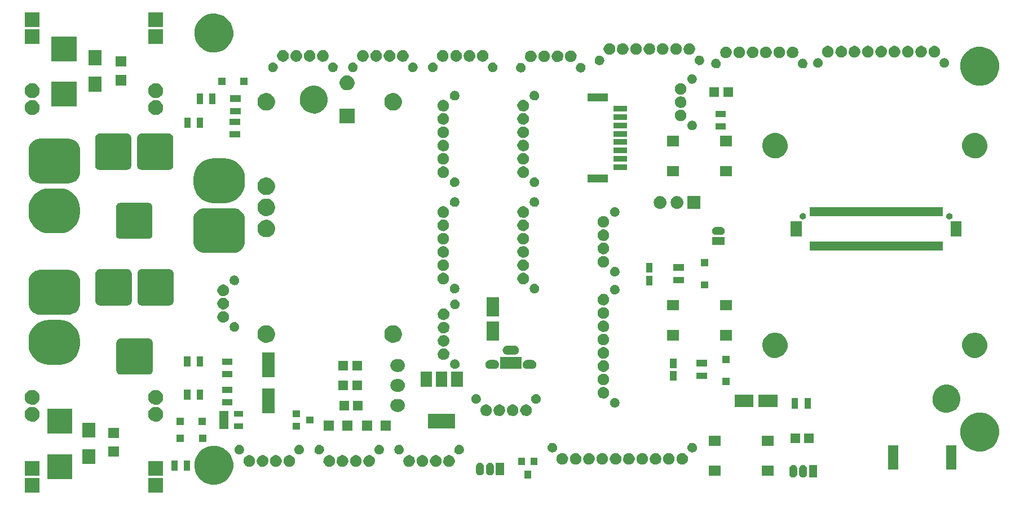
<source format=gts>
%TF.GenerationSoftware,KiCad,Pcbnew,(2017-08-27 revision e3c64f1f0)-makepkg*%
%TF.CreationDate,2017-11-07T13:37:46+01:00*%
%TF.ProjectId,Breakout-Platine-Cube,427265616B6F75742D506C6174696E65,rev?*%
%TF.SameCoordinates,Original*%
%TF.FileFunction,Soldermask,Top*%
%TF.FilePolarity,Negative*%
%FSLAX46Y46*%
G04 Gerber Fmt 4.6, Leading zero omitted, Abs format (unit mm)*
G04 Created by KiCad (PCBNEW (2017-08-27 revision e3c64f1f0)-makepkg) date 11/07/17 13:37:46*
%MOMM*%
%LPD*%
G01*
G04 APERTURE LIST*
%ADD10C,0.150000*%
%ADD11C,0.100000*%
G04 APERTURE END LIST*
D10*
%TO.C,JP1*%
X227273000Y-141189000D02*
X227527000Y-141189000D01*
X227273000Y-139411000D02*
X227527000Y-139411000D01*
X227400000Y-141189000D02*
X227400000Y-139411000D01*
X228289000Y-140617500D02*
X228289000Y-139919000D01*
X228035000Y-139601500D02*
X228035000Y-140998500D01*
X227908000Y-141062000D02*
X227908000Y-139538000D01*
X227781000Y-139474500D02*
X227781000Y-141125500D01*
X227654000Y-141125500D02*
X227654000Y-139474500D01*
X227527000Y-139411000D02*
X227527000Y-141189000D01*
X227527000Y-141189000D02*
G75*
G03X228416000Y-140300000I0J889000D01*
G01*
X228416000Y-140300000D02*
G75*
G03X227527000Y-139411000I-889000J0D01*
G01*
X226511000Y-139919000D02*
X226511000Y-140681000D01*
X226765000Y-140998500D02*
X226765000Y-139601500D01*
X226892000Y-139538000D02*
X226892000Y-141062000D01*
X227019000Y-141125500D02*
X227019000Y-139474500D01*
X227146000Y-139474500D02*
X227146000Y-141125500D01*
X227273000Y-139411000D02*
X227273000Y-141189000D01*
X226384000Y-140300000D02*
G75*
G03X227273000Y-141189000I889000J0D01*
G01*
X227273000Y-139411000D02*
G75*
G03X226384000Y-140300000I0J-889000D01*
G01*
%TO.C,JP3*%
X227273000Y-144189000D02*
X227527000Y-144189000D01*
X227273000Y-142411000D02*
X227527000Y-142411000D01*
X227400000Y-144189000D02*
X227400000Y-142411000D01*
X228289000Y-143617500D02*
X228289000Y-142919000D01*
X228035000Y-142601500D02*
X228035000Y-143998500D01*
X227908000Y-144062000D02*
X227908000Y-142538000D01*
X227781000Y-142474500D02*
X227781000Y-144125500D01*
X227654000Y-144125500D02*
X227654000Y-142474500D01*
X227527000Y-142411000D02*
X227527000Y-144189000D01*
X227527000Y-144189000D02*
G75*
G03X228416000Y-143300000I0J889000D01*
G01*
X228416000Y-143300000D02*
G75*
G03X227527000Y-142411000I-889000J0D01*
G01*
X226511000Y-142919000D02*
X226511000Y-143681000D01*
X226765000Y-143998500D02*
X226765000Y-142601500D01*
X226892000Y-142538000D02*
X226892000Y-144062000D01*
X227019000Y-144125500D02*
X227019000Y-142474500D01*
X227146000Y-142474500D02*
X227146000Y-144125500D01*
X227273000Y-142411000D02*
X227273000Y-144189000D01*
X226384000Y-143300000D02*
G75*
G03X227273000Y-144189000I889000J0D01*
G01*
X227273000Y-142411000D02*
G75*
G03X226384000Y-143300000I0J-889000D01*
G01*
%TO.C,JP2*%
X227273000Y-145411000D02*
G75*
G03X226384000Y-146300000I0J-889000D01*
G01*
X226384000Y-146300000D02*
G75*
G03X227273000Y-147189000I889000J0D01*
G01*
X227273000Y-145411000D02*
X227273000Y-147189000D01*
X227146000Y-145474500D02*
X227146000Y-147125500D01*
X227019000Y-147125500D02*
X227019000Y-145474500D01*
X226892000Y-145538000D02*
X226892000Y-147062000D01*
X226765000Y-146998500D02*
X226765000Y-145601500D01*
X226511000Y-145919000D02*
X226511000Y-146681000D01*
X228416000Y-146300000D02*
G75*
G03X227527000Y-145411000I-889000J0D01*
G01*
X227527000Y-147189000D02*
G75*
G03X228416000Y-146300000I0J889000D01*
G01*
X227527000Y-145411000D02*
X227527000Y-147189000D01*
X227654000Y-147125500D02*
X227654000Y-145474500D01*
X227781000Y-145474500D02*
X227781000Y-147125500D01*
X227908000Y-147062000D02*
X227908000Y-145538000D01*
X228035000Y-145601500D02*
X228035000Y-146998500D01*
X228289000Y-146617500D02*
X228289000Y-145919000D01*
X227400000Y-147189000D02*
X227400000Y-145411000D01*
X227273000Y-145411000D02*
X227527000Y-145411000D01*
X227273000Y-147189000D02*
X227527000Y-147189000D01*
D11*
G36*
X192191000Y-159424000D02*
X189951000Y-159424000D01*
X189951000Y-157184000D01*
X192191000Y-157184000D01*
X192191000Y-159424000D01*
X192191000Y-159424000D01*
G37*
G36*
X173649000Y-159424000D02*
X171409000Y-159424000D01*
X171409000Y-157184000D01*
X173649000Y-157184000D01*
X173649000Y-159424000D01*
X173649000Y-159424000D01*
G37*
G36*
X200106701Y-152381943D02*
X200667644Y-152497088D01*
X201195543Y-152718997D01*
X201670285Y-153039214D01*
X202073788Y-153445544D01*
X202390685Y-153922513D01*
X202608899Y-154451939D01*
X202720076Y-155013422D01*
X202720076Y-155013426D01*
X202720126Y-155013679D01*
X202710993Y-155667744D01*
X202710935Y-155667999D01*
X202710935Y-155668001D01*
X202584126Y-156226154D01*
X202351211Y-156749290D01*
X202021121Y-157217222D01*
X201606430Y-157612127D01*
X201122935Y-157918962D01*
X200589045Y-158126045D01*
X200025106Y-158225482D01*
X199452586Y-158213490D01*
X198893306Y-158090524D01*
X198368555Y-157861267D01*
X197898332Y-157534452D01*
X197500540Y-157122527D01*
X197190339Y-156641188D01*
X196979533Y-156108754D01*
X196876160Y-155545520D01*
X196884156Y-154972940D01*
X197003215Y-154412807D01*
X197228803Y-153886471D01*
X197552326Y-153413977D01*
X197961461Y-153013323D01*
X198440632Y-152699761D01*
X198971571Y-152485249D01*
X199534074Y-152377946D01*
X200106701Y-152381943D01*
X200106701Y-152381943D01*
G37*
G36*
X178520000Y-157370000D02*
X174780000Y-157370000D01*
X174780000Y-153630000D01*
X178520000Y-153630000D01*
X178520000Y-157370000D01*
X178520000Y-157370000D01*
G37*
G36*
X247470000Y-157280000D02*
X246430000Y-157280000D01*
X246430000Y-156140000D01*
X247470000Y-156140000D01*
X247470000Y-157280000D01*
X247470000Y-157280000D01*
G37*
G36*
X286910612Y-155267654D02*
X286910614Y-155267654D01*
X286910647Y-155267658D01*
X287022509Y-155302285D01*
X287125516Y-155357980D01*
X287215742Y-155432622D01*
X287289753Y-155523368D01*
X287344728Y-155626761D01*
X287378573Y-155738862D01*
X287390000Y-155855403D01*
X287390000Y-156564661D01*
X287389986Y-156566716D01*
X287389942Y-156572974D01*
X287376889Y-156689344D01*
X287341481Y-156800962D01*
X287285068Y-156903577D01*
X287209798Y-156993281D01*
X287118538Y-157066656D01*
X287014764Y-157120907D01*
X286902429Y-157153969D01*
X286902404Y-157153971D01*
X286902398Y-157153973D01*
X286785813Y-157164583D01*
X286669388Y-157152346D01*
X286669386Y-157152346D01*
X286669353Y-157152342D01*
X286557491Y-157117715D01*
X286454484Y-157062020D01*
X286364258Y-156987378D01*
X286290247Y-156896632D01*
X286235272Y-156793239D01*
X286201427Y-156681138D01*
X286190000Y-156564597D01*
X286190000Y-155855403D01*
X286190058Y-155847026D01*
X286203111Y-155730656D01*
X286238519Y-155619038D01*
X286294932Y-155516423D01*
X286370202Y-155426719D01*
X286461462Y-155353344D01*
X286565236Y-155299093D01*
X286677571Y-155266031D01*
X286677596Y-155266029D01*
X286677602Y-155266027D01*
X286794187Y-155255417D01*
X286910612Y-155267654D01*
X286910612Y-155267654D01*
G37*
G36*
X288410612Y-155267654D02*
X288410614Y-155267654D01*
X288410647Y-155267658D01*
X288522509Y-155302285D01*
X288625516Y-155357980D01*
X288715742Y-155432622D01*
X288789753Y-155523368D01*
X288844728Y-155626761D01*
X288878573Y-155738862D01*
X288890000Y-155855403D01*
X288890000Y-156564661D01*
X288889986Y-156566716D01*
X288889942Y-156572974D01*
X288876889Y-156689344D01*
X288841481Y-156800962D01*
X288785068Y-156903577D01*
X288709798Y-156993281D01*
X288618538Y-157066656D01*
X288514764Y-157120907D01*
X288402429Y-157153969D01*
X288402404Y-157153971D01*
X288402398Y-157153973D01*
X288285813Y-157164583D01*
X288169388Y-157152346D01*
X288169386Y-157152346D01*
X288169353Y-157152342D01*
X288057491Y-157117715D01*
X287954484Y-157062020D01*
X287864258Y-156987378D01*
X287790247Y-156896632D01*
X287735272Y-156793239D01*
X287701427Y-156681138D01*
X287690000Y-156564597D01*
X287690000Y-155855403D01*
X287690058Y-155847026D01*
X287703111Y-155730656D01*
X287738519Y-155619038D01*
X287794932Y-155516423D01*
X287870202Y-155426719D01*
X287961462Y-155353344D01*
X288065236Y-155299093D01*
X288177571Y-155266031D01*
X288177596Y-155266029D01*
X288177602Y-155266027D01*
X288294187Y-155255417D01*
X288410612Y-155267654D01*
X288410612Y-155267654D01*
G37*
G36*
X290390000Y-157160000D02*
X289190000Y-157160000D01*
X289190000Y-155260000D01*
X290390000Y-155260000D01*
X290390000Y-157160000D01*
X290390000Y-157160000D01*
G37*
G36*
X283840000Y-156900000D02*
X282050000Y-156900000D01*
X282050000Y-155360000D01*
X283840000Y-155360000D01*
X283840000Y-156900000D01*
X283840000Y-156900000D01*
G37*
G36*
X275890000Y-156900000D02*
X274100000Y-156900000D01*
X274100000Y-155360000D01*
X275890000Y-155360000D01*
X275890000Y-156900000D01*
X275890000Y-156900000D01*
G37*
G36*
X192191000Y-156884000D02*
X189951000Y-156884000D01*
X189951000Y-154644000D01*
X192191000Y-154644000D01*
X192191000Y-156884000D01*
X192191000Y-156884000D01*
G37*
G36*
X173649000Y-156884000D02*
X171409000Y-156884000D01*
X171409000Y-154644000D01*
X173649000Y-154644000D01*
X173649000Y-156884000D01*
X173649000Y-156884000D01*
G37*
G36*
X241380612Y-154937654D02*
X241380614Y-154937654D01*
X241380647Y-154937658D01*
X241492509Y-154972285D01*
X241595516Y-155027980D01*
X241685742Y-155102622D01*
X241759753Y-155193368D01*
X241814728Y-155296761D01*
X241848573Y-155408862D01*
X241860000Y-155525403D01*
X241860000Y-156234597D01*
X241859942Y-156242974D01*
X241846889Y-156359344D01*
X241811481Y-156470962D01*
X241755068Y-156573577D01*
X241679798Y-156663281D01*
X241588538Y-156736656D01*
X241484764Y-156790907D01*
X241372429Y-156823969D01*
X241372404Y-156823971D01*
X241372398Y-156823973D01*
X241255813Y-156834583D01*
X241139388Y-156822346D01*
X241139386Y-156822346D01*
X241139353Y-156822342D01*
X241027491Y-156787715D01*
X240924484Y-156732020D01*
X240834258Y-156657378D01*
X240760247Y-156566632D01*
X240705272Y-156463239D01*
X240671427Y-156351138D01*
X240660000Y-156234597D01*
X240660000Y-155525403D01*
X240660014Y-155523368D01*
X240660047Y-155518546D01*
X240660048Y-155518541D01*
X240660058Y-155517026D01*
X240673111Y-155400656D01*
X240708519Y-155289038D01*
X240764932Y-155186423D01*
X240840202Y-155096719D01*
X240931462Y-155023344D01*
X241035236Y-154969093D01*
X241147571Y-154936031D01*
X241147596Y-154936029D01*
X241147602Y-154936027D01*
X241264187Y-154925417D01*
X241380612Y-154937654D01*
X241380612Y-154937654D01*
G37*
G36*
X239880612Y-154937654D02*
X239880614Y-154937654D01*
X239880647Y-154937658D01*
X239992509Y-154972285D01*
X240095516Y-155027980D01*
X240185742Y-155102622D01*
X240259753Y-155193368D01*
X240314728Y-155296761D01*
X240348573Y-155408862D01*
X240360000Y-155525403D01*
X240360000Y-156234597D01*
X240359942Y-156242974D01*
X240346889Y-156359344D01*
X240311481Y-156470962D01*
X240255068Y-156573577D01*
X240179798Y-156663281D01*
X240088538Y-156736656D01*
X239984764Y-156790907D01*
X239872429Y-156823969D01*
X239872404Y-156823971D01*
X239872398Y-156823973D01*
X239755813Y-156834583D01*
X239639388Y-156822346D01*
X239639386Y-156822346D01*
X239639353Y-156822342D01*
X239527491Y-156787715D01*
X239424484Y-156732020D01*
X239334258Y-156657378D01*
X239260247Y-156566632D01*
X239205272Y-156463239D01*
X239171427Y-156351138D01*
X239160000Y-156234597D01*
X239160000Y-155525403D01*
X239160014Y-155523368D01*
X239160047Y-155518546D01*
X239160048Y-155518541D01*
X239160058Y-155517026D01*
X239173111Y-155400656D01*
X239208519Y-155289038D01*
X239264932Y-155186423D01*
X239340202Y-155096719D01*
X239431462Y-155023344D01*
X239535236Y-154969093D01*
X239647571Y-154936031D01*
X239647596Y-154936029D01*
X239647602Y-154936027D01*
X239764187Y-154925417D01*
X239880612Y-154937654D01*
X239880612Y-154937654D01*
G37*
G36*
X243360000Y-156830000D02*
X242160000Y-156830000D01*
X242160000Y-154930000D01*
X243360000Y-154930000D01*
X243360000Y-156830000D01*
X243360000Y-156830000D01*
G37*
G36*
X194370000Y-156120000D02*
X193430000Y-156120000D01*
X193430000Y-154580000D01*
X194370000Y-154580000D01*
X194370000Y-156120000D01*
X194370000Y-156120000D01*
G37*
G36*
X196270000Y-156120000D02*
X195330000Y-156120000D01*
X195330000Y-154580000D01*
X196270000Y-154580000D01*
X196270000Y-156120000D01*
X196270000Y-156120000D01*
G37*
G36*
X311270000Y-155970000D02*
X309730000Y-155970000D01*
X309730000Y-152330000D01*
X311270000Y-152330000D01*
X311270000Y-155970000D01*
X311270000Y-155970000D01*
G37*
G36*
X302570000Y-155970000D02*
X301030000Y-155970000D01*
X301030000Y-152330000D01*
X302570000Y-152330000D01*
X302570000Y-155970000D01*
X302570000Y-155970000D01*
G37*
G36*
X235213647Y-153784959D02*
X235380776Y-153819266D01*
X235538061Y-153885383D01*
X235679509Y-153980791D01*
X235799731Y-154101855D01*
X235894151Y-154243968D01*
X235959164Y-154401704D01*
X235992254Y-154568817D01*
X235992254Y-154568821D01*
X235992304Y-154569074D01*
X235989583Y-154763950D01*
X235989525Y-154764205D01*
X235989525Y-154764206D01*
X235951784Y-154930325D01*
X235882388Y-155086192D01*
X235784039Y-155225610D01*
X235660483Y-155343271D01*
X235516430Y-155434690D01*
X235357358Y-155496390D01*
X235189337Y-155526016D01*
X235018754Y-155522443D01*
X234852122Y-155485807D01*
X234695772Y-155417500D01*
X234555672Y-155320127D01*
X234437151Y-155197395D01*
X234344730Y-155053985D01*
X234281920Y-154895345D01*
X234251120Y-154727532D01*
X234253503Y-154556939D01*
X234288977Y-154390047D01*
X234356190Y-154233226D01*
X234452582Y-154092450D01*
X234574480Y-153973078D01*
X234717251Y-153879651D01*
X234875437Y-153815740D01*
X235043036Y-153783769D01*
X235213647Y-153784959D01*
X235213647Y-153784959D01*
G37*
G36*
X231213647Y-153784959D02*
X231380776Y-153819266D01*
X231538061Y-153885383D01*
X231679509Y-153980791D01*
X231799731Y-154101855D01*
X231894151Y-154243968D01*
X231959164Y-154401704D01*
X231992254Y-154568817D01*
X231992254Y-154568821D01*
X231992304Y-154569074D01*
X231989583Y-154763950D01*
X231989525Y-154764205D01*
X231989525Y-154764206D01*
X231951784Y-154930325D01*
X231882388Y-155086192D01*
X231784039Y-155225610D01*
X231660483Y-155343271D01*
X231516430Y-155434690D01*
X231357358Y-155496390D01*
X231189337Y-155526016D01*
X231018754Y-155522443D01*
X230852122Y-155485807D01*
X230695772Y-155417500D01*
X230555672Y-155320127D01*
X230437151Y-155197395D01*
X230344730Y-155053985D01*
X230281920Y-154895345D01*
X230251120Y-154727532D01*
X230253503Y-154556939D01*
X230288977Y-154390047D01*
X230356190Y-154233226D01*
X230452582Y-154092450D01*
X230574480Y-153973078D01*
X230717251Y-153879651D01*
X230875437Y-153815740D01*
X231043036Y-153783769D01*
X231213647Y-153784959D01*
X231213647Y-153784959D01*
G37*
G36*
X229213647Y-153784959D02*
X229380776Y-153819266D01*
X229538061Y-153885383D01*
X229679509Y-153980791D01*
X229799731Y-154101855D01*
X229894151Y-154243968D01*
X229959164Y-154401704D01*
X229992254Y-154568817D01*
X229992254Y-154568821D01*
X229992304Y-154569074D01*
X229989583Y-154763950D01*
X229989525Y-154764205D01*
X229989525Y-154764206D01*
X229951784Y-154930325D01*
X229882388Y-155086192D01*
X229784039Y-155225610D01*
X229660483Y-155343271D01*
X229516430Y-155434690D01*
X229357358Y-155496390D01*
X229189337Y-155526016D01*
X229018754Y-155522443D01*
X228852122Y-155485807D01*
X228695772Y-155417500D01*
X228555672Y-155320127D01*
X228437151Y-155197395D01*
X228344730Y-155053985D01*
X228281920Y-154895345D01*
X228251120Y-154727532D01*
X228253503Y-154556939D01*
X228288977Y-154390047D01*
X228356190Y-154233226D01*
X228452582Y-154092450D01*
X228574480Y-153973078D01*
X228717251Y-153879651D01*
X228875437Y-153815740D01*
X229043036Y-153783769D01*
X229213647Y-153784959D01*
X229213647Y-153784959D01*
G37*
G36*
X233213647Y-153784959D02*
X233380776Y-153819266D01*
X233538061Y-153885383D01*
X233679509Y-153980791D01*
X233799731Y-154101855D01*
X233894151Y-154243968D01*
X233959164Y-154401704D01*
X233992254Y-154568817D01*
X233992254Y-154568821D01*
X233992304Y-154569074D01*
X233989583Y-154763950D01*
X233989525Y-154764205D01*
X233989525Y-154764206D01*
X233951784Y-154930325D01*
X233882388Y-155086192D01*
X233784039Y-155225610D01*
X233660483Y-155343271D01*
X233516430Y-155434690D01*
X233357358Y-155496390D01*
X233189337Y-155526016D01*
X233018754Y-155522443D01*
X232852122Y-155485807D01*
X232695772Y-155417500D01*
X232555672Y-155320127D01*
X232437151Y-155197395D01*
X232344730Y-155053985D01*
X232281920Y-154895345D01*
X232251120Y-154727532D01*
X232253503Y-154556939D01*
X232288977Y-154390047D01*
X232356190Y-154233226D01*
X232452582Y-154092450D01*
X232574480Y-153973078D01*
X232717251Y-153879651D01*
X232875437Y-153815740D01*
X233043036Y-153783769D01*
X233213647Y-153784959D01*
X233213647Y-153784959D01*
G37*
G36*
X221213647Y-153784959D02*
X221380776Y-153819266D01*
X221538061Y-153885383D01*
X221679509Y-153980791D01*
X221799731Y-154101855D01*
X221894151Y-154243968D01*
X221959164Y-154401704D01*
X221992254Y-154568817D01*
X221992254Y-154568821D01*
X221992304Y-154569074D01*
X221989583Y-154763950D01*
X221989525Y-154764205D01*
X221989525Y-154764206D01*
X221951784Y-154930325D01*
X221882388Y-155086192D01*
X221784039Y-155225610D01*
X221660483Y-155343271D01*
X221516430Y-155434690D01*
X221357358Y-155496390D01*
X221189337Y-155526016D01*
X221018754Y-155522443D01*
X220852122Y-155485807D01*
X220695772Y-155417500D01*
X220555672Y-155320127D01*
X220437151Y-155197395D01*
X220344730Y-155053985D01*
X220281920Y-154895345D01*
X220251120Y-154727532D01*
X220253503Y-154556939D01*
X220288977Y-154390047D01*
X220356190Y-154233226D01*
X220452582Y-154092450D01*
X220574480Y-153973078D01*
X220717251Y-153879651D01*
X220875437Y-153815740D01*
X221043036Y-153783769D01*
X221213647Y-153784959D01*
X221213647Y-153784959D01*
G37*
G36*
X219213647Y-153784959D02*
X219380776Y-153819266D01*
X219538061Y-153885383D01*
X219679509Y-153980791D01*
X219799731Y-154101855D01*
X219894151Y-154243968D01*
X219959164Y-154401704D01*
X219992254Y-154568817D01*
X219992254Y-154568821D01*
X219992304Y-154569074D01*
X219989583Y-154763950D01*
X219989525Y-154764205D01*
X219989525Y-154764206D01*
X219951784Y-154930325D01*
X219882388Y-155086192D01*
X219784039Y-155225610D01*
X219660483Y-155343271D01*
X219516430Y-155434690D01*
X219357358Y-155496390D01*
X219189337Y-155526016D01*
X219018754Y-155522443D01*
X218852122Y-155485807D01*
X218695772Y-155417500D01*
X218555672Y-155320127D01*
X218437151Y-155197395D01*
X218344730Y-155053985D01*
X218281920Y-154895345D01*
X218251120Y-154727532D01*
X218253503Y-154556939D01*
X218288977Y-154390047D01*
X218356190Y-154233226D01*
X218452582Y-154092450D01*
X218574480Y-153973078D01*
X218717251Y-153879651D01*
X218875437Y-153815740D01*
X219043036Y-153783769D01*
X219213647Y-153784959D01*
X219213647Y-153784959D01*
G37*
G36*
X211213647Y-153784959D02*
X211380776Y-153819266D01*
X211538061Y-153885383D01*
X211679509Y-153980791D01*
X211799731Y-154101855D01*
X211894151Y-154243968D01*
X211959164Y-154401704D01*
X211992254Y-154568817D01*
X211992254Y-154568821D01*
X211992304Y-154569074D01*
X211989583Y-154763950D01*
X211989525Y-154764205D01*
X211989525Y-154764206D01*
X211951784Y-154930325D01*
X211882388Y-155086192D01*
X211784039Y-155225610D01*
X211660483Y-155343271D01*
X211516430Y-155434690D01*
X211357358Y-155496390D01*
X211189337Y-155526016D01*
X211018754Y-155522443D01*
X210852122Y-155485807D01*
X210695772Y-155417500D01*
X210555672Y-155320127D01*
X210437151Y-155197395D01*
X210344730Y-155053985D01*
X210281920Y-154895345D01*
X210251120Y-154727532D01*
X210253503Y-154556939D01*
X210288977Y-154390047D01*
X210356190Y-154233226D01*
X210452582Y-154092450D01*
X210574480Y-153973078D01*
X210717251Y-153879651D01*
X210875437Y-153815740D01*
X211043036Y-153783769D01*
X211213647Y-153784959D01*
X211213647Y-153784959D01*
G37*
G36*
X209213647Y-153784959D02*
X209380776Y-153819266D01*
X209538061Y-153885383D01*
X209679509Y-153980791D01*
X209799731Y-154101855D01*
X209894151Y-154243968D01*
X209959164Y-154401704D01*
X209992254Y-154568817D01*
X209992254Y-154568821D01*
X209992304Y-154569074D01*
X209989583Y-154763950D01*
X209989525Y-154764205D01*
X209989525Y-154764206D01*
X209951784Y-154930325D01*
X209882388Y-155086192D01*
X209784039Y-155225610D01*
X209660483Y-155343271D01*
X209516430Y-155434690D01*
X209357358Y-155496390D01*
X209189337Y-155526016D01*
X209018754Y-155522443D01*
X208852122Y-155485807D01*
X208695772Y-155417500D01*
X208555672Y-155320127D01*
X208437151Y-155197395D01*
X208344730Y-155053985D01*
X208281920Y-154895345D01*
X208251120Y-154727532D01*
X208253503Y-154556939D01*
X208288977Y-154390047D01*
X208356190Y-154233226D01*
X208452582Y-154092450D01*
X208574480Y-153973078D01*
X208717251Y-153879651D01*
X208875437Y-153815740D01*
X209043036Y-153783769D01*
X209213647Y-153784959D01*
X209213647Y-153784959D01*
G37*
G36*
X207213647Y-153784959D02*
X207380776Y-153819266D01*
X207538061Y-153885383D01*
X207679509Y-153980791D01*
X207799731Y-154101855D01*
X207894151Y-154243968D01*
X207959164Y-154401704D01*
X207992254Y-154568817D01*
X207992254Y-154568821D01*
X207992304Y-154569074D01*
X207989583Y-154763950D01*
X207989525Y-154764205D01*
X207989525Y-154764206D01*
X207951784Y-154930325D01*
X207882388Y-155086192D01*
X207784039Y-155225610D01*
X207660483Y-155343271D01*
X207516430Y-155434690D01*
X207357358Y-155496390D01*
X207189337Y-155526016D01*
X207018754Y-155522443D01*
X206852122Y-155485807D01*
X206695772Y-155417500D01*
X206555672Y-155320127D01*
X206437151Y-155197395D01*
X206344730Y-155053985D01*
X206281920Y-154895345D01*
X206251120Y-154727532D01*
X206253503Y-154556939D01*
X206288977Y-154390047D01*
X206356190Y-154233226D01*
X206452582Y-154092450D01*
X206574480Y-153973078D01*
X206717251Y-153879651D01*
X206875437Y-153815740D01*
X207043036Y-153783769D01*
X207213647Y-153784959D01*
X207213647Y-153784959D01*
G37*
G36*
X205213647Y-153784959D02*
X205380776Y-153819266D01*
X205538061Y-153885383D01*
X205679509Y-153980791D01*
X205799731Y-154101855D01*
X205894151Y-154243968D01*
X205959164Y-154401704D01*
X205992254Y-154568817D01*
X205992254Y-154568821D01*
X205992304Y-154569074D01*
X205989583Y-154763950D01*
X205989525Y-154764205D01*
X205989525Y-154764206D01*
X205951784Y-154930325D01*
X205882388Y-155086192D01*
X205784039Y-155225610D01*
X205660483Y-155343271D01*
X205516430Y-155434690D01*
X205357358Y-155496390D01*
X205189337Y-155526016D01*
X205018754Y-155522443D01*
X204852122Y-155485807D01*
X204695772Y-155417500D01*
X204555672Y-155320127D01*
X204437151Y-155197395D01*
X204344730Y-155053985D01*
X204281920Y-154895345D01*
X204251120Y-154727532D01*
X204253503Y-154556939D01*
X204288977Y-154390047D01*
X204356190Y-154233226D01*
X204452582Y-154092450D01*
X204574480Y-153973078D01*
X204717251Y-153879651D01*
X204875437Y-153815740D01*
X205043036Y-153783769D01*
X205213647Y-153784959D01*
X205213647Y-153784959D01*
G37*
G36*
X223213647Y-153784959D02*
X223380776Y-153819266D01*
X223538061Y-153885383D01*
X223679509Y-153980791D01*
X223799731Y-154101855D01*
X223894151Y-154243968D01*
X223959164Y-154401704D01*
X223992254Y-154568817D01*
X223992254Y-154568821D01*
X223992304Y-154569074D01*
X223989583Y-154763950D01*
X223989525Y-154764205D01*
X223989525Y-154764206D01*
X223951784Y-154930325D01*
X223882388Y-155086192D01*
X223784039Y-155225610D01*
X223660483Y-155343271D01*
X223516430Y-155434690D01*
X223357358Y-155496390D01*
X223189337Y-155526016D01*
X223018754Y-155522443D01*
X222852122Y-155485807D01*
X222695772Y-155417500D01*
X222555672Y-155320127D01*
X222437151Y-155197395D01*
X222344730Y-155053985D01*
X222281920Y-154895345D01*
X222251120Y-154727532D01*
X222253503Y-154556939D01*
X222288977Y-154390047D01*
X222356190Y-154233226D01*
X222452582Y-154092450D01*
X222574480Y-153973078D01*
X222717251Y-153879651D01*
X222875437Y-153815740D01*
X223043036Y-153783769D01*
X223213647Y-153784959D01*
X223213647Y-153784959D01*
G37*
G36*
X217213647Y-153784959D02*
X217380776Y-153819266D01*
X217538061Y-153885383D01*
X217679509Y-153980791D01*
X217799731Y-154101855D01*
X217894151Y-154243968D01*
X217959164Y-154401704D01*
X217992254Y-154568817D01*
X217992254Y-154568821D01*
X217992304Y-154569074D01*
X217989583Y-154763950D01*
X217989525Y-154764205D01*
X217989525Y-154764206D01*
X217951784Y-154930325D01*
X217882388Y-155086192D01*
X217784039Y-155225610D01*
X217660483Y-155343271D01*
X217516430Y-155434690D01*
X217357358Y-155496390D01*
X217189337Y-155526016D01*
X217018754Y-155522443D01*
X216852122Y-155485807D01*
X216695772Y-155417500D01*
X216555672Y-155320127D01*
X216437151Y-155197395D01*
X216344730Y-155053985D01*
X216281920Y-154895345D01*
X216251120Y-154727532D01*
X216253503Y-154556939D01*
X216288977Y-154390047D01*
X216356190Y-154233226D01*
X216452582Y-154092450D01*
X216574480Y-153973078D01*
X216717251Y-153879651D01*
X216875437Y-153815740D01*
X217043036Y-153783769D01*
X217213647Y-153784959D01*
X217213647Y-153784959D01*
G37*
G36*
X248420000Y-155280000D02*
X247380000Y-155280000D01*
X247380000Y-154140000D01*
X248420000Y-154140000D01*
X248420000Y-155280000D01*
X248420000Y-155280000D01*
G37*
G36*
X246520000Y-155280000D02*
X245480000Y-155280000D01*
X245480000Y-154140000D01*
X246520000Y-154140000D01*
X246520000Y-155280000D01*
X246520000Y-155280000D01*
G37*
G36*
X256221381Y-153480577D02*
X256388510Y-153514884D01*
X256545795Y-153581001D01*
X256687243Y-153676409D01*
X256807465Y-153797473D01*
X256901885Y-153939586D01*
X256966898Y-154097322D01*
X256999988Y-154264435D01*
X256999988Y-154264439D01*
X257000038Y-154264692D01*
X256997317Y-154459568D01*
X256997259Y-154459823D01*
X256997259Y-154459824D01*
X256959518Y-154625943D01*
X256890122Y-154781810D01*
X256791773Y-154921228D01*
X256668217Y-155038889D01*
X256524164Y-155130308D01*
X256365092Y-155192008D01*
X256197071Y-155221634D01*
X256026488Y-155218061D01*
X255859856Y-155181425D01*
X255703506Y-155113118D01*
X255563406Y-155015745D01*
X255444885Y-154893013D01*
X255352464Y-154749603D01*
X255289654Y-154590963D01*
X255258854Y-154423150D01*
X255261237Y-154252557D01*
X255296711Y-154085665D01*
X255363924Y-153928844D01*
X255460316Y-153788068D01*
X255582214Y-153668696D01*
X255724985Y-153575269D01*
X255883171Y-153511358D01*
X256050770Y-153479387D01*
X256221381Y-153480577D01*
X256221381Y-153480577D01*
G37*
G36*
X270221381Y-153480577D02*
X270388510Y-153514884D01*
X270545795Y-153581001D01*
X270687243Y-153676409D01*
X270807465Y-153797473D01*
X270901885Y-153939586D01*
X270966898Y-154097322D01*
X270999988Y-154264435D01*
X270999988Y-154264439D01*
X271000038Y-154264692D01*
X270997317Y-154459568D01*
X270997259Y-154459823D01*
X270997259Y-154459824D01*
X270959518Y-154625943D01*
X270890122Y-154781810D01*
X270791773Y-154921228D01*
X270668217Y-155038889D01*
X270524164Y-155130308D01*
X270365092Y-155192008D01*
X270197071Y-155221634D01*
X270026488Y-155218061D01*
X269859856Y-155181425D01*
X269703506Y-155113118D01*
X269563406Y-155015745D01*
X269444885Y-154893013D01*
X269352464Y-154749603D01*
X269289654Y-154590963D01*
X269258854Y-154423150D01*
X269261237Y-154252557D01*
X269296711Y-154085665D01*
X269363924Y-153928844D01*
X269460316Y-153788068D01*
X269582214Y-153668696D01*
X269724985Y-153575269D01*
X269883171Y-153511358D01*
X270050770Y-153479387D01*
X270221381Y-153480577D01*
X270221381Y-153480577D01*
G37*
G36*
X268221381Y-153480577D02*
X268388510Y-153514884D01*
X268545795Y-153581001D01*
X268687243Y-153676409D01*
X268807465Y-153797473D01*
X268901885Y-153939586D01*
X268966898Y-154097322D01*
X268999988Y-154264435D01*
X268999988Y-154264439D01*
X269000038Y-154264692D01*
X268997317Y-154459568D01*
X268997259Y-154459823D01*
X268997259Y-154459824D01*
X268959518Y-154625943D01*
X268890122Y-154781810D01*
X268791773Y-154921228D01*
X268668217Y-155038889D01*
X268524164Y-155130308D01*
X268365092Y-155192008D01*
X268197071Y-155221634D01*
X268026488Y-155218061D01*
X267859856Y-155181425D01*
X267703506Y-155113118D01*
X267563406Y-155015745D01*
X267444885Y-154893013D01*
X267352464Y-154749603D01*
X267289654Y-154590963D01*
X267258854Y-154423150D01*
X267261237Y-154252557D01*
X267296711Y-154085665D01*
X267363924Y-153928844D01*
X267460316Y-153788068D01*
X267582214Y-153668696D01*
X267724985Y-153575269D01*
X267883171Y-153511358D01*
X268050770Y-153479387D01*
X268221381Y-153480577D01*
X268221381Y-153480577D01*
G37*
G36*
X266221381Y-153480577D02*
X266388510Y-153514884D01*
X266545795Y-153581001D01*
X266687243Y-153676409D01*
X266807465Y-153797473D01*
X266901885Y-153939586D01*
X266966898Y-154097322D01*
X266999988Y-154264435D01*
X266999988Y-154264439D01*
X267000038Y-154264692D01*
X266997317Y-154459568D01*
X266997259Y-154459823D01*
X266997259Y-154459824D01*
X266959518Y-154625943D01*
X266890122Y-154781810D01*
X266791773Y-154921228D01*
X266668217Y-155038889D01*
X266524164Y-155130308D01*
X266365092Y-155192008D01*
X266197071Y-155221634D01*
X266026488Y-155218061D01*
X265859856Y-155181425D01*
X265703506Y-155113118D01*
X265563406Y-155015745D01*
X265444885Y-154893013D01*
X265352464Y-154749603D01*
X265289654Y-154590963D01*
X265258854Y-154423150D01*
X265261237Y-154252557D01*
X265296711Y-154085665D01*
X265363924Y-153928844D01*
X265460316Y-153788068D01*
X265582214Y-153668696D01*
X265724985Y-153575269D01*
X265883171Y-153511358D01*
X266050770Y-153479387D01*
X266221381Y-153480577D01*
X266221381Y-153480577D01*
G37*
G36*
X264221381Y-153480577D02*
X264388510Y-153514884D01*
X264545795Y-153581001D01*
X264687243Y-153676409D01*
X264807465Y-153797473D01*
X264901885Y-153939586D01*
X264966898Y-154097322D01*
X264999988Y-154264435D01*
X264999988Y-154264439D01*
X265000038Y-154264692D01*
X264997317Y-154459568D01*
X264997259Y-154459823D01*
X264997259Y-154459824D01*
X264959518Y-154625943D01*
X264890122Y-154781810D01*
X264791773Y-154921228D01*
X264668217Y-155038889D01*
X264524164Y-155130308D01*
X264365092Y-155192008D01*
X264197071Y-155221634D01*
X264026488Y-155218061D01*
X263859856Y-155181425D01*
X263703506Y-155113118D01*
X263563406Y-155015745D01*
X263444885Y-154893013D01*
X263352464Y-154749603D01*
X263289654Y-154590963D01*
X263258854Y-154423150D01*
X263261237Y-154252557D01*
X263296711Y-154085665D01*
X263363924Y-153928844D01*
X263460316Y-153788068D01*
X263582214Y-153668696D01*
X263724985Y-153575269D01*
X263883171Y-153511358D01*
X264050770Y-153479387D01*
X264221381Y-153480577D01*
X264221381Y-153480577D01*
G37*
G36*
X262221381Y-153480577D02*
X262388510Y-153514884D01*
X262545795Y-153581001D01*
X262687243Y-153676409D01*
X262807465Y-153797473D01*
X262901885Y-153939586D01*
X262966898Y-154097322D01*
X262999988Y-154264435D01*
X262999988Y-154264439D01*
X263000038Y-154264692D01*
X262997317Y-154459568D01*
X262997259Y-154459823D01*
X262997259Y-154459824D01*
X262959518Y-154625943D01*
X262890122Y-154781810D01*
X262791773Y-154921228D01*
X262668217Y-155038889D01*
X262524164Y-155130308D01*
X262365092Y-155192008D01*
X262197071Y-155221634D01*
X262026488Y-155218061D01*
X261859856Y-155181425D01*
X261703506Y-155113118D01*
X261563406Y-155015745D01*
X261444885Y-154893013D01*
X261352464Y-154749603D01*
X261289654Y-154590963D01*
X261258854Y-154423150D01*
X261261237Y-154252557D01*
X261296711Y-154085665D01*
X261363924Y-153928844D01*
X261460316Y-153788068D01*
X261582214Y-153668696D01*
X261724985Y-153575269D01*
X261883171Y-153511358D01*
X262050770Y-153479387D01*
X262221381Y-153480577D01*
X262221381Y-153480577D01*
G37*
G36*
X260221381Y-153480577D02*
X260388510Y-153514884D01*
X260545795Y-153581001D01*
X260687243Y-153676409D01*
X260807465Y-153797473D01*
X260901885Y-153939586D01*
X260966898Y-154097322D01*
X260999988Y-154264435D01*
X260999988Y-154264439D01*
X261000038Y-154264692D01*
X260997317Y-154459568D01*
X260997259Y-154459823D01*
X260997259Y-154459824D01*
X260959518Y-154625943D01*
X260890122Y-154781810D01*
X260791773Y-154921228D01*
X260668217Y-155038889D01*
X260524164Y-155130308D01*
X260365092Y-155192008D01*
X260197071Y-155221634D01*
X260026488Y-155218061D01*
X259859856Y-155181425D01*
X259703506Y-155113118D01*
X259563406Y-155015745D01*
X259444885Y-154893013D01*
X259352464Y-154749603D01*
X259289654Y-154590963D01*
X259258854Y-154423150D01*
X259261237Y-154252557D01*
X259296711Y-154085665D01*
X259363924Y-153928844D01*
X259460316Y-153788068D01*
X259582214Y-153668696D01*
X259724985Y-153575269D01*
X259883171Y-153511358D01*
X260050770Y-153479387D01*
X260221381Y-153480577D01*
X260221381Y-153480577D01*
G37*
G36*
X258221381Y-153480577D02*
X258388510Y-153514884D01*
X258545795Y-153581001D01*
X258687243Y-153676409D01*
X258807465Y-153797473D01*
X258901885Y-153939586D01*
X258966898Y-154097322D01*
X258999988Y-154264435D01*
X258999988Y-154264439D01*
X259000038Y-154264692D01*
X258997317Y-154459568D01*
X258997259Y-154459823D01*
X258997259Y-154459824D01*
X258959518Y-154625943D01*
X258890122Y-154781810D01*
X258791773Y-154921228D01*
X258668217Y-155038889D01*
X258524164Y-155130308D01*
X258365092Y-155192008D01*
X258197071Y-155221634D01*
X258026488Y-155218061D01*
X257859856Y-155181425D01*
X257703506Y-155113118D01*
X257563406Y-155015745D01*
X257444885Y-154893013D01*
X257352464Y-154749603D01*
X257289654Y-154590963D01*
X257258854Y-154423150D01*
X257261237Y-154252557D01*
X257296711Y-154085665D01*
X257363924Y-153928844D01*
X257460316Y-153788068D01*
X257582214Y-153668696D01*
X257724985Y-153575269D01*
X257883171Y-153511358D01*
X258050770Y-153479387D01*
X258221381Y-153480577D01*
X258221381Y-153480577D01*
G37*
G36*
X254221381Y-153480577D02*
X254388510Y-153514884D01*
X254545795Y-153581001D01*
X254687243Y-153676409D01*
X254807465Y-153797473D01*
X254901885Y-153939586D01*
X254966898Y-154097322D01*
X254999988Y-154264435D01*
X254999988Y-154264439D01*
X255000038Y-154264692D01*
X254997317Y-154459568D01*
X254997259Y-154459823D01*
X254997259Y-154459824D01*
X254959518Y-154625943D01*
X254890122Y-154781810D01*
X254791773Y-154921228D01*
X254668217Y-155038889D01*
X254524164Y-155130308D01*
X254365092Y-155192008D01*
X254197071Y-155221634D01*
X254026488Y-155218061D01*
X253859856Y-155181425D01*
X253703506Y-155113118D01*
X253563406Y-155015745D01*
X253444885Y-154893013D01*
X253352464Y-154749603D01*
X253289654Y-154590963D01*
X253258854Y-154423150D01*
X253261237Y-154252557D01*
X253296711Y-154085665D01*
X253363924Y-153928844D01*
X253460316Y-153788068D01*
X253582214Y-153668696D01*
X253724985Y-153575269D01*
X253883171Y-153511358D01*
X254050770Y-153479387D01*
X254221381Y-153480577D01*
X254221381Y-153480577D01*
G37*
G36*
X252221381Y-153480577D02*
X252388510Y-153514884D01*
X252545795Y-153581001D01*
X252687243Y-153676409D01*
X252807465Y-153797473D01*
X252901885Y-153939586D01*
X252966898Y-154097322D01*
X252999988Y-154264435D01*
X252999988Y-154264439D01*
X253000038Y-154264692D01*
X252997317Y-154459568D01*
X252997259Y-154459823D01*
X252997259Y-154459824D01*
X252959518Y-154625943D01*
X252890122Y-154781810D01*
X252791773Y-154921228D01*
X252668217Y-155038889D01*
X252524164Y-155130308D01*
X252365092Y-155192008D01*
X252197071Y-155221634D01*
X252026488Y-155218061D01*
X251859856Y-155181425D01*
X251703506Y-155113118D01*
X251563406Y-155015745D01*
X251444885Y-154893013D01*
X251352464Y-154749603D01*
X251289654Y-154590963D01*
X251258854Y-154423150D01*
X251261237Y-154252557D01*
X251296711Y-154085665D01*
X251363924Y-153928844D01*
X251460316Y-153788068D01*
X251582214Y-153668696D01*
X251724985Y-153575269D01*
X251883171Y-153511358D01*
X252050770Y-153479387D01*
X252221381Y-153480577D01*
X252221381Y-153480577D01*
G37*
G36*
X181970000Y-155120000D02*
X180030000Y-155120000D01*
X180030000Y-152880000D01*
X181970000Y-152880000D01*
X181970000Y-155120000D01*
X181970000Y-155120000D01*
G37*
G36*
X185520000Y-154020000D02*
X183980000Y-154020000D01*
X183980000Y-152480000D01*
X185520000Y-152480000D01*
X185520000Y-154020000D01*
X185520000Y-154020000D01*
G37*
G36*
X203697891Y-152234860D02*
X203836205Y-152263252D01*
X203966373Y-152317969D01*
X204083433Y-152396927D01*
X204182927Y-152497118D01*
X204261068Y-152614730D01*
X204314871Y-152745268D01*
X204342247Y-152883525D01*
X204342247Y-152883529D01*
X204342297Y-152883782D01*
X204340045Y-153045059D01*
X204339988Y-153045310D01*
X204339988Y-153045315D01*
X204308764Y-153182748D01*
X204251332Y-153311743D01*
X204169940Y-153427123D01*
X204067687Y-153524497D01*
X203948471Y-153600154D01*
X203816824Y-153651217D01*
X203677774Y-153675735D01*
X203536601Y-153672778D01*
X203398699Y-153642458D01*
X203269305Y-153585928D01*
X203153361Y-153505343D01*
X203055274Y-153403772D01*
X202978788Y-153285089D01*
X202926807Y-153153800D01*
X202901318Y-153014920D01*
X202903290Y-152873741D01*
X202932648Y-152735622D01*
X202988272Y-152605839D01*
X203068043Y-152489338D01*
X203068045Y-152489335D01*
X203119510Y-152438937D01*
X203168928Y-152390542D01*
X203287081Y-152313225D01*
X203417994Y-152260334D01*
X203556697Y-152233875D01*
X203697891Y-152234860D01*
X203697891Y-152234860D01*
G37*
G36*
X236697891Y-152234860D02*
X236836205Y-152263252D01*
X236966373Y-152317969D01*
X237083433Y-152396927D01*
X237182927Y-152497118D01*
X237261068Y-152614730D01*
X237314871Y-152745268D01*
X237342247Y-152883525D01*
X237342247Y-152883529D01*
X237342297Y-152883782D01*
X237340045Y-153045059D01*
X237339988Y-153045310D01*
X237339988Y-153045315D01*
X237308764Y-153182748D01*
X237251332Y-153311743D01*
X237169940Y-153427123D01*
X237067687Y-153524497D01*
X236948471Y-153600154D01*
X236816824Y-153651217D01*
X236677774Y-153675735D01*
X236536601Y-153672778D01*
X236398699Y-153642458D01*
X236269305Y-153585928D01*
X236153361Y-153505343D01*
X236055274Y-153403772D01*
X235978788Y-153285089D01*
X235926807Y-153153800D01*
X235901318Y-153014920D01*
X235903290Y-152873741D01*
X235932648Y-152735622D01*
X235988272Y-152605839D01*
X236068043Y-152489338D01*
X236068045Y-152489335D01*
X236119510Y-152438937D01*
X236168928Y-152390542D01*
X236287081Y-152313225D01*
X236417994Y-152260334D01*
X236556697Y-152233875D01*
X236697891Y-152234860D01*
X236697891Y-152234860D01*
G37*
G36*
X227697891Y-152234860D02*
X227836205Y-152263252D01*
X227966373Y-152317969D01*
X228083433Y-152396927D01*
X228182927Y-152497118D01*
X228261068Y-152614730D01*
X228314871Y-152745268D01*
X228342247Y-152883525D01*
X228342247Y-152883529D01*
X228342297Y-152883782D01*
X228340045Y-153045059D01*
X228339988Y-153045310D01*
X228339988Y-153045315D01*
X228308764Y-153182748D01*
X228251332Y-153311743D01*
X228169940Y-153427123D01*
X228067687Y-153524497D01*
X227948471Y-153600154D01*
X227816824Y-153651217D01*
X227677774Y-153675735D01*
X227536601Y-153672778D01*
X227398699Y-153642458D01*
X227269305Y-153585928D01*
X227153361Y-153505343D01*
X227055274Y-153403772D01*
X226978788Y-153285089D01*
X226926807Y-153153800D01*
X226901318Y-153014920D01*
X226903290Y-152873741D01*
X226932648Y-152735622D01*
X226988272Y-152605839D01*
X227068043Y-152489338D01*
X227068045Y-152489335D01*
X227119510Y-152438937D01*
X227168928Y-152390542D01*
X227287081Y-152313225D01*
X227417994Y-152260334D01*
X227556697Y-152233875D01*
X227697891Y-152234860D01*
X227697891Y-152234860D01*
G37*
G36*
X224697891Y-152234860D02*
X224836205Y-152263252D01*
X224966373Y-152317969D01*
X225083433Y-152396927D01*
X225182927Y-152497118D01*
X225261068Y-152614730D01*
X225314871Y-152745268D01*
X225342247Y-152883525D01*
X225342247Y-152883529D01*
X225342297Y-152883782D01*
X225340045Y-153045059D01*
X225339988Y-153045310D01*
X225339988Y-153045315D01*
X225308764Y-153182748D01*
X225251332Y-153311743D01*
X225169940Y-153427123D01*
X225067687Y-153524497D01*
X224948471Y-153600154D01*
X224816824Y-153651217D01*
X224677774Y-153675735D01*
X224536601Y-153672778D01*
X224398699Y-153642458D01*
X224269305Y-153585928D01*
X224153361Y-153505343D01*
X224055274Y-153403772D01*
X223978788Y-153285089D01*
X223926807Y-153153800D01*
X223901318Y-153014920D01*
X223903290Y-152873741D01*
X223932648Y-152735622D01*
X223988272Y-152605839D01*
X224068043Y-152489338D01*
X224068045Y-152489335D01*
X224119510Y-152438937D01*
X224168928Y-152390542D01*
X224287081Y-152313225D01*
X224417994Y-152260334D01*
X224556697Y-152233875D01*
X224697891Y-152234860D01*
X224697891Y-152234860D01*
G37*
G36*
X212697891Y-152234860D02*
X212836205Y-152263252D01*
X212966373Y-152317969D01*
X213083433Y-152396927D01*
X213182927Y-152497118D01*
X213261068Y-152614730D01*
X213314871Y-152745268D01*
X213342247Y-152883525D01*
X213342247Y-152883529D01*
X213342297Y-152883782D01*
X213340045Y-153045059D01*
X213339988Y-153045310D01*
X213339988Y-153045315D01*
X213308764Y-153182748D01*
X213251332Y-153311743D01*
X213169940Y-153427123D01*
X213067687Y-153524497D01*
X212948471Y-153600154D01*
X212816824Y-153651217D01*
X212677774Y-153675735D01*
X212536601Y-153672778D01*
X212398699Y-153642458D01*
X212269305Y-153585928D01*
X212153361Y-153505343D01*
X212055274Y-153403772D01*
X211978788Y-153285089D01*
X211926807Y-153153800D01*
X211901318Y-153014920D01*
X211903290Y-152873741D01*
X211932648Y-152735622D01*
X211988272Y-152605839D01*
X212068043Y-152489338D01*
X212068045Y-152489335D01*
X212119510Y-152438937D01*
X212168928Y-152390542D01*
X212287081Y-152313225D01*
X212417994Y-152260334D01*
X212556697Y-152233875D01*
X212697891Y-152234860D01*
X212697891Y-152234860D01*
G37*
G36*
X215697891Y-152234860D02*
X215836205Y-152263252D01*
X215966373Y-152317969D01*
X216083433Y-152396927D01*
X216182927Y-152497118D01*
X216261068Y-152614730D01*
X216314871Y-152745268D01*
X216342247Y-152883525D01*
X216342247Y-152883529D01*
X216342297Y-152883782D01*
X216340045Y-153045059D01*
X216339988Y-153045310D01*
X216339988Y-153045315D01*
X216308764Y-153182748D01*
X216251332Y-153311743D01*
X216169940Y-153427123D01*
X216067687Y-153524497D01*
X215948471Y-153600154D01*
X215816824Y-153651217D01*
X215677774Y-153675735D01*
X215536601Y-153672778D01*
X215398699Y-153642458D01*
X215269305Y-153585928D01*
X215153361Y-153505343D01*
X215055274Y-153403772D01*
X214978788Y-153285089D01*
X214926807Y-153153800D01*
X214901318Y-153014920D01*
X214903290Y-152873741D01*
X214932648Y-152735622D01*
X214988272Y-152605839D01*
X215068043Y-152489338D01*
X215068045Y-152489335D01*
X215119510Y-152438937D01*
X215168928Y-152390542D01*
X215287081Y-152313225D01*
X215417994Y-152260334D01*
X215556697Y-152233875D01*
X215697891Y-152234860D01*
X215697891Y-152234860D01*
G37*
G36*
X271705625Y-151930478D02*
X271843939Y-151958870D01*
X271974107Y-152013587D01*
X272091167Y-152092545D01*
X272190661Y-152192736D01*
X272268802Y-152310348D01*
X272322605Y-152440886D01*
X272349981Y-152579143D01*
X272349981Y-152579147D01*
X272350031Y-152579400D01*
X272347779Y-152740677D01*
X272347722Y-152740928D01*
X272347722Y-152740933D01*
X272316498Y-152878366D01*
X272259066Y-153007361D01*
X272177674Y-153122741D01*
X272075421Y-153220115D01*
X271956205Y-153295772D01*
X271824558Y-153346835D01*
X271685508Y-153371353D01*
X271544335Y-153368396D01*
X271406433Y-153338076D01*
X271277039Y-153281546D01*
X271161095Y-153200961D01*
X271063008Y-153099390D01*
X270986522Y-152980707D01*
X270934541Y-152849418D01*
X270909052Y-152710538D01*
X270911024Y-152569359D01*
X270940382Y-152431240D01*
X270996006Y-152301457D01*
X271075777Y-152184956D01*
X271075779Y-152184953D01*
X271139526Y-152122527D01*
X271176662Y-152086160D01*
X271294815Y-152008843D01*
X271425728Y-151955952D01*
X271564431Y-151929493D01*
X271705625Y-151930478D01*
X271705625Y-151930478D01*
G37*
G36*
X250705625Y-151930478D02*
X250843939Y-151958870D01*
X250974107Y-152013587D01*
X251091167Y-152092545D01*
X251190661Y-152192736D01*
X251268802Y-152310348D01*
X251322605Y-152440886D01*
X251349981Y-152579143D01*
X251349981Y-152579147D01*
X251350031Y-152579400D01*
X251347779Y-152740677D01*
X251347722Y-152740928D01*
X251347722Y-152740933D01*
X251316498Y-152878366D01*
X251259066Y-153007361D01*
X251177674Y-153122741D01*
X251075421Y-153220115D01*
X250956205Y-153295772D01*
X250824558Y-153346835D01*
X250685508Y-153371353D01*
X250544335Y-153368396D01*
X250406433Y-153338076D01*
X250277039Y-153281546D01*
X250161095Y-153200961D01*
X250063008Y-153099390D01*
X249986522Y-152980707D01*
X249934541Y-152849418D01*
X249909052Y-152710538D01*
X249911024Y-152569359D01*
X249940382Y-152431240D01*
X249996006Y-152301457D01*
X250075777Y-152184956D01*
X250075779Y-152184953D01*
X250139526Y-152122527D01*
X250176662Y-152086160D01*
X250294815Y-152008843D01*
X250425728Y-151955952D01*
X250564431Y-151929493D01*
X250705625Y-151930478D01*
X250705625Y-151930478D01*
G37*
G36*
X315106701Y-147381943D02*
X315667644Y-147497088D01*
X316195543Y-147718997D01*
X316670285Y-148039214D01*
X317073788Y-148445544D01*
X317390685Y-148922513D01*
X317608899Y-149451939D01*
X317720076Y-150013422D01*
X317720076Y-150013426D01*
X317720126Y-150013679D01*
X317710993Y-150667744D01*
X317710935Y-150667999D01*
X317710935Y-150668001D01*
X317584126Y-151226154D01*
X317351211Y-151749290D01*
X317021121Y-152217222D01*
X316606430Y-152612127D01*
X316122935Y-152918962D01*
X315589045Y-153126045D01*
X315025106Y-153225482D01*
X314452586Y-153213490D01*
X313893306Y-153090524D01*
X313368555Y-152861267D01*
X312898332Y-152534452D01*
X312500540Y-152122527D01*
X312190339Y-151641188D01*
X311979533Y-151108754D01*
X311876160Y-150545520D01*
X311884156Y-149972940D01*
X312003215Y-149412807D01*
X312228803Y-148886471D01*
X312552326Y-148413977D01*
X312961461Y-148013323D01*
X313440632Y-147699761D01*
X313971571Y-147485249D01*
X314534074Y-147377946D01*
X315106701Y-147381943D01*
X315106701Y-147381943D01*
G37*
G36*
X283840000Y-152400000D02*
X282050000Y-152400000D01*
X282050000Y-150860000D01*
X283840000Y-150860000D01*
X283840000Y-152400000D01*
X283840000Y-152400000D01*
G37*
G36*
X275890000Y-152400000D02*
X274100000Y-152400000D01*
X274100000Y-150860000D01*
X275890000Y-150860000D01*
X275890000Y-152400000D01*
X275890000Y-152400000D01*
G37*
G36*
X289898460Y-151999440D02*
X288459580Y-151999440D01*
X288459580Y-150560560D01*
X289898460Y-150560560D01*
X289898460Y-151999440D01*
X289898460Y-151999440D01*
G37*
G36*
X287800420Y-151999440D02*
X286361540Y-151999440D01*
X286361540Y-150560560D01*
X287800420Y-150560560D01*
X287800420Y-151999440D01*
X287800420Y-151999440D01*
G37*
G36*
X195321590Y-151795450D02*
X194230690Y-151795450D01*
X194230690Y-150704550D01*
X195321590Y-150704550D01*
X195321590Y-151795450D01*
X195321590Y-151795450D01*
G37*
G36*
X198669310Y-151795450D02*
X197578410Y-151795450D01*
X197578410Y-150704550D01*
X198669310Y-150704550D01*
X198669310Y-151795450D01*
X198669310Y-151795450D01*
G37*
G36*
X185520000Y-151220000D02*
X183980000Y-151220000D01*
X183980000Y-149680000D01*
X185520000Y-149680000D01*
X185520000Y-151220000D01*
X185520000Y-151220000D01*
G37*
G36*
X181970000Y-151120000D02*
X180030000Y-151120000D01*
X180030000Y-148880000D01*
X181970000Y-148880000D01*
X181970000Y-151120000D01*
X181970000Y-151120000D01*
G37*
G36*
X178520000Y-150570000D02*
X174780000Y-150570000D01*
X174780000Y-146830000D01*
X178520000Y-146830000D01*
X178520000Y-150570000D01*
X178520000Y-150570000D01*
G37*
G36*
X223560000Y-150130000D02*
X222020000Y-150130000D01*
X222020000Y-148590000D01*
X223560000Y-148590000D01*
X223560000Y-150130000D01*
X223560000Y-150130000D01*
G37*
G36*
X226360000Y-150130000D02*
X224820000Y-150130000D01*
X224820000Y-148590000D01*
X226360000Y-148590000D01*
X226360000Y-150130000D01*
X226360000Y-150130000D01*
G37*
G36*
X217800000Y-150100000D02*
X216260000Y-150100000D01*
X216260000Y-148560000D01*
X217800000Y-148560000D01*
X217800000Y-150100000D01*
X217800000Y-150100000D01*
G37*
G36*
X220600000Y-150100000D02*
X219060000Y-150100000D01*
X219060000Y-148560000D01*
X220600000Y-148560000D01*
X220600000Y-150100000D01*
X220600000Y-150100000D01*
G37*
G36*
X212770000Y-149970000D02*
X211630000Y-149970000D01*
X211630000Y-148930000D01*
X212770000Y-148930000D01*
X212770000Y-149970000D01*
X212770000Y-149970000D01*
G37*
G36*
X201950000Y-149895000D02*
X200650000Y-149895000D01*
X200650000Y-147105000D01*
X201950000Y-147105000D01*
X201950000Y-149895000D01*
X201950000Y-149895000D01*
G37*
G36*
X204150000Y-149895000D02*
X202850000Y-149895000D01*
X202850000Y-149005000D01*
X204150000Y-149005000D01*
X204150000Y-149895000D01*
X204150000Y-149895000D01*
G37*
G36*
X236020000Y-149770000D02*
X231980000Y-149770000D01*
X231980000Y-147530000D01*
X236020000Y-147530000D01*
X236020000Y-149770000D01*
X236020000Y-149770000D01*
G37*
G36*
X195271590Y-149245450D02*
X194180690Y-149245450D01*
X194180690Y-148154550D01*
X195271590Y-148154550D01*
X195271590Y-149245450D01*
X195271590Y-149245450D01*
G37*
G36*
X198619310Y-149245450D02*
X197528410Y-149245450D01*
X197528410Y-148154550D01*
X198619310Y-148154550D01*
X198619310Y-149245450D01*
X198619310Y-149245450D01*
G37*
G36*
X214770000Y-149020000D02*
X213630000Y-149020000D01*
X213630000Y-147980000D01*
X214770000Y-147980000D01*
X214770000Y-149020000D01*
X214770000Y-149020000D01*
G37*
G36*
X172646639Y-146516744D02*
X172861794Y-146560909D01*
X173064277Y-146646025D01*
X173246370Y-146768848D01*
X173401139Y-146924701D01*
X173522690Y-147107650D01*
X173606386Y-147310714D01*
X173648999Y-147525921D01*
X173648999Y-147525930D01*
X173649048Y-147526178D01*
X173645545Y-147777052D01*
X173645489Y-147777298D01*
X173645489Y-147777309D01*
X173596886Y-147991237D01*
X173507547Y-148191893D01*
X173380941Y-148371371D01*
X173221874Y-148522847D01*
X173036429Y-148640534D01*
X172831647Y-148719964D01*
X172615344Y-148758104D01*
X172395744Y-148753504D01*
X172181228Y-148706340D01*
X171979951Y-148618405D01*
X171799592Y-148493051D01*
X171647013Y-148335052D01*
X171528034Y-148150431D01*
X171447176Y-147946206D01*
X171407525Y-147730170D01*
X171410593Y-147510555D01*
X171456260Y-147295706D01*
X171542787Y-147093823D01*
X171666878Y-146912593D01*
X171823804Y-146758918D01*
X172007600Y-146638646D01*
X172211244Y-146556369D01*
X172427002Y-146515211D01*
X172646639Y-146516744D01*
X172646639Y-146516744D01*
G37*
G36*
X191188639Y-146516744D02*
X191403794Y-146560909D01*
X191606277Y-146646025D01*
X191788370Y-146768848D01*
X191943139Y-146924701D01*
X192064690Y-147107650D01*
X192148386Y-147310714D01*
X192190999Y-147525921D01*
X192190999Y-147525930D01*
X192191048Y-147526178D01*
X192187545Y-147777052D01*
X192187489Y-147777298D01*
X192187489Y-147777309D01*
X192138886Y-147991237D01*
X192049547Y-148191893D01*
X191922941Y-148371371D01*
X191763874Y-148522847D01*
X191578429Y-148640534D01*
X191373647Y-148719964D01*
X191157344Y-148758104D01*
X190937744Y-148753504D01*
X190723228Y-148706340D01*
X190521951Y-148618405D01*
X190341592Y-148493051D01*
X190189013Y-148335052D01*
X190070034Y-148150431D01*
X189989176Y-147946206D01*
X189949525Y-147730170D01*
X189952593Y-147510555D01*
X189998260Y-147295706D01*
X190084787Y-147093823D01*
X190208878Y-146912593D01*
X190365804Y-146758918D01*
X190549600Y-146638646D01*
X190753244Y-146556369D01*
X190969002Y-146515211D01*
X191188639Y-146516744D01*
X191188639Y-146516744D01*
G37*
G36*
X212770000Y-148070000D02*
X211630000Y-148070000D01*
X211630000Y-147030000D01*
X212770000Y-147030000D01*
X212770000Y-148070000D01*
X212770000Y-148070000D01*
G37*
G36*
X204150000Y-147995000D02*
X202850000Y-147995000D01*
X202850000Y-147105000D01*
X204150000Y-147105000D01*
X204150000Y-147995000D01*
X204150000Y-147995000D01*
G37*
G36*
X244761381Y-146160577D02*
X244928510Y-146194884D01*
X245085795Y-146261001D01*
X245227243Y-146356409D01*
X245347465Y-146477473D01*
X245441885Y-146619586D01*
X245506898Y-146777322D01*
X245539988Y-146944435D01*
X245539988Y-146944439D01*
X245540038Y-146944692D01*
X245537317Y-147139568D01*
X245537259Y-147139823D01*
X245537259Y-147139824D01*
X245499518Y-147305943D01*
X245430122Y-147461810D01*
X245331773Y-147601228D01*
X245208217Y-147718889D01*
X245064164Y-147810308D01*
X244905092Y-147872008D01*
X244737071Y-147901634D01*
X244566488Y-147898061D01*
X244399856Y-147861425D01*
X244243506Y-147793118D01*
X244103406Y-147695745D01*
X243984885Y-147573013D01*
X243892464Y-147429603D01*
X243829654Y-147270963D01*
X243798854Y-147103150D01*
X243801237Y-146932557D01*
X243836711Y-146765665D01*
X243903924Y-146608844D01*
X244000316Y-146468068D01*
X244122214Y-146348696D01*
X244264985Y-146255269D01*
X244423171Y-146191358D01*
X244590770Y-146159387D01*
X244761381Y-146160577D01*
X244761381Y-146160577D01*
G37*
G36*
X246761381Y-146160577D02*
X246928510Y-146194884D01*
X247085795Y-146261001D01*
X247227243Y-146356409D01*
X247347465Y-146477473D01*
X247441885Y-146619586D01*
X247506898Y-146777322D01*
X247539988Y-146944435D01*
X247539988Y-146944439D01*
X247540038Y-146944692D01*
X247537317Y-147139568D01*
X247537259Y-147139823D01*
X247537259Y-147139824D01*
X247499518Y-147305943D01*
X247430122Y-147461810D01*
X247331773Y-147601228D01*
X247208217Y-147718889D01*
X247064164Y-147810308D01*
X246905092Y-147872008D01*
X246737071Y-147901634D01*
X246566488Y-147898061D01*
X246399856Y-147861425D01*
X246243506Y-147793118D01*
X246103406Y-147695745D01*
X245984885Y-147573013D01*
X245892464Y-147429603D01*
X245829654Y-147270963D01*
X245798854Y-147103150D01*
X245801237Y-146932557D01*
X245836711Y-146765665D01*
X245903924Y-146608844D01*
X246000316Y-146468068D01*
X246122214Y-146348696D01*
X246264985Y-146255269D01*
X246423171Y-146191358D01*
X246590770Y-146159387D01*
X246761381Y-146160577D01*
X246761381Y-146160577D01*
G37*
G36*
X242761381Y-146160577D02*
X242928510Y-146194884D01*
X243085795Y-146261001D01*
X243227243Y-146356409D01*
X243347465Y-146477473D01*
X243441885Y-146619586D01*
X243506898Y-146777322D01*
X243539988Y-146944435D01*
X243539988Y-146944439D01*
X243540038Y-146944692D01*
X243537317Y-147139568D01*
X243537259Y-147139823D01*
X243537259Y-147139824D01*
X243499518Y-147305943D01*
X243430122Y-147461810D01*
X243331773Y-147601228D01*
X243208217Y-147718889D01*
X243064164Y-147810308D01*
X242905092Y-147872008D01*
X242737071Y-147901634D01*
X242566488Y-147898061D01*
X242399856Y-147861425D01*
X242243506Y-147793118D01*
X242103406Y-147695745D01*
X241984885Y-147573013D01*
X241892464Y-147429603D01*
X241829654Y-147270963D01*
X241798854Y-147103150D01*
X241801237Y-146932557D01*
X241836711Y-146765665D01*
X241903924Y-146608844D01*
X242000316Y-146468068D01*
X242122214Y-146348696D01*
X242264985Y-146255269D01*
X242423171Y-146191358D01*
X242590770Y-146159387D01*
X242761381Y-146160577D01*
X242761381Y-146160577D01*
G37*
G36*
X240761381Y-146160577D02*
X240928510Y-146194884D01*
X241085795Y-146261001D01*
X241227243Y-146356409D01*
X241347465Y-146477473D01*
X241441885Y-146619586D01*
X241506898Y-146777322D01*
X241539988Y-146944435D01*
X241539988Y-146944439D01*
X241540038Y-146944692D01*
X241537317Y-147139568D01*
X241537259Y-147139823D01*
X241537259Y-147139824D01*
X241499518Y-147305943D01*
X241430122Y-147461810D01*
X241331773Y-147601228D01*
X241208217Y-147718889D01*
X241064164Y-147810308D01*
X240905092Y-147872008D01*
X240737071Y-147901634D01*
X240566488Y-147898061D01*
X240399856Y-147861425D01*
X240243506Y-147793118D01*
X240103406Y-147695745D01*
X239984885Y-147573013D01*
X239892464Y-147429603D01*
X239829654Y-147270963D01*
X239798854Y-147103150D01*
X239801237Y-146932557D01*
X239836711Y-146765665D01*
X239903924Y-146608844D01*
X240000316Y-146468068D01*
X240122214Y-146348696D01*
X240264985Y-146255269D01*
X240423171Y-146191358D01*
X240590770Y-146159387D01*
X240761381Y-146160577D01*
X240761381Y-146160577D01*
G37*
G36*
X208920000Y-147470000D02*
X207080000Y-147470000D01*
X207080000Y-143730000D01*
X208920000Y-143730000D01*
X208920000Y-147470000D01*
X208920000Y-147470000D01*
G37*
G36*
X310020573Y-143201397D02*
X310423990Y-143284207D01*
X310803644Y-143443799D01*
X311145068Y-143674092D01*
X311435258Y-143966316D01*
X311663165Y-144309342D01*
X311820098Y-144690092D01*
X311900040Y-145093827D01*
X311900040Y-145093831D01*
X311900090Y-145094084D01*
X311893522Y-145564473D01*
X311893465Y-145564723D01*
X311893465Y-145564730D01*
X311802283Y-145966069D01*
X311634775Y-146342298D01*
X311397382Y-146678824D01*
X311099145Y-146962832D01*
X310751427Y-147183500D01*
X310367463Y-147332430D01*
X309961892Y-147403943D01*
X309550147Y-147395318D01*
X309147926Y-147306884D01*
X308770536Y-147142007D01*
X308432362Y-146906969D01*
X308146278Y-146610721D01*
X307923189Y-146264554D01*
X307771582Y-145881637D01*
X307697238Y-145476572D01*
X307702989Y-145064787D01*
X307788614Y-144661950D01*
X307950852Y-144283420D01*
X308183523Y-143943614D01*
X308477762Y-143655472D01*
X308822373Y-143429965D01*
X309204211Y-143275693D01*
X309608753Y-143198523D01*
X310020573Y-143201397D01*
X310020573Y-143201397D01*
G37*
G36*
X220070420Y-147019440D02*
X218631540Y-147019440D01*
X218631540Y-145580560D01*
X220070420Y-145580560D01*
X220070420Y-147019440D01*
X220070420Y-147019440D01*
G37*
G36*
X222168460Y-147019440D02*
X220729580Y-147019440D01*
X220729580Y-145580560D01*
X222168460Y-145580560D01*
X222168460Y-147019440D01*
X222168460Y-147019440D01*
G37*
G36*
X227300000Y-146968046D02*
X226500000Y-146834713D01*
X226500000Y-145765287D01*
X227300000Y-145631954D01*
X227300000Y-146968046D01*
X227300000Y-146968046D01*
G37*
G36*
X228300000Y-145765287D02*
X228300000Y-146834713D01*
X227500000Y-146968046D01*
X227500000Y-145631954D01*
X228300000Y-145765287D01*
X228300000Y-145765287D01*
G37*
G36*
X287520000Y-146770000D02*
X286580000Y-146770000D01*
X286580000Y-145230000D01*
X287520000Y-145230000D01*
X287520000Y-146770000D01*
X287520000Y-146770000D01*
G37*
G36*
X289420000Y-146770000D02*
X288480000Y-146770000D01*
X288480000Y-145230000D01*
X289420000Y-145230000D01*
X289420000Y-146770000D01*
X289420000Y-146770000D01*
G37*
G36*
X260075625Y-145180478D02*
X260213939Y-145208870D01*
X260344107Y-145263587D01*
X260461167Y-145342545D01*
X260560661Y-145442736D01*
X260638802Y-145560348D01*
X260692605Y-145690886D01*
X260719981Y-145829143D01*
X260719981Y-145829147D01*
X260720031Y-145829400D01*
X260717779Y-145990677D01*
X260717722Y-145990928D01*
X260717722Y-145990933D01*
X260686498Y-146128366D01*
X260629066Y-146257361D01*
X260547674Y-146372741D01*
X260445421Y-146470115D01*
X260326205Y-146545772D01*
X260194558Y-146596835D01*
X260055508Y-146621353D01*
X259914335Y-146618396D01*
X259776433Y-146588076D01*
X259647039Y-146531546D01*
X259531095Y-146450961D01*
X259433008Y-146349390D01*
X259356522Y-146230707D01*
X259304541Y-146099418D01*
X259279052Y-145960538D01*
X259281024Y-145819359D01*
X259310382Y-145681240D01*
X259366006Y-145551457D01*
X259445777Y-145434956D01*
X259445779Y-145434953D01*
X259501895Y-145380000D01*
X259546662Y-145336160D01*
X259664815Y-145258843D01*
X259795728Y-145205952D01*
X259934431Y-145179493D01*
X260075625Y-145180478D01*
X260075625Y-145180478D01*
G37*
G36*
X284420000Y-146520000D02*
X281580000Y-146520000D01*
X281580000Y-144680000D01*
X284420000Y-144680000D01*
X284420000Y-146520000D01*
X284420000Y-146520000D01*
G37*
G36*
X280820000Y-146520000D02*
X277980000Y-146520000D01*
X277980000Y-144680000D01*
X280820000Y-144680000D01*
X280820000Y-146520000D01*
X280820000Y-146520000D01*
G37*
G36*
X202570000Y-146320000D02*
X201030000Y-146320000D01*
X201030000Y-145380000D01*
X202570000Y-145380000D01*
X202570000Y-146320000D01*
X202570000Y-146320000D01*
G37*
G36*
X172646639Y-143976744D02*
X172861794Y-144020909D01*
X173064277Y-144106025D01*
X173246370Y-144228848D01*
X173401139Y-144384701D01*
X173522690Y-144567650D01*
X173606386Y-144770714D01*
X173648999Y-144985921D01*
X173648999Y-144985930D01*
X173649048Y-144986178D01*
X173645545Y-145237052D01*
X173645489Y-145237298D01*
X173645489Y-145237309D01*
X173596886Y-145451237D01*
X173507547Y-145651893D01*
X173380941Y-145831371D01*
X173221874Y-145982847D01*
X173036429Y-146100534D01*
X172831647Y-146179964D01*
X172615344Y-146218104D01*
X172395744Y-146213504D01*
X172181228Y-146166340D01*
X171979951Y-146078405D01*
X171799592Y-145953051D01*
X171647013Y-145795052D01*
X171528034Y-145610431D01*
X171447176Y-145406206D01*
X171407525Y-145190170D01*
X171410593Y-144970555D01*
X171456260Y-144755706D01*
X171542787Y-144553823D01*
X171666878Y-144372593D01*
X171823804Y-144218918D01*
X172007600Y-144098646D01*
X172211244Y-144016369D01*
X172427002Y-143975211D01*
X172646639Y-143976744D01*
X172646639Y-143976744D01*
G37*
G36*
X191188639Y-143976744D02*
X191403794Y-144020909D01*
X191606277Y-144106025D01*
X191788370Y-144228848D01*
X191943139Y-144384701D01*
X192064690Y-144567650D01*
X192148386Y-144770714D01*
X192190999Y-144985921D01*
X192190999Y-144985930D01*
X192191048Y-144986178D01*
X192187545Y-145237052D01*
X192187489Y-145237298D01*
X192187489Y-145237309D01*
X192138886Y-145451237D01*
X192049547Y-145651893D01*
X191922941Y-145831371D01*
X191763874Y-145982847D01*
X191578429Y-146100534D01*
X191373647Y-146179964D01*
X191157344Y-146218104D01*
X190937744Y-146213504D01*
X190723228Y-146166340D01*
X190521951Y-146078405D01*
X190341592Y-145953051D01*
X190189013Y-145795052D01*
X190070034Y-145610431D01*
X189989176Y-145406206D01*
X189949525Y-145190170D01*
X189952593Y-144970555D01*
X189998260Y-144755706D01*
X190084787Y-144553823D01*
X190208878Y-144372593D01*
X190365804Y-144218918D01*
X190549600Y-144098646D01*
X190753244Y-144016369D01*
X190969002Y-143975211D01*
X191188639Y-143976744D01*
X191188639Y-143976744D01*
G37*
G36*
X239245625Y-144610478D02*
X239383939Y-144638870D01*
X239514107Y-144693587D01*
X239631167Y-144772545D01*
X239730661Y-144872736D01*
X239808802Y-144990348D01*
X239862605Y-145120886D01*
X239889981Y-145259143D01*
X239889981Y-145259147D01*
X239890031Y-145259400D01*
X239887779Y-145420677D01*
X239887722Y-145420928D01*
X239887722Y-145420933D01*
X239856498Y-145558366D01*
X239799066Y-145687361D01*
X239717674Y-145802741D01*
X239615421Y-145900115D01*
X239496205Y-145975772D01*
X239364558Y-146026835D01*
X239225508Y-146051353D01*
X239084335Y-146048396D01*
X238946433Y-146018076D01*
X238817039Y-145961546D01*
X238701095Y-145880961D01*
X238603008Y-145779390D01*
X238526522Y-145660707D01*
X238474541Y-145529418D01*
X238449052Y-145390538D01*
X238451024Y-145249359D01*
X238480382Y-145111240D01*
X238536006Y-144981457D01*
X238615777Y-144864956D01*
X238615779Y-144864953D01*
X238682515Y-144799600D01*
X238716662Y-144766160D01*
X238834815Y-144688843D01*
X238965728Y-144635952D01*
X239104431Y-144609493D01*
X239245625Y-144610478D01*
X239245625Y-144610478D01*
G37*
G36*
X248245625Y-144610478D02*
X248383939Y-144638870D01*
X248514107Y-144693587D01*
X248631167Y-144772545D01*
X248730661Y-144872736D01*
X248808802Y-144990348D01*
X248862605Y-145120886D01*
X248889981Y-145259143D01*
X248889981Y-145259147D01*
X248890031Y-145259400D01*
X248887779Y-145420677D01*
X248887722Y-145420928D01*
X248887722Y-145420933D01*
X248856498Y-145558366D01*
X248799066Y-145687361D01*
X248717674Y-145802741D01*
X248615421Y-145900115D01*
X248496205Y-145975772D01*
X248364558Y-146026835D01*
X248225508Y-146051353D01*
X248084335Y-146048396D01*
X247946433Y-146018076D01*
X247817039Y-145961546D01*
X247701095Y-145880961D01*
X247603008Y-145779390D01*
X247526522Y-145660707D01*
X247474541Y-145529418D01*
X247449052Y-145390538D01*
X247451024Y-145249359D01*
X247480382Y-145111240D01*
X247536006Y-144981457D01*
X247615777Y-144864956D01*
X247615779Y-144864953D01*
X247682515Y-144799600D01*
X247716662Y-144766160D01*
X247834815Y-144688843D01*
X247965728Y-144635952D01*
X248104431Y-144609493D01*
X248245625Y-144610478D01*
X248245625Y-144610478D01*
G37*
G36*
X198180000Y-145480000D02*
X197240000Y-145480000D01*
X197240000Y-143940000D01*
X198180000Y-143940000D01*
X198180000Y-145480000D01*
X198180000Y-145480000D01*
G37*
G36*
X196280000Y-145480000D02*
X195340000Y-145480000D01*
X195340000Y-143940000D01*
X196280000Y-143940000D01*
X196280000Y-145480000D01*
X196280000Y-145480000D01*
G37*
G36*
X258391381Y-143530577D02*
X258558510Y-143564884D01*
X258715795Y-143631001D01*
X258857243Y-143726409D01*
X258977465Y-143847473D01*
X259071885Y-143989586D01*
X259136898Y-144147322D01*
X259169988Y-144314435D01*
X259169988Y-144314439D01*
X259170038Y-144314692D01*
X259167317Y-144509568D01*
X259167259Y-144509823D01*
X259167259Y-144509824D01*
X259129518Y-144675943D01*
X259060122Y-144831810D01*
X258961773Y-144971228D01*
X258838217Y-145088889D01*
X258694164Y-145180308D01*
X258535092Y-145242008D01*
X258367071Y-145271634D01*
X258196488Y-145268061D01*
X258029856Y-145231425D01*
X257873506Y-145163118D01*
X257733406Y-145065745D01*
X257614885Y-144943013D01*
X257522464Y-144799603D01*
X257459654Y-144640963D01*
X257428854Y-144473150D01*
X257431237Y-144302557D01*
X257466711Y-144135665D01*
X257533924Y-143978844D01*
X257630316Y-143838068D01*
X257752214Y-143718696D01*
X257894985Y-143625269D01*
X258053171Y-143561358D01*
X258220770Y-143529387D01*
X258391381Y-143530577D01*
X258391381Y-143530577D01*
G37*
G36*
X202570000Y-144420000D02*
X201030000Y-144420000D01*
X201030000Y-143480000D01*
X202570000Y-143480000D01*
X202570000Y-144420000D01*
X202570000Y-144420000D01*
G37*
G36*
X222018460Y-144019440D02*
X220579580Y-144019440D01*
X220579580Y-142580560D01*
X222018460Y-142580560D01*
X222018460Y-144019440D01*
X222018460Y-144019440D01*
G37*
G36*
X219920420Y-144019440D02*
X218481540Y-144019440D01*
X218481540Y-142580560D01*
X219920420Y-142580560D01*
X219920420Y-144019440D01*
X219920420Y-144019440D01*
G37*
G36*
X228300000Y-142765287D02*
X228300000Y-143834713D01*
X227500000Y-143968046D01*
X227500000Y-142631954D01*
X228300000Y-142765287D01*
X228300000Y-142765287D01*
G37*
G36*
X227300000Y-143968046D02*
X226500000Y-143834713D01*
X226500000Y-142765287D01*
X227300000Y-142631954D01*
X227300000Y-143968046D01*
X227300000Y-143968046D01*
G37*
G36*
X237170000Y-143470000D02*
X235430000Y-143470000D01*
X235430000Y-141230000D01*
X237170000Y-141230000D01*
X237170000Y-143470000D01*
X237170000Y-143470000D01*
G37*
G36*
X232570000Y-143470000D02*
X230830000Y-143470000D01*
X230830000Y-141230000D01*
X232570000Y-141230000D01*
X232570000Y-143470000D01*
X232570000Y-143470000D01*
G37*
G36*
X234870000Y-143470000D02*
X233130000Y-143470000D01*
X233130000Y-141230000D01*
X234870000Y-141230000D01*
X234870000Y-143470000D01*
X234870000Y-143470000D01*
G37*
G36*
X258391381Y-141530577D02*
X258558510Y-141564884D01*
X258715795Y-141631001D01*
X258857243Y-141726409D01*
X258977465Y-141847473D01*
X259071885Y-141989586D01*
X259136898Y-142147322D01*
X259169988Y-142314435D01*
X259169988Y-142314439D01*
X259170038Y-142314692D01*
X259167317Y-142509568D01*
X259167259Y-142509823D01*
X259167259Y-142509824D01*
X259129518Y-142675943D01*
X259060122Y-142831810D01*
X258961773Y-142971228D01*
X258838217Y-143088889D01*
X258694164Y-143180308D01*
X258535092Y-143242008D01*
X258367071Y-143271634D01*
X258196488Y-143268061D01*
X258029856Y-143231425D01*
X257873506Y-143163118D01*
X257733406Y-143065745D01*
X257614885Y-142943013D01*
X257522464Y-142799603D01*
X257459654Y-142640963D01*
X257428854Y-142473150D01*
X257431237Y-142302557D01*
X257466711Y-142135665D01*
X257533924Y-141978844D01*
X257630316Y-141838068D01*
X257752214Y-141718696D01*
X257894985Y-141625269D01*
X258053171Y-141561358D01*
X258220770Y-141529387D01*
X258391381Y-141530577D01*
X258391381Y-141530577D01*
G37*
G36*
X277265450Y-143259310D02*
X276174550Y-143259310D01*
X276174550Y-142168410D01*
X277265450Y-142168410D01*
X277265450Y-143259310D01*
X277265450Y-143259310D01*
G37*
G36*
X269305000Y-142570000D02*
X268315000Y-142570000D01*
X268315000Y-141130000D01*
X269305000Y-141130000D01*
X269305000Y-142570000D01*
X269305000Y-142570000D01*
G37*
G36*
X273840000Y-142320000D02*
X272300000Y-142320000D01*
X272300000Y-141380000D01*
X273840000Y-141380000D01*
X273840000Y-142320000D01*
X273840000Y-142320000D01*
G37*
G36*
X202570822Y-142070000D02*
X201030822Y-142070000D01*
X201030822Y-141130000D01*
X202570822Y-141130000D01*
X202570822Y-142070000D01*
X202570822Y-142070000D01*
G37*
G36*
X208920000Y-142070000D02*
X207080000Y-142070000D01*
X207080000Y-138330000D01*
X208920000Y-138330000D01*
X208920000Y-142070000D01*
X208920000Y-142070000D01*
G37*
G36*
X190104970Y-136241728D02*
X190225140Y-136278181D01*
X190322529Y-136330237D01*
X190335887Y-136337377D01*
X190355762Y-136353688D01*
X190432959Y-136417041D01*
X190482032Y-136476838D01*
X190512623Y-136514113D01*
X190512624Y-136514115D01*
X190571819Y-136624860D01*
X190608272Y-136745030D01*
X190620762Y-136871838D01*
X190620762Y-141028162D01*
X190608272Y-141154970D01*
X190571819Y-141275140D01*
X190519394Y-141373220D01*
X190512623Y-141385887D01*
X190491871Y-141411173D01*
X190432959Y-141482959D01*
X190361173Y-141541871D01*
X190335887Y-141562623D01*
X190335885Y-141562624D01*
X190225140Y-141621819D01*
X190104970Y-141658272D01*
X189978162Y-141670762D01*
X185821838Y-141670762D01*
X185695030Y-141658272D01*
X185574860Y-141621819D01*
X185464115Y-141562624D01*
X185464113Y-141562623D01*
X185438827Y-141541871D01*
X185367041Y-141482959D01*
X185308129Y-141411173D01*
X185287377Y-141385887D01*
X185280606Y-141373220D01*
X185228181Y-141275140D01*
X185191728Y-141154970D01*
X185179238Y-141028162D01*
X185179238Y-136871838D01*
X185191728Y-136745030D01*
X185228181Y-136624860D01*
X185287376Y-136514115D01*
X185287377Y-136514113D01*
X185317968Y-136476838D01*
X185367041Y-136417041D01*
X185444238Y-136353688D01*
X185464113Y-136337377D01*
X185477471Y-136330237D01*
X185574860Y-136278181D01*
X185695030Y-136241728D01*
X185821838Y-136229238D01*
X189978162Y-136229238D01*
X190104970Y-136241728D01*
X190104970Y-136241728D01*
G37*
G36*
X258391381Y-139530577D02*
X258558510Y-139564884D01*
X258715795Y-139631001D01*
X258857243Y-139726409D01*
X258977465Y-139847473D01*
X259071885Y-139989586D01*
X259136898Y-140147322D01*
X259169988Y-140314435D01*
X259169988Y-140314439D01*
X259170038Y-140314692D01*
X259167317Y-140509568D01*
X259167259Y-140509823D01*
X259167259Y-140509824D01*
X259129518Y-140675943D01*
X259060122Y-140831810D01*
X258961773Y-140971228D01*
X258838217Y-141088889D01*
X258694164Y-141180308D01*
X258535092Y-141242008D01*
X258367071Y-141271634D01*
X258196488Y-141268061D01*
X258029856Y-141231425D01*
X257873506Y-141163118D01*
X257733406Y-141065745D01*
X257614885Y-140943013D01*
X257522464Y-140799603D01*
X257459654Y-140640963D01*
X257428854Y-140473150D01*
X257431237Y-140302557D01*
X257466711Y-140135665D01*
X257533924Y-139978844D01*
X257630316Y-139838068D01*
X257752214Y-139718696D01*
X257894985Y-139625269D01*
X258053171Y-139561358D01*
X258220770Y-139529387D01*
X258391381Y-139530577D01*
X258391381Y-139530577D01*
G37*
G36*
X222068460Y-141019440D02*
X220629580Y-141019440D01*
X220629580Y-139580560D01*
X222068460Y-139580560D01*
X222068460Y-141019440D01*
X222068460Y-141019440D01*
G37*
G36*
X219970420Y-141019440D02*
X218531540Y-141019440D01*
X218531540Y-139580560D01*
X219970420Y-139580560D01*
X219970420Y-141019440D01*
X219970420Y-141019440D01*
G37*
G36*
X227300000Y-140968046D02*
X226500000Y-140834713D01*
X226500000Y-139765287D01*
X227300000Y-139631954D01*
X227300000Y-140968046D01*
X227300000Y-140968046D01*
G37*
G36*
X228300000Y-139765287D02*
X228300000Y-140834713D01*
X227500000Y-140968046D01*
X227500000Y-139631954D01*
X228300000Y-139765287D01*
X228300000Y-139765287D01*
G37*
G36*
X236075625Y-139380478D02*
X236213939Y-139408870D01*
X236344107Y-139463587D01*
X236461167Y-139542545D01*
X236560661Y-139642736D01*
X236638802Y-139760348D01*
X236692605Y-139890886D01*
X236719981Y-140029143D01*
X236719981Y-140029147D01*
X236720031Y-140029400D01*
X236717779Y-140190677D01*
X236717722Y-140190928D01*
X236717722Y-140190933D01*
X236686498Y-140328366D01*
X236629066Y-140457361D01*
X236547674Y-140572741D01*
X236445421Y-140670115D01*
X236326205Y-140745772D01*
X236194558Y-140796835D01*
X236055508Y-140821353D01*
X235914335Y-140818396D01*
X235776433Y-140788076D01*
X235647039Y-140731546D01*
X235531095Y-140650961D01*
X235433008Y-140549390D01*
X235356522Y-140430707D01*
X235304541Y-140299418D01*
X235279052Y-140160538D01*
X235281024Y-140019359D01*
X235310382Y-139881240D01*
X235366006Y-139751457D01*
X235445777Y-139634956D01*
X235445779Y-139634953D01*
X235517331Y-139564884D01*
X235546662Y-139536160D01*
X235664815Y-139458843D01*
X235795728Y-139405952D01*
X235934431Y-139379493D01*
X236075625Y-139380478D01*
X236075625Y-139380478D01*
G37*
G36*
X241962770Y-139480054D02*
X241962774Y-139480054D01*
X241964290Y-139480065D01*
X242094236Y-139494641D01*
X242218876Y-139534179D01*
X242333463Y-139597174D01*
X242433632Y-139681226D01*
X242515567Y-139783133D01*
X242576148Y-139899014D01*
X242613067Y-140024455D01*
X242613069Y-140024475D01*
X242613072Y-140024486D01*
X242624921Y-140154675D01*
X242611255Y-140284688D01*
X242611253Y-140284695D01*
X242611250Y-140284722D01*
X242572583Y-140409635D01*
X242510390Y-140524659D01*
X242427040Y-140625412D01*
X242325707Y-140708057D01*
X242210252Y-140769446D01*
X242085072Y-140807240D01*
X241954935Y-140820000D01*
X241245002Y-140820000D01*
X241237230Y-140819946D01*
X241237226Y-140819946D01*
X241235710Y-140819935D01*
X241105764Y-140805359D01*
X240981124Y-140765821D01*
X240866537Y-140702826D01*
X240766368Y-140618774D01*
X240684433Y-140516867D01*
X240623852Y-140400986D01*
X240586933Y-140275545D01*
X240586931Y-140275525D01*
X240586928Y-140275514D01*
X240575079Y-140145325D01*
X240588745Y-140015312D01*
X240588747Y-140015305D01*
X240588750Y-140015278D01*
X240627417Y-139890365D01*
X240689610Y-139775341D01*
X240772960Y-139674588D01*
X240874293Y-139591943D01*
X240989748Y-139530554D01*
X241114928Y-139492760D01*
X241245065Y-139480000D01*
X241954998Y-139480000D01*
X241962770Y-139480054D01*
X241962770Y-139480054D01*
G37*
G36*
X247562770Y-139480054D02*
X247562774Y-139480054D01*
X247564290Y-139480065D01*
X247694236Y-139494641D01*
X247818876Y-139534179D01*
X247933463Y-139597174D01*
X248033632Y-139681226D01*
X248115567Y-139783133D01*
X248176148Y-139899014D01*
X248213067Y-140024455D01*
X248213069Y-140024475D01*
X248213072Y-140024486D01*
X248224921Y-140154675D01*
X248211255Y-140284688D01*
X248211253Y-140284695D01*
X248211250Y-140284722D01*
X248172583Y-140409635D01*
X248110390Y-140524659D01*
X248027040Y-140625412D01*
X247925707Y-140708057D01*
X247810252Y-140769446D01*
X247685072Y-140807240D01*
X247554935Y-140820000D01*
X246845002Y-140820000D01*
X246837230Y-140819946D01*
X246837226Y-140819946D01*
X246835710Y-140819935D01*
X246705764Y-140805359D01*
X246581124Y-140765821D01*
X246466537Y-140702826D01*
X246366368Y-140618774D01*
X246284433Y-140516867D01*
X246223852Y-140400986D01*
X246186933Y-140275545D01*
X246186931Y-140275525D01*
X246186928Y-140275514D01*
X246175079Y-140145325D01*
X246188745Y-140015312D01*
X246188747Y-140015305D01*
X246188750Y-140015278D01*
X246227417Y-139890365D01*
X246289610Y-139775341D01*
X246372960Y-139674588D01*
X246474293Y-139591943D01*
X246589748Y-139530554D01*
X246714928Y-139492760D01*
X246845065Y-139480000D01*
X247554998Y-139480000D01*
X247562770Y-139480054D01*
X247562770Y-139480054D01*
G37*
G36*
X246045000Y-140770000D02*
X242755000Y-140770000D01*
X242755000Y-139030000D01*
X246045000Y-139030000D01*
X246045000Y-140770000D01*
X246045000Y-140770000D01*
G37*
G36*
X269305000Y-140670000D02*
X268315000Y-140670000D01*
X268315000Y-139230000D01*
X269305000Y-139230000D01*
X269305000Y-140670000D01*
X269305000Y-140670000D01*
G37*
G36*
X196280000Y-140430000D02*
X195340000Y-140430000D01*
X195340000Y-138890000D01*
X196280000Y-138890000D01*
X196280000Y-140430000D01*
X196280000Y-140430000D01*
G37*
G36*
X198180000Y-140430000D02*
X197240000Y-140430000D01*
X197240000Y-138890000D01*
X198180000Y-138890000D01*
X198180000Y-140430000D01*
X198180000Y-140430000D01*
G37*
G36*
X273840000Y-140420000D02*
X272300000Y-140420000D01*
X272300000Y-139480000D01*
X273840000Y-139480000D01*
X273840000Y-140420000D01*
X273840000Y-140420000D01*
G37*
G36*
X177269163Y-133487939D02*
X177840493Y-133661250D01*
X178367032Y-133942691D01*
X178828550Y-134321450D01*
X179207309Y-134782968D01*
X179488750Y-135309507D01*
X179662061Y-135880837D01*
X179720762Y-136476838D01*
X179720762Y-137123162D01*
X179662061Y-137719163D01*
X179488750Y-138290493D01*
X179207309Y-138817032D01*
X178828550Y-139278550D01*
X178367032Y-139657309D01*
X177840493Y-139938750D01*
X177269163Y-140112061D01*
X176673162Y-140170762D01*
X175026838Y-140170762D01*
X174430837Y-140112061D01*
X173859507Y-139938750D01*
X173332968Y-139657309D01*
X172871450Y-139278550D01*
X172492691Y-138817032D01*
X172211250Y-138290493D01*
X172037939Y-137719163D01*
X171979238Y-137123162D01*
X171979238Y-136476838D01*
X172037939Y-135880837D01*
X172211250Y-135309507D01*
X172492691Y-134782968D01*
X172871450Y-134321450D01*
X173332968Y-133942691D01*
X173859507Y-133661250D01*
X174430837Y-133487939D01*
X175026838Y-133429238D01*
X176673162Y-133429238D01*
X177269163Y-133487939D01*
X177269163Y-133487939D01*
G37*
G36*
X202570822Y-140170000D02*
X201030822Y-140170000D01*
X201030822Y-139230000D01*
X202570822Y-139230000D01*
X202570822Y-140170000D01*
X202570822Y-140170000D01*
G37*
G36*
X277265450Y-139911590D02*
X276174550Y-139911590D01*
X276174550Y-138820690D01*
X277265450Y-138820690D01*
X277265450Y-139911590D01*
X277265450Y-139911590D01*
G37*
G36*
X234391381Y-137730577D02*
X234558510Y-137764884D01*
X234715795Y-137831001D01*
X234857243Y-137926409D01*
X234977465Y-138047473D01*
X235071885Y-138189586D01*
X235136898Y-138347322D01*
X235169988Y-138514435D01*
X235169988Y-138514439D01*
X235170038Y-138514692D01*
X235167317Y-138709568D01*
X235167259Y-138709823D01*
X235167259Y-138709824D01*
X235129518Y-138875943D01*
X235060122Y-139031810D01*
X234961773Y-139171228D01*
X234838217Y-139288889D01*
X234694164Y-139380308D01*
X234535092Y-139442008D01*
X234367071Y-139471634D01*
X234196488Y-139468061D01*
X234029856Y-139431425D01*
X233873506Y-139363118D01*
X233733406Y-139265745D01*
X233614885Y-139143013D01*
X233522464Y-138999603D01*
X233459654Y-138840963D01*
X233428854Y-138673150D01*
X233431237Y-138502557D01*
X233466711Y-138335665D01*
X233533924Y-138178844D01*
X233630316Y-138038068D01*
X233752214Y-137918696D01*
X233894985Y-137825269D01*
X234053171Y-137761358D01*
X234220770Y-137729387D01*
X234391381Y-137730577D01*
X234391381Y-137730577D01*
G37*
G36*
X258391381Y-137530577D02*
X258558510Y-137564884D01*
X258715795Y-137631001D01*
X258857243Y-137726409D01*
X258977465Y-137847473D01*
X259071885Y-137989586D01*
X259136898Y-138147322D01*
X259169988Y-138314435D01*
X259169988Y-138314439D01*
X259170038Y-138314692D01*
X259167317Y-138509568D01*
X259167259Y-138509823D01*
X259167259Y-138509824D01*
X259129518Y-138675943D01*
X259060122Y-138831810D01*
X258961773Y-138971228D01*
X258838217Y-139088889D01*
X258694164Y-139180308D01*
X258535092Y-139242008D01*
X258367071Y-139271634D01*
X258196488Y-139268061D01*
X258029856Y-139231425D01*
X257873506Y-139163118D01*
X257733406Y-139065745D01*
X257614885Y-138943013D01*
X257522464Y-138799603D01*
X257459654Y-138640963D01*
X257428854Y-138473150D01*
X257431237Y-138302557D01*
X257466711Y-138135665D01*
X257533924Y-137978844D01*
X257630316Y-137838068D01*
X257752214Y-137718696D01*
X257894985Y-137625269D01*
X258053171Y-137561358D01*
X258220770Y-137529387D01*
X258391381Y-137530577D01*
X258391381Y-137530577D01*
G37*
G36*
X314249566Y-135351263D02*
X314614563Y-135426186D01*
X314958059Y-135570579D01*
X315266967Y-135778940D01*
X315529520Y-136043333D01*
X315735722Y-136353691D01*
X315877708Y-136698178D01*
X315950032Y-137063438D01*
X315950032Y-137063447D01*
X315950081Y-137063695D01*
X315944138Y-137489285D01*
X315944082Y-137489531D01*
X315944082Y-137489542D01*
X315861590Y-137852634D01*
X315710035Y-138193032D01*
X315495251Y-138497508D01*
X315225419Y-138754465D01*
X314910812Y-138954121D01*
X314563419Y-139088866D01*
X314196474Y-139153568D01*
X313823942Y-139145765D01*
X313460029Y-139065753D01*
X313118579Y-138916578D01*
X312812613Y-138703925D01*
X312553775Y-138435891D01*
X312351932Y-138122693D01*
X312214764Y-137776243D01*
X312147500Y-137409754D01*
X312152703Y-137037189D01*
X312230174Y-136672717D01*
X312376960Y-136330237D01*
X312587472Y-136022793D01*
X312853689Y-135762093D01*
X313165481Y-135558062D01*
X313510952Y-135418484D01*
X313876967Y-135348663D01*
X314249566Y-135351263D01*
X314249566Y-135351263D01*
G37*
G36*
X284249566Y-135351263D02*
X284614563Y-135426186D01*
X284958059Y-135570579D01*
X285266967Y-135778940D01*
X285529520Y-136043333D01*
X285735722Y-136353691D01*
X285877708Y-136698178D01*
X285950032Y-137063438D01*
X285950032Y-137063447D01*
X285950081Y-137063695D01*
X285944138Y-137489285D01*
X285944082Y-137489531D01*
X285944082Y-137489542D01*
X285861590Y-137852634D01*
X285710035Y-138193032D01*
X285495251Y-138497508D01*
X285225419Y-138754465D01*
X284910812Y-138954121D01*
X284563419Y-139088866D01*
X284196474Y-139153568D01*
X283823942Y-139145765D01*
X283460029Y-139065753D01*
X283118579Y-138916578D01*
X282812613Y-138703925D01*
X282553775Y-138435891D01*
X282351932Y-138122693D01*
X282214764Y-137776243D01*
X282147500Y-137409754D01*
X282152703Y-137037189D01*
X282230174Y-136672717D01*
X282376960Y-136330237D01*
X282587472Y-136022793D01*
X282853689Y-135762093D01*
X283165481Y-135558062D01*
X283510952Y-135418484D01*
X283876967Y-135348663D01*
X284249566Y-135351263D01*
X284249566Y-135351263D01*
G37*
G36*
X244963738Y-137330054D02*
X244963742Y-137330054D01*
X244965258Y-137330065D01*
X245095204Y-137344641D01*
X245219844Y-137384179D01*
X245334431Y-137447174D01*
X245434600Y-137531226D01*
X245516535Y-137633133D01*
X245577116Y-137749014D01*
X245614035Y-137874455D01*
X245614037Y-137874475D01*
X245614040Y-137874486D01*
X245625889Y-138004675D01*
X245612223Y-138134688D01*
X245612221Y-138134695D01*
X245612218Y-138134722D01*
X245573551Y-138259635D01*
X245511358Y-138374659D01*
X245428008Y-138475412D01*
X245326675Y-138558057D01*
X245211220Y-138619446D01*
X245086040Y-138657240D01*
X244955903Y-138670000D01*
X243844034Y-138670000D01*
X243836262Y-138669946D01*
X243836258Y-138669946D01*
X243834742Y-138669935D01*
X243704796Y-138655359D01*
X243580156Y-138615821D01*
X243465569Y-138552826D01*
X243365400Y-138468774D01*
X243283465Y-138366867D01*
X243222884Y-138250986D01*
X243185965Y-138125545D01*
X243185963Y-138125525D01*
X243185960Y-138125514D01*
X243174111Y-137995325D01*
X243187777Y-137865312D01*
X243187779Y-137865305D01*
X243187782Y-137865278D01*
X243226449Y-137740365D01*
X243288642Y-137625341D01*
X243371992Y-137524588D01*
X243473325Y-137441943D01*
X243588780Y-137380554D01*
X243713960Y-137342760D01*
X243844097Y-137330000D01*
X244955966Y-137330000D01*
X244963738Y-137330054D01*
X244963738Y-137330054D01*
G37*
G36*
X234391381Y-135730577D02*
X234558510Y-135764884D01*
X234715795Y-135831001D01*
X234857243Y-135926409D01*
X234977465Y-136047473D01*
X235071885Y-136189586D01*
X235136898Y-136347322D01*
X235169988Y-136514435D01*
X235169988Y-136514439D01*
X235170038Y-136514692D01*
X235167317Y-136709568D01*
X235167259Y-136709823D01*
X235167259Y-136709824D01*
X235129518Y-136875943D01*
X235060122Y-137031810D01*
X234961773Y-137171228D01*
X234838217Y-137288889D01*
X234694164Y-137380308D01*
X234535092Y-137442008D01*
X234367071Y-137471634D01*
X234196488Y-137468061D01*
X234029856Y-137431425D01*
X233873506Y-137363118D01*
X233733406Y-137265745D01*
X233614885Y-137143013D01*
X233522464Y-136999603D01*
X233459654Y-136840963D01*
X233428854Y-136673150D01*
X233431237Y-136502557D01*
X233466711Y-136335665D01*
X233533924Y-136178844D01*
X233630316Y-136038068D01*
X233752214Y-135918696D01*
X233894985Y-135825269D01*
X234053171Y-135761358D01*
X234220770Y-135729387D01*
X234391381Y-135730577D01*
X234391381Y-135730577D01*
G37*
G36*
X258391381Y-135530577D02*
X258558510Y-135564884D01*
X258715795Y-135631001D01*
X258857243Y-135726409D01*
X258977465Y-135847473D01*
X259071885Y-135989586D01*
X259136898Y-136147322D01*
X259169988Y-136314435D01*
X259169988Y-136314439D01*
X259170038Y-136314692D01*
X259167317Y-136509568D01*
X259167259Y-136509823D01*
X259167259Y-136509824D01*
X259129518Y-136675943D01*
X259060122Y-136831810D01*
X258961773Y-136971228D01*
X258838217Y-137088889D01*
X258694164Y-137180308D01*
X258535092Y-137242008D01*
X258367071Y-137271634D01*
X258196488Y-137268061D01*
X258029856Y-137231425D01*
X257873506Y-137163118D01*
X257733406Y-137065745D01*
X257614885Y-136943013D01*
X257522464Y-136799603D01*
X257459654Y-136640963D01*
X257428854Y-136473150D01*
X257431237Y-136302557D01*
X257466711Y-136135665D01*
X257533924Y-135978844D01*
X257630316Y-135838068D01*
X257752214Y-135718696D01*
X257894985Y-135625269D01*
X258053171Y-135561358D01*
X258220770Y-135529387D01*
X258391381Y-135530577D01*
X258391381Y-135530577D01*
G37*
G36*
X207813646Y-134255878D02*
X208067222Y-134307929D01*
X208305862Y-134408245D01*
X208520472Y-134553001D01*
X208702877Y-134736684D01*
X208846134Y-134952302D01*
X208944776Y-135191628D01*
X208995007Y-135445310D01*
X208995007Y-135445314D01*
X208995057Y-135445567D01*
X208990928Y-135741240D01*
X208990871Y-135741490D01*
X208990871Y-135741497D01*
X208933578Y-135993672D01*
X208828287Y-136230160D01*
X208679069Y-136441690D01*
X208491607Y-136620207D01*
X208273038Y-136758916D01*
X208031691Y-136852528D01*
X207776762Y-136897479D01*
X207517948Y-136892057D01*
X207265127Y-136836471D01*
X207027907Y-136732833D01*
X206815341Y-136585095D01*
X206635517Y-136398882D01*
X206495291Y-136181293D01*
X206399994Y-135940600D01*
X206353263Y-135685986D01*
X206356878Y-135427154D01*
X206410700Y-135173940D01*
X206512678Y-134936006D01*
X206658928Y-134722414D01*
X206843878Y-134541297D01*
X207060493Y-134399548D01*
X207300503Y-134302579D01*
X207300504Y-134302579D01*
X207300506Y-134302578D01*
X207412365Y-134281240D01*
X207554788Y-134254071D01*
X207813646Y-134255878D01*
X207813646Y-134255878D01*
G37*
G36*
X226863646Y-134255878D02*
X227117222Y-134307929D01*
X227355862Y-134408245D01*
X227570472Y-134553001D01*
X227752877Y-134736684D01*
X227896134Y-134952302D01*
X227994776Y-135191628D01*
X228045007Y-135445310D01*
X228045007Y-135445314D01*
X228045057Y-135445567D01*
X228040928Y-135741240D01*
X228040871Y-135741490D01*
X228040871Y-135741497D01*
X227983578Y-135993672D01*
X227878287Y-136230160D01*
X227729069Y-136441690D01*
X227541607Y-136620207D01*
X227323038Y-136758916D01*
X227081691Y-136852528D01*
X226826762Y-136897479D01*
X226567948Y-136892057D01*
X226315127Y-136836471D01*
X226077907Y-136732833D01*
X225865341Y-136585095D01*
X225685517Y-136398882D01*
X225545291Y-136181293D01*
X225449994Y-135940600D01*
X225403263Y-135685986D01*
X225406878Y-135427154D01*
X225460700Y-135173940D01*
X225562678Y-134936006D01*
X225708928Y-134722414D01*
X225893878Y-134541297D01*
X226110493Y-134399548D01*
X226350503Y-134302579D01*
X226350504Y-134302579D01*
X226350506Y-134302578D01*
X226462365Y-134281240D01*
X226604788Y-134254071D01*
X226863646Y-134255878D01*
X226863646Y-134255878D01*
G37*
G36*
X242620000Y-136520000D02*
X240780000Y-136520000D01*
X240780000Y-133680000D01*
X242620000Y-133680000D01*
X242620000Y-136520000D01*
X242620000Y-136520000D01*
G37*
G36*
X277570000Y-136520000D02*
X275780000Y-136520000D01*
X275780000Y-134980000D01*
X277570000Y-134980000D01*
X277570000Y-136520000D01*
X277570000Y-136520000D01*
G37*
G36*
X269620000Y-136520000D02*
X267830000Y-136520000D01*
X267830000Y-134980000D01*
X269620000Y-134980000D01*
X269620000Y-136520000D01*
X269620000Y-136520000D01*
G37*
G36*
X234391381Y-133730577D02*
X234558510Y-133764884D01*
X234715795Y-133831001D01*
X234857243Y-133926409D01*
X234977465Y-134047473D01*
X235071885Y-134189586D01*
X235136898Y-134347322D01*
X235169988Y-134514435D01*
X235169988Y-134514439D01*
X235170038Y-134514692D01*
X235167317Y-134709568D01*
X235167259Y-134709823D01*
X235167259Y-134709824D01*
X235129518Y-134875943D01*
X235060122Y-135031810D01*
X234961773Y-135171228D01*
X234838217Y-135288889D01*
X234694164Y-135380308D01*
X234535092Y-135442008D01*
X234367071Y-135471634D01*
X234196488Y-135468061D01*
X234029856Y-135431425D01*
X233873506Y-135363118D01*
X233733406Y-135265745D01*
X233614885Y-135143013D01*
X233522464Y-134999603D01*
X233459654Y-134840963D01*
X233428854Y-134673150D01*
X233431237Y-134502557D01*
X233466711Y-134335665D01*
X233533924Y-134178844D01*
X233630316Y-134038068D01*
X233752214Y-133918696D01*
X233894985Y-133825269D01*
X234053171Y-133761358D01*
X234220770Y-133729387D01*
X234391381Y-133730577D01*
X234391381Y-133730577D01*
G37*
G36*
X258391381Y-133530577D02*
X258558510Y-133564884D01*
X258715795Y-133631001D01*
X258857243Y-133726409D01*
X258977465Y-133847473D01*
X259071885Y-133989586D01*
X259136898Y-134147322D01*
X259169988Y-134314435D01*
X259169988Y-134314439D01*
X259170038Y-134314692D01*
X259167317Y-134509568D01*
X259167259Y-134509823D01*
X259167259Y-134509824D01*
X259129518Y-134675943D01*
X259060122Y-134831810D01*
X258961773Y-134971228D01*
X258838217Y-135088889D01*
X258694164Y-135180308D01*
X258535092Y-135242008D01*
X258367071Y-135271634D01*
X258196488Y-135268061D01*
X258029856Y-135231425D01*
X257873506Y-135163118D01*
X257733406Y-135065745D01*
X257614885Y-134943013D01*
X257522464Y-134799603D01*
X257459654Y-134640963D01*
X257428854Y-134473150D01*
X257431237Y-134302557D01*
X257466711Y-134135665D01*
X257533924Y-133978844D01*
X257630316Y-133838068D01*
X257752214Y-133718696D01*
X257894985Y-133625269D01*
X258053171Y-133561358D01*
X258220770Y-133529387D01*
X258391381Y-133530577D01*
X258391381Y-133530577D01*
G37*
G36*
X202975625Y-133780478D02*
X203113939Y-133808870D01*
X203244107Y-133863587D01*
X203361167Y-133942545D01*
X203460661Y-134042736D01*
X203538802Y-134160348D01*
X203592605Y-134290886D01*
X203619981Y-134429143D01*
X203619981Y-134429147D01*
X203620031Y-134429400D01*
X203617779Y-134590677D01*
X203617722Y-134590928D01*
X203617722Y-134590933D01*
X203586498Y-134728366D01*
X203529066Y-134857361D01*
X203447674Y-134972741D01*
X203345421Y-135070115D01*
X203226205Y-135145772D01*
X203094558Y-135196835D01*
X202955508Y-135221353D01*
X202814335Y-135218396D01*
X202676433Y-135188076D01*
X202547039Y-135131546D01*
X202431095Y-135050961D01*
X202333008Y-134949390D01*
X202256522Y-134830707D01*
X202204541Y-134699418D01*
X202179052Y-134560538D01*
X202181024Y-134419359D01*
X202210382Y-134281240D01*
X202266006Y-134151457D01*
X202345777Y-134034956D01*
X202345779Y-134034953D01*
X202397244Y-133984555D01*
X202446662Y-133936160D01*
X202564815Y-133858843D01*
X202695728Y-133805952D01*
X202834431Y-133779493D01*
X202975625Y-133780478D01*
X202975625Y-133780478D01*
G37*
G36*
X201291381Y-132130577D02*
X201458510Y-132164884D01*
X201615795Y-132231001D01*
X201757243Y-132326409D01*
X201877465Y-132447473D01*
X201971885Y-132589586D01*
X202036898Y-132747322D01*
X202069988Y-132914435D01*
X202069988Y-132914439D01*
X202070038Y-132914692D01*
X202067317Y-133109568D01*
X202067259Y-133109823D01*
X202067259Y-133109824D01*
X202029518Y-133275943D01*
X201960122Y-133431810D01*
X201861773Y-133571228D01*
X201738217Y-133688889D01*
X201594164Y-133780308D01*
X201435092Y-133842008D01*
X201267071Y-133871634D01*
X201096488Y-133868061D01*
X200929856Y-133831425D01*
X200773506Y-133763118D01*
X200633406Y-133665745D01*
X200514885Y-133543013D01*
X200422464Y-133399603D01*
X200359654Y-133240963D01*
X200328854Y-133073150D01*
X200331237Y-132902557D01*
X200366711Y-132735665D01*
X200433924Y-132578844D01*
X200530316Y-132438068D01*
X200652214Y-132318696D01*
X200794985Y-132225269D01*
X200953171Y-132161358D01*
X201120770Y-132129387D01*
X201291381Y-132130577D01*
X201291381Y-132130577D01*
G37*
G36*
X234391381Y-131730577D02*
X234558510Y-131764884D01*
X234715795Y-131831001D01*
X234857243Y-131926409D01*
X234977465Y-132047473D01*
X235071885Y-132189586D01*
X235136898Y-132347322D01*
X235169988Y-132514435D01*
X235169988Y-132514439D01*
X235170038Y-132514692D01*
X235167317Y-132709568D01*
X235167259Y-132709823D01*
X235167259Y-132709824D01*
X235129518Y-132875943D01*
X235060122Y-133031810D01*
X234961773Y-133171228D01*
X234838217Y-133288889D01*
X234694164Y-133380308D01*
X234535092Y-133442008D01*
X234367071Y-133471634D01*
X234196488Y-133468061D01*
X234029856Y-133431425D01*
X233873506Y-133363118D01*
X233733406Y-133265745D01*
X233614885Y-133143013D01*
X233522464Y-132999603D01*
X233459654Y-132840963D01*
X233428854Y-132673150D01*
X233431237Y-132502557D01*
X233466711Y-132335665D01*
X233533924Y-132178844D01*
X233630316Y-132038068D01*
X233752214Y-131918696D01*
X233894985Y-131825269D01*
X234053171Y-131761358D01*
X234220770Y-131729387D01*
X234391381Y-131730577D01*
X234391381Y-131730577D01*
G37*
G36*
X258391381Y-131530577D02*
X258558510Y-131564884D01*
X258715795Y-131631001D01*
X258857243Y-131726409D01*
X258977465Y-131847473D01*
X259071885Y-131989586D01*
X259136898Y-132147322D01*
X259169988Y-132314435D01*
X259169988Y-132314439D01*
X259170038Y-132314692D01*
X259167317Y-132509568D01*
X259167259Y-132509823D01*
X259167259Y-132509824D01*
X259129518Y-132675943D01*
X259060122Y-132831810D01*
X258961773Y-132971228D01*
X258838217Y-133088889D01*
X258694164Y-133180308D01*
X258535092Y-133242008D01*
X258367071Y-133271634D01*
X258196488Y-133268061D01*
X258029856Y-133231425D01*
X257873506Y-133163118D01*
X257733406Y-133065745D01*
X257614885Y-132943013D01*
X257522464Y-132799603D01*
X257459654Y-132640963D01*
X257428854Y-132473150D01*
X257431237Y-132302557D01*
X257466711Y-132135665D01*
X257533924Y-131978844D01*
X257630316Y-131838068D01*
X257752214Y-131718696D01*
X257894985Y-131625269D01*
X258053171Y-131561358D01*
X258220770Y-131529387D01*
X258391381Y-131530577D01*
X258391381Y-131530577D01*
G37*
G36*
X242620000Y-132920000D02*
X240780000Y-132920000D01*
X240780000Y-130080000D01*
X242620000Y-130080000D01*
X242620000Y-132920000D01*
X242620000Y-132920000D01*
G37*
G36*
X178315545Y-125962960D02*
X178614638Y-126053689D01*
X178643005Y-126062294D01*
X178944792Y-126223603D01*
X179013698Y-126280153D01*
X179209312Y-126440688D01*
X179305062Y-126557361D01*
X179426397Y-126705208D01*
X179461091Y-126770115D01*
X179587706Y-127006995D01*
X179687040Y-127334455D01*
X179720762Y-127676838D01*
X179720762Y-130923162D01*
X179687040Y-131265545D01*
X179636604Y-131431809D01*
X179587706Y-131593005D01*
X179426397Y-131894792D01*
X179369847Y-131963698D01*
X179209312Y-132159312D01*
X179015102Y-132318695D01*
X178944792Y-132376397D01*
X178811817Y-132447474D01*
X178643005Y-132537706D01*
X178315545Y-132637040D01*
X177973162Y-132670762D01*
X173726838Y-132670762D01*
X173384455Y-132637040D01*
X173056995Y-132537706D01*
X172888183Y-132447474D01*
X172755208Y-132376397D01*
X172684898Y-132318695D01*
X172490688Y-132159312D01*
X172330153Y-131963698D01*
X172273603Y-131894792D01*
X172112294Y-131593005D01*
X172063396Y-131431809D01*
X172012960Y-131265545D01*
X171979238Y-130923162D01*
X171979238Y-127676838D01*
X172012960Y-127334455D01*
X172112294Y-127006995D01*
X172238909Y-126770115D01*
X172273603Y-126705208D01*
X172394938Y-126557361D01*
X172490688Y-126440688D01*
X172686302Y-126280153D01*
X172755208Y-126223603D01*
X173056995Y-126062294D01*
X173085362Y-126053689D01*
X173384455Y-125962960D01*
X173726838Y-125929238D01*
X177973162Y-125929238D01*
X178315545Y-125962960D01*
X178315545Y-125962960D01*
G37*
G36*
X277570000Y-132020000D02*
X275780000Y-132020000D01*
X275780000Y-130480000D01*
X277570000Y-130480000D01*
X277570000Y-132020000D01*
X277570000Y-132020000D01*
G37*
G36*
X269620000Y-132020000D02*
X267830000Y-132020000D01*
X267830000Y-130480000D01*
X269620000Y-130480000D01*
X269620000Y-132020000D01*
X269620000Y-132020000D01*
G37*
G36*
X201291381Y-130130577D02*
X201458510Y-130164884D01*
X201615795Y-130231001D01*
X201757243Y-130326409D01*
X201877465Y-130447473D01*
X201971885Y-130589586D01*
X202036898Y-130747322D01*
X202069988Y-130914435D01*
X202069988Y-130914439D01*
X202070038Y-130914692D01*
X202067317Y-131109568D01*
X202067259Y-131109823D01*
X202067259Y-131109824D01*
X202029518Y-131275943D01*
X201960122Y-131431810D01*
X201861773Y-131571228D01*
X201738217Y-131688889D01*
X201594164Y-131780308D01*
X201435092Y-131842008D01*
X201267071Y-131871634D01*
X201096488Y-131868061D01*
X200929856Y-131831425D01*
X200773506Y-131763118D01*
X200633406Y-131665745D01*
X200514885Y-131543013D01*
X200422464Y-131399603D01*
X200359654Y-131240963D01*
X200328854Y-131073150D01*
X200331237Y-130902557D01*
X200366711Y-130735665D01*
X200433924Y-130578844D01*
X200530316Y-130438068D01*
X200652214Y-130318696D01*
X200794985Y-130225269D01*
X200953171Y-130161358D01*
X201120770Y-130129387D01*
X201291381Y-130130577D01*
X201291381Y-130130577D01*
G37*
G36*
X236075625Y-130380478D02*
X236213939Y-130408870D01*
X236344107Y-130463587D01*
X236461167Y-130542545D01*
X236560661Y-130642736D01*
X236638802Y-130760348D01*
X236692605Y-130890886D01*
X236719981Y-131029143D01*
X236719981Y-131029147D01*
X236720031Y-131029400D01*
X236717779Y-131190677D01*
X236717722Y-131190928D01*
X236717722Y-131190933D01*
X236686498Y-131328366D01*
X236629066Y-131457361D01*
X236547674Y-131572741D01*
X236445421Y-131670115D01*
X236326205Y-131745772D01*
X236194558Y-131796835D01*
X236055508Y-131821353D01*
X235914335Y-131818396D01*
X235776433Y-131788076D01*
X235647039Y-131731546D01*
X235531095Y-131650961D01*
X235433008Y-131549390D01*
X235356522Y-131430707D01*
X235304541Y-131299418D01*
X235279052Y-131160538D01*
X235281024Y-131019359D01*
X235291255Y-130971228D01*
X235310382Y-130881240D01*
X235312997Y-130875139D01*
X235366006Y-130751457D01*
X235445777Y-130634956D01*
X235445779Y-130634953D01*
X235497244Y-130584555D01*
X235546662Y-130536160D01*
X235664815Y-130458843D01*
X235795728Y-130405952D01*
X235934431Y-130379493D01*
X236075625Y-130380478D01*
X236075625Y-130380478D01*
G37*
G36*
X258391381Y-129530577D02*
X258558510Y-129564884D01*
X258715795Y-129631001D01*
X258857243Y-129726409D01*
X258977465Y-129847473D01*
X259071885Y-129989586D01*
X259136898Y-130147322D01*
X259169988Y-130314435D01*
X259169988Y-130314439D01*
X259170038Y-130314692D01*
X259167317Y-130509568D01*
X259167259Y-130509823D01*
X259167259Y-130509824D01*
X259129518Y-130675943D01*
X259060122Y-130831810D01*
X258961773Y-130971228D01*
X258838217Y-131088889D01*
X258694164Y-131180308D01*
X258535092Y-131242008D01*
X258367071Y-131271634D01*
X258196488Y-131268061D01*
X258029856Y-131231425D01*
X257873506Y-131163118D01*
X257733406Y-131065745D01*
X257614885Y-130943013D01*
X257522464Y-130799603D01*
X257459654Y-130640963D01*
X257428854Y-130473150D01*
X257431237Y-130302557D01*
X257466711Y-130135665D01*
X257533924Y-129978844D01*
X257630316Y-129838068D01*
X257752214Y-129718696D01*
X257894985Y-129625269D01*
X258053171Y-129561358D01*
X258220770Y-129529387D01*
X258391381Y-129530577D01*
X258391381Y-129530577D01*
G37*
G36*
X193254970Y-125841728D02*
X193375140Y-125878181D01*
X193473220Y-125930606D01*
X193485887Y-125937377D01*
X193511173Y-125958129D01*
X193582959Y-126017041D01*
X193621721Y-126064274D01*
X193662623Y-126114113D01*
X193662624Y-126114115D01*
X193721819Y-126224860D01*
X193758272Y-126345030D01*
X193770762Y-126471838D01*
X193770762Y-130628162D01*
X193758272Y-130754970D01*
X193721819Y-130875140D01*
X193696150Y-130923162D01*
X193662623Y-130985887D01*
X193641871Y-131011173D01*
X193582959Y-131082959D01*
X193511173Y-131141871D01*
X193485887Y-131162623D01*
X193485885Y-131162624D01*
X193375140Y-131221819D01*
X193254970Y-131258272D01*
X193128162Y-131270762D01*
X188971838Y-131270762D01*
X188845030Y-131258272D01*
X188724860Y-131221819D01*
X188614115Y-131162624D01*
X188614113Y-131162623D01*
X188588827Y-131141871D01*
X188517041Y-131082959D01*
X188458129Y-131011173D01*
X188437377Y-130985887D01*
X188403850Y-130923162D01*
X188378181Y-130875140D01*
X188341728Y-130754970D01*
X188329238Y-130628162D01*
X188329238Y-126471838D01*
X188341728Y-126345030D01*
X188378181Y-126224860D01*
X188437376Y-126114115D01*
X188437377Y-126114113D01*
X188478279Y-126064274D01*
X188517041Y-126017041D01*
X188588827Y-125958129D01*
X188614113Y-125937377D01*
X188626780Y-125930606D01*
X188724860Y-125878181D01*
X188845030Y-125841728D01*
X188971838Y-125829238D01*
X193128162Y-125829238D01*
X193254970Y-125841728D01*
X193254970Y-125841728D01*
G37*
G36*
X186954970Y-125841728D02*
X187075140Y-125878181D01*
X187173220Y-125930606D01*
X187185887Y-125937377D01*
X187211173Y-125958129D01*
X187282959Y-126017041D01*
X187321721Y-126064274D01*
X187362623Y-126114113D01*
X187362624Y-126114115D01*
X187421819Y-126224860D01*
X187458272Y-126345030D01*
X187470762Y-126471838D01*
X187470762Y-130628162D01*
X187458272Y-130754970D01*
X187421819Y-130875140D01*
X187396150Y-130923162D01*
X187362623Y-130985887D01*
X187341871Y-131011173D01*
X187282959Y-131082959D01*
X187211173Y-131141871D01*
X187185887Y-131162623D01*
X187185885Y-131162624D01*
X187075140Y-131221819D01*
X186954970Y-131258272D01*
X186828162Y-131270762D01*
X182671838Y-131270762D01*
X182545030Y-131258272D01*
X182424860Y-131221819D01*
X182314115Y-131162624D01*
X182314113Y-131162623D01*
X182288827Y-131141871D01*
X182217041Y-131082959D01*
X182158129Y-131011173D01*
X182137377Y-130985887D01*
X182103850Y-130923162D01*
X182078181Y-130875140D01*
X182041728Y-130754970D01*
X182029238Y-130628162D01*
X182029238Y-126471838D01*
X182041728Y-126345030D01*
X182078181Y-126224860D01*
X182137376Y-126114115D01*
X182137377Y-126114113D01*
X182178279Y-126064274D01*
X182217041Y-126017041D01*
X182288827Y-125958129D01*
X182314113Y-125937377D01*
X182326780Y-125930606D01*
X182424860Y-125878181D01*
X182545030Y-125841728D01*
X182671838Y-125829238D01*
X186828162Y-125829238D01*
X186954970Y-125841728D01*
X186954970Y-125841728D01*
G37*
G36*
X201291381Y-128130577D02*
X201458510Y-128164884D01*
X201615795Y-128231001D01*
X201757243Y-128326409D01*
X201877465Y-128447473D01*
X201971885Y-128589586D01*
X202036898Y-128747322D01*
X202069988Y-128914435D01*
X202069988Y-128914439D01*
X202070038Y-128914692D01*
X202067317Y-129109568D01*
X202067259Y-129109823D01*
X202067259Y-129109824D01*
X202029518Y-129275943D01*
X201960122Y-129431810D01*
X201861773Y-129571228D01*
X201738217Y-129688889D01*
X201594164Y-129780308D01*
X201435092Y-129842008D01*
X201267071Y-129871634D01*
X201096488Y-129868061D01*
X200929856Y-129831425D01*
X200773506Y-129763118D01*
X200633406Y-129665745D01*
X200514885Y-129543013D01*
X200422464Y-129399603D01*
X200359654Y-129240963D01*
X200328854Y-129073150D01*
X200331237Y-128902557D01*
X200366711Y-128735665D01*
X200433924Y-128578844D01*
X200530316Y-128438068D01*
X200652214Y-128318696D01*
X200794985Y-128225269D01*
X200953171Y-128161358D01*
X201120770Y-128129387D01*
X201291381Y-128130577D01*
X201291381Y-128130577D01*
G37*
G36*
X260075625Y-128180478D02*
X260213939Y-128208870D01*
X260344107Y-128263587D01*
X260461167Y-128342545D01*
X260560661Y-128442736D01*
X260638802Y-128560348D01*
X260692605Y-128690886D01*
X260719981Y-128829143D01*
X260719981Y-128829147D01*
X260720031Y-128829400D01*
X260717779Y-128990677D01*
X260717722Y-128990928D01*
X260717722Y-128990933D01*
X260686498Y-129128366D01*
X260629066Y-129257361D01*
X260547674Y-129372741D01*
X260445421Y-129470115D01*
X260326205Y-129545772D01*
X260194558Y-129596835D01*
X260055508Y-129621353D01*
X259914335Y-129618396D01*
X259776433Y-129588076D01*
X259647039Y-129531546D01*
X259531095Y-129450961D01*
X259433008Y-129349390D01*
X259356522Y-129230707D01*
X259304541Y-129099418D01*
X259279052Y-128960538D01*
X259281024Y-128819359D01*
X259310382Y-128681240D01*
X259366006Y-128551457D01*
X259445777Y-128434956D01*
X259445779Y-128434953D01*
X259508305Y-128373723D01*
X259546662Y-128336160D01*
X259664815Y-128258843D01*
X259795728Y-128205952D01*
X259934431Y-128179493D01*
X260075625Y-128180478D01*
X260075625Y-128180478D01*
G37*
G36*
X236021243Y-128002744D02*
X236159557Y-128031136D01*
X236289725Y-128085853D01*
X236406785Y-128164811D01*
X236506279Y-128265002D01*
X236584420Y-128382614D01*
X236638223Y-128513152D01*
X236665599Y-128651409D01*
X236665599Y-128651413D01*
X236665649Y-128651666D01*
X236663397Y-128812943D01*
X236663340Y-128813194D01*
X236663340Y-128813199D01*
X236632116Y-128950632D01*
X236574684Y-129079627D01*
X236493292Y-129195007D01*
X236391039Y-129292381D01*
X236271823Y-129368038D01*
X236140176Y-129419101D01*
X236001126Y-129443619D01*
X235859953Y-129440662D01*
X235722051Y-129410342D01*
X235592657Y-129353812D01*
X235476713Y-129273227D01*
X235378626Y-129171656D01*
X235302140Y-129052973D01*
X235250159Y-128921684D01*
X235224670Y-128782804D01*
X235226642Y-128641625D01*
X235256000Y-128503506D01*
X235311624Y-128373723D01*
X235391395Y-128257222D01*
X235391397Y-128257219D01*
X235462003Y-128188076D01*
X235492280Y-128158426D01*
X235610433Y-128081109D01*
X235741346Y-128028218D01*
X235880049Y-128001759D01*
X236021243Y-128002744D01*
X236021243Y-128002744D01*
G37*
G36*
X248021243Y-128002744D02*
X248159557Y-128031136D01*
X248289725Y-128085853D01*
X248406785Y-128164811D01*
X248506279Y-128265002D01*
X248584420Y-128382614D01*
X248638223Y-128513152D01*
X248665599Y-128651409D01*
X248665599Y-128651413D01*
X248665649Y-128651666D01*
X248663397Y-128812943D01*
X248663340Y-128813194D01*
X248663340Y-128813199D01*
X248632116Y-128950632D01*
X248574684Y-129079627D01*
X248493292Y-129195007D01*
X248391039Y-129292381D01*
X248271823Y-129368038D01*
X248140176Y-129419101D01*
X248001126Y-129443619D01*
X247859953Y-129440662D01*
X247722051Y-129410342D01*
X247592657Y-129353812D01*
X247476713Y-129273227D01*
X247378626Y-129171656D01*
X247302140Y-129052973D01*
X247250159Y-128921684D01*
X247224670Y-128782804D01*
X247226642Y-128641625D01*
X247256000Y-128503506D01*
X247311624Y-128373723D01*
X247391395Y-128257222D01*
X247391397Y-128257219D01*
X247462003Y-128188076D01*
X247492280Y-128158426D01*
X247610433Y-128081109D01*
X247741346Y-128028218D01*
X247880049Y-128001759D01*
X248021243Y-128002744D01*
X248021243Y-128002744D01*
G37*
G36*
X274035450Y-128719310D02*
X272944550Y-128719310D01*
X272944550Y-127628410D01*
X274035450Y-127628410D01*
X274035450Y-128719310D01*
X274035450Y-128719310D01*
G37*
G36*
X265685000Y-128230000D02*
X264695000Y-128230000D01*
X264695000Y-126790000D01*
X265685000Y-126790000D01*
X265685000Y-128230000D01*
X265685000Y-128230000D01*
G37*
G36*
X202975625Y-126780478D02*
X203113939Y-126808870D01*
X203244107Y-126863587D01*
X203361167Y-126942545D01*
X203460661Y-127042736D01*
X203538802Y-127160348D01*
X203592605Y-127290886D01*
X203619981Y-127429143D01*
X203619981Y-127429147D01*
X203620031Y-127429400D01*
X203617779Y-127590677D01*
X203617722Y-127590928D01*
X203617722Y-127590933D01*
X203586498Y-127728366D01*
X203529066Y-127857361D01*
X203447674Y-127972741D01*
X203345421Y-128070115D01*
X203226205Y-128145772D01*
X203094558Y-128196835D01*
X202955508Y-128221353D01*
X202814335Y-128218396D01*
X202676433Y-128188076D01*
X202547039Y-128131546D01*
X202431095Y-128050961D01*
X202333008Y-127949390D01*
X202256522Y-127830707D01*
X202204541Y-127699418D01*
X202179052Y-127560538D01*
X202181024Y-127419359D01*
X202210382Y-127281240D01*
X202266006Y-127151457D01*
X202345777Y-127034956D01*
X202345779Y-127034953D01*
X202424431Y-126957931D01*
X202446662Y-126936160D01*
X202564815Y-126858843D01*
X202695728Y-126805952D01*
X202834431Y-126779493D01*
X202975625Y-126780478D01*
X202975625Y-126780478D01*
G37*
G36*
X246336999Y-126352843D02*
X246504128Y-126387150D01*
X246661413Y-126453267D01*
X246802861Y-126548675D01*
X246923083Y-126669739D01*
X247017503Y-126811852D01*
X247082516Y-126969588D01*
X247115606Y-127136701D01*
X247115606Y-127136705D01*
X247115656Y-127136958D01*
X247112935Y-127331834D01*
X247112877Y-127332089D01*
X247112877Y-127332090D01*
X247075136Y-127498209D01*
X247005740Y-127654076D01*
X246907391Y-127793494D01*
X246783835Y-127911155D01*
X246639782Y-128002574D01*
X246480710Y-128064274D01*
X246312689Y-128093900D01*
X246142106Y-128090327D01*
X245975474Y-128053691D01*
X245819124Y-127985384D01*
X245679024Y-127888011D01*
X245560503Y-127765279D01*
X245468082Y-127621869D01*
X245405272Y-127463229D01*
X245374472Y-127295416D01*
X245376855Y-127124823D01*
X245412329Y-126957931D01*
X245479542Y-126801110D01*
X245575934Y-126660334D01*
X245697832Y-126540962D01*
X245840603Y-126447535D01*
X245998789Y-126383624D01*
X246166388Y-126351653D01*
X246336999Y-126352843D01*
X246336999Y-126352843D01*
G37*
G36*
X234336999Y-126352843D02*
X234504128Y-126387150D01*
X234661413Y-126453267D01*
X234802861Y-126548675D01*
X234923083Y-126669739D01*
X235017503Y-126811852D01*
X235082516Y-126969588D01*
X235115606Y-127136701D01*
X235115606Y-127136705D01*
X235115656Y-127136958D01*
X235112935Y-127331834D01*
X235112877Y-127332089D01*
X235112877Y-127332090D01*
X235075136Y-127498209D01*
X235005740Y-127654076D01*
X234907391Y-127793494D01*
X234783835Y-127911155D01*
X234639782Y-128002574D01*
X234480710Y-128064274D01*
X234312689Y-128093900D01*
X234142106Y-128090327D01*
X233975474Y-128053691D01*
X233819124Y-127985384D01*
X233679024Y-127888011D01*
X233560503Y-127765279D01*
X233468082Y-127621869D01*
X233405272Y-127463229D01*
X233374472Y-127295416D01*
X233376855Y-127124823D01*
X233412329Y-126957931D01*
X233479542Y-126801110D01*
X233575934Y-126660334D01*
X233697832Y-126540962D01*
X233840603Y-126447535D01*
X233998789Y-126383624D01*
X234166388Y-126351653D01*
X234336999Y-126352843D01*
X234336999Y-126352843D01*
G37*
G36*
X270360000Y-127920000D02*
X268820000Y-127920000D01*
X268820000Y-126980000D01*
X270360000Y-126980000D01*
X270360000Y-127920000D01*
X270360000Y-127920000D01*
G37*
G36*
X260075625Y-125480478D02*
X260213939Y-125508870D01*
X260344107Y-125563587D01*
X260461167Y-125642545D01*
X260560661Y-125742736D01*
X260638802Y-125860348D01*
X260692605Y-125990886D01*
X260719981Y-126129143D01*
X260719981Y-126129147D01*
X260720031Y-126129400D01*
X260717779Y-126290677D01*
X260717722Y-126290928D01*
X260717722Y-126290933D01*
X260686498Y-126428366D01*
X260629066Y-126557361D01*
X260547674Y-126672741D01*
X260445421Y-126770115D01*
X260326205Y-126845772D01*
X260194558Y-126896835D01*
X260055508Y-126921353D01*
X259914335Y-126918396D01*
X259776433Y-126888076D01*
X259647039Y-126831546D01*
X259531095Y-126750961D01*
X259433008Y-126649390D01*
X259356522Y-126530707D01*
X259304541Y-126399418D01*
X259279052Y-126260538D01*
X259281024Y-126119359D01*
X259310382Y-125981240D01*
X259366006Y-125851457D01*
X259445777Y-125734956D01*
X259445779Y-125734953D01*
X259497244Y-125684555D01*
X259546662Y-125636160D01*
X259664815Y-125558843D01*
X259795728Y-125505952D01*
X259934431Y-125479493D01*
X260075625Y-125480478D01*
X260075625Y-125480478D01*
G37*
G36*
X265685000Y-126330000D02*
X264695000Y-126330000D01*
X264695000Y-124890000D01*
X265685000Y-124890000D01*
X265685000Y-126330000D01*
X265685000Y-126330000D01*
G37*
G36*
X246336999Y-124352843D02*
X246504128Y-124387150D01*
X246661413Y-124453267D01*
X246802861Y-124548675D01*
X246923083Y-124669739D01*
X247017503Y-124811852D01*
X247082516Y-124969588D01*
X247115606Y-125136701D01*
X247115606Y-125136705D01*
X247115656Y-125136958D01*
X247112935Y-125331834D01*
X247112877Y-125332089D01*
X247112877Y-125332090D01*
X247075136Y-125498209D01*
X247005740Y-125654076D01*
X246907391Y-125793494D01*
X246783835Y-125911155D01*
X246639782Y-126002574D01*
X246480710Y-126064274D01*
X246312689Y-126093900D01*
X246142106Y-126090327D01*
X245975474Y-126053691D01*
X245819124Y-125985384D01*
X245679024Y-125888011D01*
X245560503Y-125765279D01*
X245468082Y-125621869D01*
X245405272Y-125463229D01*
X245374472Y-125295416D01*
X245376855Y-125124823D01*
X245412329Y-124957931D01*
X245479542Y-124801110D01*
X245575934Y-124660334D01*
X245697832Y-124540962D01*
X245840603Y-124447535D01*
X245998789Y-124383624D01*
X246166388Y-124351653D01*
X246336999Y-124352843D01*
X246336999Y-124352843D01*
G37*
G36*
X234336999Y-124352843D02*
X234504128Y-124387150D01*
X234661413Y-124453267D01*
X234802861Y-124548675D01*
X234923083Y-124669739D01*
X235017503Y-124811852D01*
X235082516Y-124969588D01*
X235115606Y-125136701D01*
X235115606Y-125136705D01*
X235115656Y-125136958D01*
X235112935Y-125331834D01*
X235112877Y-125332089D01*
X235112877Y-125332090D01*
X235075136Y-125498209D01*
X235005740Y-125654076D01*
X234907391Y-125793494D01*
X234783835Y-125911155D01*
X234639782Y-126002574D01*
X234480710Y-126064274D01*
X234312689Y-126093900D01*
X234142106Y-126090327D01*
X233975474Y-126053691D01*
X233819124Y-125985384D01*
X233679024Y-125888011D01*
X233560503Y-125765279D01*
X233468082Y-125621869D01*
X233405272Y-125463229D01*
X233374472Y-125295416D01*
X233376855Y-125124823D01*
X233412329Y-124957931D01*
X233479542Y-124801110D01*
X233575934Y-124660334D01*
X233697832Y-124540962D01*
X233840603Y-124447535D01*
X233998789Y-124383624D01*
X234166388Y-124351653D01*
X234336999Y-124352843D01*
X234336999Y-124352843D01*
G37*
G36*
X270360000Y-126020000D02*
X268820000Y-126020000D01*
X268820000Y-125080000D01*
X270360000Y-125080000D01*
X270360000Y-126020000D01*
X270360000Y-126020000D01*
G37*
G36*
X258391381Y-123830577D02*
X258558510Y-123864884D01*
X258715795Y-123931001D01*
X258857243Y-124026409D01*
X258977465Y-124147473D01*
X259071885Y-124289586D01*
X259136898Y-124447322D01*
X259169988Y-124614435D01*
X259169988Y-124614439D01*
X259170038Y-124614692D01*
X259167317Y-124809568D01*
X259167259Y-124809823D01*
X259167259Y-124809824D01*
X259129518Y-124975943D01*
X259060122Y-125131810D01*
X258961773Y-125271228D01*
X258838217Y-125388889D01*
X258694164Y-125480308D01*
X258535092Y-125542008D01*
X258367071Y-125571634D01*
X258196488Y-125568061D01*
X258029856Y-125531425D01*
X257873506Y-125463118D01*
X257733406Y-125365745D01*
X257614885Y-125243013D01*
X257522464Y-125099603D01*
X257459654Y-124940963D01*
X257428854Y-124773150D01*
X257431237Y-124602557D01*
X257466711Y-124435665D01*
X257533924Y-124278844D01*
X257630316Y-124138068D01*
X257752214Y-124018696D01*
X257894985Y-123925269D01*
X258053171Y-123861358D01*
X258220770Y-123829387D01*
X258391381Y-123830577D01*
X258391381Y-123830577D01*
G37*
G36*
X274035450Y-125371590D02*
X272944550Y-125371590D01*
X272944550Y-124280690D01*
X274035450Y-124280690D01*
X274035450Y-125371590D01*
X274035450Y-125371590D01*
G37*
G36*
X234336999Y-122352843D02*
X234504128Y-122387150D01*
X234661413Y-122453267D01*
X234802861Y-122548675D01*
X234923083Y-122669739D01*
X235017503Y-122811852D01*
X235082516Y-122969588D01*
X235115606Y-123136701D01*
X235115606Y-123136705D01*
X235115656Y-123136958D01*
X235112935Y-123331834D01*
X235112877Y-123332089D01*
X235112877Y-123332090D01*
X235075136Y-123498209D01*
X235005740Y-123654076D01*
X234907391Y-123793494D01*
X234783835Y-123911155D01*
X234639782Y-124002574D01*
X234480710Y-124064274D01*
X234312689Y-124093900D01*
X234142106Y-124090327D01*
X233975474Y-124053691D01*
X233819124Y-123985384D01*
X233679024Y-123888011D01*
X233560503Y-123765279D01*
X233468082Y-123621869D01*
X233405272Y-123463229D01*
X233374472Y-123295416D01*
X233376855Y-123124823D01*
X233412329Y-122957931D01*
X233479542Y-122801110D01*
X233575934Y-122660334D01*
X233697832Y-122540962D01*
X233840603Y-122447535D01*
X233998789Y-122383624D01*
X234166388Y-122351653D01*
X234336999Y-122352843D01*
X234336999Y-122352843D01*
G37*
G36*
X246336999Y-122352843D02*
X246504128Y-122387150D01*
X246661413Y-122453267D01*
X246802861Y-122548675D01*
X246923083Y-122669739D01*
X247017503Y-122811852D01*
X247082516Y-122969588D01*
X247115606Y-123136701D01*
X247115606Y-123136705D01*
X247115656Y-123136958D01*
X247112935Y-123331834D01*
X247112877Y-123332089D01*
X247112877Y-123332090D01*
X247075136Y-123498209D01*
X247005740Y-123654076D01*
X246907391Y-123793494D01*
X246783835Y-123911155D01*
X246639782Y-124002574D01*
X246480710Y-124064274D01*
X246312689Y-124093900D01*
X246142106Y-124090327D01*
X245975474Y-124053691D01*
X245819124Y-123985384D01*
X245679024Y-123888011D01*
X245560503Y-123765279D01*
X245468082Y-123621869D01*
X245405272Y-123463229D01*
X245374472Y-123295416D01*
X245376855Y-123124823D01*
X245412329Y-122957931D01*
X245479542Y-122801110D01*
X245575934Y-122660334D01*
X245697832Y-122540962D01*
X245840603Y-122447535D01*
X245998789Y-122383624D01*
X246166388Y-122351653D01*
X246336999Y-122352843D01*
X246336999Y-122352843D01*
G37*
G36*
X258391381Y-121830577D02*
X258558510Y-121864884D01*
X258715795Y-121931001D01*
X258857243Y-122026409D01*
X258977465Y-122147473D01*
X259071885Y-122289586D01*
X259136898Y-122447322D01*
X259169988Y-122614435D01*
X259169988Y-122614439D01*
X259170038Y-122614692D01*
X259167317Y-122809568D01*
X259167259Y-122809823D01*
X259167259Y-122809824D01*
X259129518Y-122975943D01*
X259060122Y-123131810D01*
X258961773Y-123271228D01*
X258838217Y-123388889D01*
X258694164Y-123480308D01*
X258535092Y-123542008D01*
X258367071Y-123571634D01*
X258196488Y-123568061D01*
X258029856Y-123531425D01*
X257873506Y-123463118D01*
X257733406Y-123365745D01*
X257614885Y-123243013D01*
X257522464Y-123099603D01*
X257459654Y-122940963D01*
X257428854Y-122773150D01*
X257431237Y-122602557D01*
X257466711Y-122435665D01*
X257533924Y-122278844D01*
X257630316Y-122138068D01*
X257752214Y-122018696D01*
X257894985Y-121925269D01*
X258053171Y-121861358D01*
X258220770Y-121829387D01*
X258391381Y-121830577D01*
X258391381Y-121830577D01*
G37*
G36*
X203065545Y-116662960D02*
X203368584Y-116754886D01*
X203393005Y-116762294D01*
X203694792Y-116923603D01*
X203763698Y-116980153D01*
X203959312Y-117140688D01*
X204116180Y-117331834D01*
X204176397Y-117405208D01*
X204176398Y-117405210D01*
X204337706Y-117706995D01*
X204437040Y-118034455D01*
X204470762Y-118376838D01*
X204470762Y-121623162D01*
X204437040Y-121965545D01*
X204381852Y-122147474D01*
X204337706Y-122293005D01*
X204176397Y-122594792D01*
X204170024Y-122602557D01*
X203959312Y-122859312D01*
X203817194Y-122975944D01*
X203694792Y-123076397D01*
X203694790Y-123076398D01*
X203393005Y-123237706D01*
X203065545Y-123337040D01*
X202723162Y-123370762D01*
X198476838Y-123370762D01*
X198134455Y-123337040D01*
X197806995Y-123237706D01*
X197505210Y-123076398D01*
X197505208Y-123076397D01*
X197382806Y-122975944D01*
X197240688Y-122859312D01*
X197029976Y-122602557D01*
X197023603Y-122594792D01*
X196862294Y-122293005D01*
X196818148Y-122147474D01*
X196762960Y-121965545D01*
X196729238Y-121623162D01*
X196729238Y-118376838D01*
X196762960Y-118034455D01*
X196862294Y-117706995D01*
X197023602Y-117405210D01*
X197023603Y-117405208D01*
X197083820Y-117331834D01*
X197240688Y-117140688D01*
X197436302Y-116980153D01*
X197505208Y-116923603D01*
X197806995Y-116762294D01*
X197831416Y-116754886D01*
X198134455Y-116662960D01*
X198476838Y-116629238D01*
X202723162Y-116629238D01*
X203065545Y-116662960D01*
X203065545Y-116662960D01*
G37*
G36*
X309246664Y-123019720D02*
X289256664Y-123019720D01*
X289256664Y-121629720D01*
X309246664Y-121629720D01*
X309246664Y-123019720D01*
X309246664Y-123019720D01*
G37*
G36*
X276500000Y-122175000D02*
X274600000Y-122175000D01*
X274600000Y-120975000D01*
X276500000Y-120975000D01*
X276500000Y-122175000D01*
X276500000Y-122175000D01*
G37*
G36*
X234336999Y-120352843D02*
X234504128Y-120387150D01*
X234661413Y-120453267D01*
X234802861Y-120548675D01*
X234923083Y-120669739D01*
X235017503Y-120811852D01*
X235082516Y-120969588D01*
X235115606Y-121136701D01*
X235115606Y-121136705D01*
X235115656Y-121136958D01*
X235112935Y-121331834D01*
X235112877Y-121332089D01*
X235112877Y-121332090D01*
X235075136Y-121498209D01*
X235005740Y-121654076D01*
X234907391Y-121793494D01*
X234783835Y-121911155D01*
X234639782Y-122002574D01*
X234480710Y-122064274D01*
X234312689Y-122093900D01*
X234142106Y-122090327D01*
X233975474Y-122053691D01*
X233819124Y-121985384D01*
X233679024Y-121888011D01*
X233560503Y-121765279D01*
X233468082Y-121621869D01*
X233405272Y-121463229D01*
X233374472Y-121295416D01*
X233376855Y-121124823D01*
X233412329Y-120957931D01*
X233479542Y-120801110D01*
X233575934Y-120660334D01*
X233697832Y-120540962D01*
X233840603Y-120447535D01*
X233998789Y-120383624D01*
X234166388Y-120351653D01*
X234336999Y-120352843D01*
X234336999Y-120352843D01*
G37*
G36*
X246336999Y-120352843D02*
X246504128Y-120387150D01*
X246661413Y-120453267D01*
X246802861Y-120548675D01*
X246923083Y-120669739D01*
X247017503Y-120811852D01*
X247082516Y-120969588D01*
X247115606Y-121136701D01*
X247115606Y-121136705D01*
X247115656Y-121136958D01*
X247112935Y-121331834D01*
X247112877Y-121332089D01*
X247112877Y-121332090D01*
X247075136Y-121498209D01*
X247005740Y-121654076D01*
X246907391Y-121793494D01*
X246783835Y-121911155D01*
X246639782Y-122002574D01*
X246480710Y-122064274D01*
X246312689Y-122093900D01*
X246142106Y-122090327D01*
X245975474Y-122053691D01*
X245819124Y-121985384D01*
X245679024Y-121888011D01*
X245560503Y-121765279D01*
X245468082Y-121621869D01*
X245405272Y-121463229D01*
X245374472Y-121295416D01*
X245376855Y-121124823D01*
X245412329Y-120957931D01*
X245479542Y-120801110D01*
X245575934Y-120660334D01*
X245697832Y-120540962D01*
X245840603Y-120447535D01*
X245998789Y-120383624D01*
X246166388Y-120351653D01*
X246336999Y-120352843D01*
X246336999Y-120352843D01*
G37*
G36*
X258391381Y-119830577D02*
X258558510Y-119864884D01*
X258715795Y-119931001D01*
X258857243Y-120026409D01*
X258977465Y-120147473D01*
X259071885Y-120289586D01*
X259136898Y-120447322D01*
X259169988Y-120614435D01*
X259169988Y-120614439D01*
X259170038Y-120614692D01*
X259167317Y-120809568D01*
X259167259Y-120809823D01*
X259167259Y-120809824D01*
X259129518Y-120975943D01*
X259060122Y-121131810D01*
X258961773Y-121271228D01*
X258838217Y-121388889D01*
X258694164Y-121480308D01*
X258535092Y-121542008D01*
X258367071Y-121571634D01*
X258196488Y-121568061D01*
X258029856Y-121531425D01*
X257873506Y-121463118D01*
X257733406Y-121365745D01*
X257614885Y-121243013D01*
X257522464Y-121099603D01*
X257459654Y-120940963D01*
X257428854Y-120773150D01*
X257431237Y-120602557D01*
X257466711Y-120435665D01*
X257533924Y-120278844D01*
X257630316Y-120138068D01*
X257752214Y-120018696D01*
X257894985Y-119925269D01*
X258053171Y-119861358D01*
X258220770Y-119829387D01*
X258391381Y-119830577D01*
X258391381Y-119830577D01*
G37*
G36*
X190054970Y-115841728D02*
X190175140Y-115878181D01*
X190256529Y-115921685D01*
X190285887Y-115937377D01*
X190302038Y-115950632D01*
X190382959Y-116017041D01*
X190434319Y-116079625D01*
X190462623Y-116114113D01*
X190462624Y-116114115D01*
X190521819Y-116224860D01*
X190558272Y-116345030D01*
X190570762Y-116471838D01*
X190570762Y-120628162D01*
X190558272Y-120754970D01*
X190521819Y-120875140D01*
X190486634Y-120940965D01*
X190462623Y-120985887D01*
X190441871Y-121011173D01*
X190382959Y-121082959D01*
X190317473Y-121136701D01*
X190285887Y-121162623D01*
X190285885Y-121162624D01*
X190175140Y-121221819D01*
X190054970Y-121258272D01*
X189928162Y-121270762D01*
X185771838Y-121270762D01*
X185645030Y-121258272D01*
X185524860Y-121221819D01*
X185414115Y-121162624D01*
X185414113Y-121162623D01*
X185382527Y-121136701D01*
X185317041Y-121082959D01*
X185258129Y-121011173D01*
X185237377Y-120985887D01*
X185213366Y-120940965D01*
X185178181Y-120875140D01*
X185141728Y-120754970D01*
X185129238Y-120628162D01*
X185129238Y-116471838D01*
X185141728Y-116345030D01*
X185178181Y-116224860D01*
X185237376Y-116114115D01*
X185237377Y-116114113D01*
X185265681Y-116079625D01*
X185317041Y-116017041D01*
X185397962Y-115950632D01*
X185414113Y-115937377D01*
X185443471Y-115921685D01*
X185524860Y-115878181D01*
X185645030Y-115841728D01*
X185771838Y-115829238D01*
X189928162Y-115829238D01*
X190054970Y-115841728D01*
X190054970Y-115841728D01*
G37*
G36*
X207813646Y-118375878D02*
X208067222Y-118427929D01*
X208305862Y-118528245D01*
X208520472Y-118673001D01*
X208702877Y-118856684D01*
X208846134Y-119072302D01*
X208944776Y-119311628D01*
X208995007Y-119565310D01*
X208995007Y-119565314D01*
X208995057Y-119565567D01*
X208990928Y-119861240D01*
X208990871Y-119861490D01*
X208990871Y-119861497D01*
X208933578Y-120113672D01*
X208828287Y-120350160D01*
X208679069Y-120561690D01*
X208491607Y-120740207D01*
X208273038Y-120878916D01*
X208031691Y-120972528D01*
X207776762Y-121017479D01*
X207517948Y-121012057D01*
X207265127Y-120956471D01*
X207027907Y-120852833D01*
X206815341Y-120705095D01*
X206635517Y-120518882D01*
X206495291Y-120301293D01*
X206399994Y-120060600D01*
X206353263Y-119805986D01*
X206356878Y-119547154D01*
X206410700Y-119293940D01*
X206512678Y-119056006D01*
X206658928Y-118842414D01*
X206843878Y-118661297D01*
X207060493Y-118519548D01*
X207300503Y-118422579D01*
X207300504Y-118422579D01*
X207300506Y-118422578D01*
X207404463Y-118402747D01*
X207554788Y-118374071D01*
X207813646Y-118375878D01*
X207813646Y-118375878D01*
G37*
G36*
X288070832Y-120920000D02*
X286430832Y-120920000D01*
X286430832Y-118580000D01*
X288070832Y-118580000D01*
X288070832Y-120920000D01*
X288070832Y-120920000D01*
G37*
G36*
X312070832Y-120919720D02*
X310430832Y-120919720D01*
X310430832Y-118579720D01*
X312070832Y-118579720D01*
X312070832Y-120919720D01*
X312070832Y-120919720D01*
G37*
G36*
X275911454Y-119475047D02*
X275911459Y-119475048D01*
X275912974Y-119475058D01*
X276029344Y-119488111D01*
X276140962Y-119523519D01*
X276243577Y-119579932D01*
X276333281Y-119655202D01*
X276406656Y-119746462D01*
X276460907Y-119850236D01*
X276493969Y-119962571D01*
X276493971Y-119962596D01*
X276493973Y-119962602D01*
X276504583Y-120079187D01*
X276493209Y-120187398D01*
X276492342Y-120195647D01*
X276457715Y-120307509D01*
X276402020Y-120410516D01*
X276327378Y-120500742D01*
X276236632Y-120574753D01*
X276133239Y-120629728D01*
X276021138Y-120663573D01*
X275904597Y-120675000D01*
X275195339Y-120675000D01*
X275188546Y-120674953D01*
X275188541Y-120674952D01*
X275187026Y-120674942D01*
X275070656Y-120661889D01*
X274959038Y-120626481D01*
X274856423Y-120570068D01*
X274766719Y-120494798D01*
X274693344Y-120403538D01*
X274639093Y-120299764D01*
X274606031Y-120187429D01*
X274606029Y-120187404D01*
X274606027Y-120187398D01*
X274595417Y-120070813D01*
X274607654Y-119954388D01*
X274607654Y-119954386D01*
X274607658Y-119954353D01*
X274642285Y-119842491D01*
X274697980Y-119739484D01*
X274772622Y-119649258D01*
X274863368Y-119575247D01*
X274966761Y-119520272D01*
X275078862Y-119486427D01*
X275195403Y-119475000D01*
X275904661Y-119475000D01*
X275911454Y-119475047D01*
X275911454Y-119475047D01*
G37*
G36*
X177269163Y-113737939D02*
X177840493Y-113911250D01*
X178367032Y-114192691D01*
X178828550Y-114571450D01*
X179207309Y-115032968D01*
X179488750Y-115559507D01*
X179662061Y-116130837D01*
X179720762Y-116726838D01*
X179720762Y-117373162D01*
X179662061Y-117969163D01*
X179488750Y-118540493D01*
X179207309Y-119067032D01*
X178828550Y-119528550D01*
X178367032Y-119907309D01*
X177840493Y-120188750D01*
X177269163Y-120362061D01*
X176673162Y-120420762D01*
X175026838Y-120420762D01*
X174430837Y-120362061D01*
X173859507Y-120188750D01*
X173332968Y-119907309D01*
X172871450Y-119528550D01*
X172492691Y-119067032D01*
X172211250Y-118540493D01*
X172037939Y-117969163D01*
X171979238Y-117373162D01*
X171979238Y-116726838D01*
X172037939Y-116130837D01*
X172211250Y-115559507D01*
X172492691Y-115032968D01*
X172871450Y-114571450D01*
X173332968Y-114192691D01*
X173859507Y-113911250D01*
X174430837Y-113737939D01*
X175026838Y-113679238D01*
X176673162Y-113679238D01*
X177269163Y-113737939D01*
X177269163Y-113737939D01*
G37*
G36*
X234336999Y-118352843D02*
X234504128Y-118387150D01*
X234661413Y-118453267D01*
X234802861Y-118548675D01*
X234923083Y-118669739D01*
X235017503Y-118811852D01*
X235082516Y-118969588D01*
X235115606Y-119136701D01*
X235115606Y-119136705D01*
X235115656Y-119136958D01*
X235112935Y-119331834D01*
X235112877Y-119332089D01*
X235112877Y-119332090D01*
X235075136Y-119498209D01*
X235005740Y-119654076D01*
X234907391Y-119793494D01*
X234783835Y-119911155D01*
X234639782Y-120002574D01*
X234480710Y-120064274D01*
X234312689Y-120093900D01*
X234142106Y-120090327D01*
X233975474Y-120053691D01*
X233819124Y-119985384D01*
X233679024Y-119888011D01*
X233560503Y-119765279D01*
X233468082Y-119621869D01*
X233405272Y-119463229D01*
X233374472Y-119295416D01*
X233376855Y-119124823D01*
X233412329Y-118957931D01*
X233479542Y-118801110D01*
X233575934Y-118660334D01*
X233697832Y-118540962D01*
X233840603Y-118447535D01*
X233998789Y-118383624D01*
X234166388Y-118351653D01*
X234336999Y-118352843D01*
X234336999Y-118352843D01*
G37*
G36*
X246336999Y-118352843D02*
X246504128Y-118387150D01*
X246661413Y-118453267D01*
X246802861Y-118548675D01*
X246923083Y-118669739D01*
X247017503Y-118811852D01*
X247082516Y-118969588D01*
X247115606Y-119136701D01*
X247115606Y-119136705D01*
X247115656Y-119136958D01*
X247112935Y-119331834D01*
X247112877Y-119332089D01*
X247112877Y-119332090D01*
X247075136Y-119498209D01*
X247005740Y-119654076D01*
X246907391Y-119793494D01*
X246783835Y-119911155D01*
X246639782Y-120002574D01*
X246480710Y-120064274D01*
X246312689Y-120093900D01*
X246142106Y-120090327D01*
X245975474Y-120053691D01*
X245819124Y-119985384D01*
X245679024Y-119888011D01*
X245560503Y-119765279D01*
X245468082Y-119621869D01*
X245405272Y-119463229D01*
X245374472Y-119295416D01*
X245376855Y-119124823D01*
X245412329Y-118957931D01*
X245479542Y-118801110D01*
X245575934Y-118660334D01*
X245697832Y-118540962D01*
X245840603Y-118447535D01*
X245998789Y-118383624D01*
X246166388Y-118351653D01*
X246336999Y-118352843D01*
X246336999Y-118352843D01*
G37*
G36*
X258391381Y-117830577D02*
X258558510Y-117864884D01*
X258715795Y-117931001D01*
X258857243Y-118026409D01*
X258977465Y-118147473D01*
X259071885Y-118289586D01*
X259136898Y-118447322D01*
X259169988Y-118614435D01*
X259169988Y-118614439D01*
X259170038Y-118614692D01*
X259167317Y-118809568D01*
X259167259Y-118809823D01*
X259167259Y-118809824D01*
X259129518Y-118975943D01*
X259060122Y-119131810D01*
X258961773Y-119271228D01*
X258838217Y-119388889D01*
X258694164Y-119480308D01*
X258535092Y-119542008D01*
X258367071Y-119571634D01*
X258196488Y-119568061D01*
X258029856Y-119531425D01*
X257873506Y-119463118D01*
X257733406Y-119365745D01*
X257614885Y-119243013D01*
X257522464Y-119099603D01*
X257459654Y-118940963D01*
X257428854Y-118773150D01*
X257431237Y-118602557D01*
X257466711Y-118435665D01*
X257533924Y-118278844D01*
X257630316Y-118138068D01*
X257752214Y-118018696D01*
X257894985Y-117925269D01*
X258053171Y-117861358D01*
X258220770Y-117829387D01*
X258391381Y-117830577D01*
X258391381Y-117830577D01*
G37*
G36*
X288299891Y-117375314D02*
X288391141Y-117394046D01*
X288477015Y-117430144D01*
X288554243Y-117482234D01*
X288619881Y-117548333D01*
X288671433Y-117625925D01*
X288706927Y-117712041D01*
X288724971Y-117803167D01*
X288724971Y-117803176D01*
X288725020Y-117803424D01*
X288723534Y-117909821D01*
X288723478Y-117910067D01*
X288723478Y-117910078D01*
X288702899Y-118000658D01*
X288665009Y-118085760D01*
X288611313Y-118161879D01*
X288543856Y-118226117D01*
X288465204Y-118276032D01*
X288378355Y-118309718D01*
X288286621Y-118325893D01*
X288193483Y-118323942D01*
X288102509Y-118303940D01*
X288017143Y-118266645D01*
X287940652Y-118213482D01*
X287875942Y-118146473D01*
X287825483Y-118068176D01*
X287791189Y-117981560D01*
X287774373Y-117889937D01*
X287775674Y-117796796D01*
X287795041Y-117705684D01*
X287831740Y-117620057D01*
X287884367Y-117543197D01*
X287950920Y-117478024D01*
X288028873Y-117427013D01*
X288115236Y-117392120D01*
X288206743Y-117374664D01*
X288299891Y-117375314D01*
X288299891Y-117375314D01*
G37*
G36*
X310299891Y-117375314D02*
X310391141Y-117394046D01*
X310477015Y-117430144D01*
X310554243Y-117482234D01*
X310619881Y-117548333D01*
X310671433Y-117625925D01*
X310706927Y-117712041D01*
X310724971Y-117803167D01*
X310724971Y-117803176D01*
X310725020Y-117803424D01*
X310723534Y-117909821D01*
X310723478Y-117910067D01*
X310723478Y-117910078D01*
X310702899Y-118000658D01*
X310665009Y-118085760D01*
X310611313Y-118161879D01*
X310543856Y-118226117D01*
X310465204Y-118276032D01*
X310378355Y-118309718D01*
X310286621Y-118325893D01*
X310193483Y-118323942D01*
X310102509Y-118303940D01*
X310017143Y-118266645D01*
X309940652Y-118213482D01*
X309875942Y-118146473D01*
X309825483Y-118068176D01*
X309791189Y-117981560D01*
X309774373Y-117889937D01*
X309775674Y-117796796D01*
X309795041Y-117705684D01*
X309831740Y-117620057D01*
X309884367Y-117543197D01*
X309950920Y-117478024D01*
X310028873Y-117427013D01*
X310115236Y-117392120D01*
X310206743Y-117374664D01*
X310299891Y-117375314D01*
X310299891Y-117375314D01*
G37*
G36*
X234336999Y-116352843D02*
X234504128Y-116387150D01*
X234661413Y-116453267D01*
X234802861Y-116548675D01*
X234923083Y-116669739D01*
X235017503Y-116811852D01*
X235082516Y-116969588D01*
X235115606Y-117136701D01*
X235115606Y-117136705D01*
X235115656Y-117136958D01*
X235112935Y-117331834D01*
X235112877Y-117332089D01*
X235112877Y-117332090D01*
X235075136Y-117498209D01*
X235005740Y-117654076D01*
X234907391Y-117793494D01*
X234783835Y-117911155D01*
X234639782Y-118002574D01*
X234480710Y-118064274D01*
X234312689Y-118093900D01*
X234142106Y-118090327D01*
X233975474Y-118053691D01*
X233819124Y-117985384D01*
X233679024Y-117888011D01*
X233560503Y-117765279D01*
X233468082Y-117621869D01*
X233405272Y-117463229D01*
X233374472Y-117295416D01*
X233376855Y-117124823D01*
X233412329Y-116957931D01*
X233479542Y-116801110D01*
X233575934Y-116660334D01*
X233697832Y-116540962D01*
X233840603Y-116447535D01*
X233998789Y-116383624D01*
X234166388Y-116351653D01*
X234336999Y-116352843D01*
X234336999Y-116352843D01*
G37*
G36*
X246336999Y-116352843D02*
X246504128Y-116387150D01*
X246661413Y-116453267D01*
X246802861Y-116548675D01*
X246923083Y-116669739D01*
X247017503Y-116811852D01*
X247082516Y-116969588D01*
X247115606Y-117136701D01*
X247115606Y-117136705D01*
X247115656Y-117136958D01*
X247112935Y-117331834D01*
X247112877Y-117332089D01*
X247112877Y-117332090D01*
X247075136Y-117498209D01*
X247005740Y-117654076D01*
X246907391Y-117793494D01*
X246783835Y-117911155D01*
X246639782Y-118002574D01*
X246480710Y-118064274D01*
X246312689Y-118093900D01*
X246142106Y-118090327D01*
X245975474Y-118053691D01*
X245819124Y-117985384D01*
X245679024Y-117888011D01*
X245560503Y-117765279D01*
X245468082Y-117621869D01*
X245405272Y-117463229D01*
X245374472Y-117295416D01*
X245376855Y-117124823D01*
X245412329Y-116957931D01*
X245479542Y-116801110D01*
X245575934Y-116660334D01*
X245697832Y-116540962D01*
X245840603Y-116447535D01*
X245998789Y-116383624D01*
X246166388Y-116351653D01*
X246336999Y-116352843D01*
X246336999Y-116352843D01*
G37*
G36*
X260075625Y-116480478D02*
X260213939Y-116508870D01*
X260344107Y-116563587D01*
X260461167Y-116642545D01*
X260560661Y-116742736D01*
X260638802Y-116860348D01*
X260692605Y-116990886D01*
X260719981Y-117129143D01*
X260719981Y-117129147D01*
X260720031Y-117129400D01*
X260717779Y-117290677D01*
X260717722Y-117290928D01*
X260717722Y-117290933D01*
X260686498Y-117428366D01*
X260629066Y-117557361D01*
X260547674Y-117672741D01*
X260445421Y-117770115D01*
X260326205Y-117845772D01*
X260194558Y-117896835D01*
X260055508Y-117921353D01*
X259914335Y-117918396D01*
X259776433Y-117888076D01*
X259647039Y-117831546D01*
X259531095Y-117750961D01*
X259433008Y-117649390D01*
X259356522Y-117530707D01*
X259304541Y-117399418D01*
X259279052Y-117260538D01*
X259281024Y-117119359D01*
X259310382Y-116981240D01*
X259366006Y-116851457D01*
X259445777Y-116734956D01*
X259445779Y-116734953D01*
X259512373Y-116669739D01*
X259546662Y-116636160D01*
X259664815Y-116558843D01*
X259795728Y-116505952D01*
X259934431Y-116479493D01*
X260075625Y-116480478D01*
X260075625Y-116480478D01*
G37*
G36*
X309246664Y-117870000D02*
X289256664Y-117870000D01*
X289256664Y-116480000D01*
X309246664Y-116480000D01*
X309246664Y-117870000D01*
X309246664Y-117870000D01*
G37*
G36*
X207813646Y-115195878D02*
X208067222Y-115247929D01*
X208305862Y-115348245D01*
X208520472Y-115493001D01*
X208702877Y-115676684D01*
X208846134Y-115892302D01*
X208944776Y-116131628D01*
X208995007Y-116385310D01*
X208995007Y-116385314D01*
X208995057Y-116385567D01*
X208990928Y-116681240D01*
X208990871Y-116681490D01*
X208990871Y-116681497D01*
X208933578Y-116933672D01*
X208828287Y-117170160D01*
X208679069Y-117381690D01*
X208491607Y-117560207D01*
X208273038Y-117698916D01*
X208031691Y-117792528D01*
X207776762Y-117837479D01*
X207517948Y-117832057D01*
X207265127Y-117776471D01*
X207027907Y-117672833D01*
X206815341Y-117525095D01*
X206635517Y-117338882D01*
X206495291Y-117121293D01*
X206399994Y-116880600D01*
X206353263Y-116625986D01*
X206356878Y-116367154D01*
X206362335Y-116341483D01*
X206393469Y-116195005D01*
X206410700Y-116113940D01*
X206512678Y-115876006D01*
X206658928Y-115662414D01*
X206843878Y-115481297D01*
X207060493Y-115339548D01*
X207300503Y-115242579D01*
X207300504Y-115242579D01*
X207300506Y-115242578D01*
X207404463Y-115222747D01*
X207554788Y-115194071D01*
X207813646Y-115195878D01*
X207813646Y-115195878D01*
G37*
G36*
X267015011Y-114845114D02*
X267015017Y-114845116D01*
X267015046Y-114845119D01*
X267195890Y-114901100D01*
X267362417Y-114991141D01*
X267508284Y-115111812D01*
X267627934Y-115258517D01*
X267716810Y-115425669D01*
X267771527Y-115606900D01*
X267790000Y-115795307D01*
X267790000Y-115804758D01*
X267789917Y-115816717D01*
X267789916Y-115816730D01*
X267789905Y-115818236D01*
X267768803Y-116006367D01*
X267711561Y-116186817D01*
X267620360Y-116352711D01*
X267498673Y-116497731D01*
X267351136Y-116616354D01*
X267183368Y-116704061D01*
X267001760Y-116757512D01*
X267001735Y-116757514D01*
X267001729Y-116757516D01*
X266813229Y-116774671D01*
X266624989Y-116754886D01*
X266624983Y-116754884D01*
X266624954Y-116754881D01*
X266444110Y-116698900D01*
X266277583Y-116608859D01*
X266131716Y-116488188D01*
X266012066Y-116341483D01*
X265923190Y-116174331D01*
X265868473Y-115993100D01*
X265850000Y-115804693D01*
X265850000Y-115795242D01*
X265850083Y-115783283D01*
X265850084Y-115783270D01*
X265850095Y-115781764D01*
X265871197Y-115593633D01*
X265928439Y-115413183D01*
X266019640Y-115247289D01*
X266141327Y-115102269D01*
X266288864Y-114983646D01*
X266456632Y-114895939D01*
X266638240Y-114842488D01*
X266638265Y-114842486D01*
X266638271Y-114842484D01*
X266826771Y-114825329D01*
X267015011Y-114845114D01*
X267015011Y-114845114D01*
G37*
G36*
X269555011Y-114845114D02*
X269555017Y-114845116D01*
X269555046Y-114845119D01*
X269735890Y-114901100D01*
X269902417Y-114991141D01*
X270048284Y-115111812D01*
X270167934Y-115258517D01*
X270256810Y-115425669D01*
X270311527Y-115606900D01*
X270330000Y-115795307D01*
X270330000Y-115804758D01*
X270329917Y-115816717D01*
X270329916Y-115816730D01*
X270329905Y-115818236D01*
X270308803Y-116006367D01*
X270251561Y-116186817D01*
X270160360Y-116352711D01*
X270038673Y-116497731D01*
X269891136Y-116616354D01*
X269723368Y-116704061D01*
X269541760Y-116757512D01*
X269541735Y-116757514D01*
X269541729Y-116757516D01*
X269353229Y-116774671D01*
X269164989Y-116754886D01*
X269164983Y-116754884D01*
X269164954Y-116754881D01*
X268984110Y-116698900D01*
X268817583Y-116608859D01*
X268671716Y-116488188D01*
X268552066Y-116341483D01*
X268463190Y-116174331D01*
X268408473Y-115993100D01*
X268390000Y-115804693D01*
X268390000Y-115795242D01*
X268390083Y-115783283D01*
X268390084Y-115783270D01*
X268390095Y-115781764D01*
X268411197Y-115593633D01*
X268468439Y-115413183D01*
X268559640Y-115247289D01*
X268681327Y-115102269D01*
X268828864Y-114983646D01*
X268996632Y-114895939D01*
X269178240Y-114842488D01*
X269178265Y-114842486D01*
X269178271Y-114842484D01*
X269366771Y-114825329D01*
X269555011Y-114845114D01*
X269555011Y-114845114D01*
G37*
G36*
X272870000Y-116770000D02*
X270930000Y-116770000D01*
X270930000Y-114830000D01*
X272870000Y-114830000D01*
X272870000Y-116770000D01*
X272870000Y-116770000D01*
G37*
G36*
X236021243Y-115002744D02*
X236159557Y-115031136D01*
X236289725Y-115085853D01*
X236406785Y-115164811D01*
X236506279Y-115265002D01*
X236584420Y-115382614D01*
X236638223Y-115513152D01*
X236665599Y-115651409D01*
X236665599Y-115651413D01*
X236665649Y-115651666D01*
X236663397Y-115812943D01*
X236663340Y-115813194D01*
X236663340Y-115813199D01*
X236632116Y-115950632D01*
X236574684Y-116079627D01*
X236493292Y-116195007D01*
X236391039Y-116292381D01*
X236271823Y-116368038D01*
X236140176Y-116419101D01*
X236001126Y-116443619D01*
X235859953Y-116440662D01*
X235722051Y-116410342D01*
X235592657Y-116353812D01*
X235476713Y-116273227D01*
X235378626Y-116171656D01*
X235302140Y-116052973D01*
X235250159Y-115921684D01*
X235224670Y-115782804D01*
X235226642Y-115641625D01*
X235256000Y-115503506D01*
X235311624Y-115373723D01*
X235391395Y-115257222D01*
X235391397Y-115257219D01*
X235454036Y-115195878D01*
X235492280Y-115158426D01*
X235610433Y-115081109D01*
X235741346Y-115028218D01*
X235880049Y-115001759D01*
X236021243Y-115002744D01*
X236021243Y-115002744D01*
G37*
G36*
X248021243Y-115002744D02*
X248159557Y-115031136D01*
X248289725Y-115085853D01*
X248406785Y-115164811D01*
X248506279Y-115265002D01*
X248584420Y-115382614D01*
X248638223Y-115513152D01*
X248665599Y-115651409D01*
X248665599Y-115651413D01*
X248665649Y-115651666D01*
X248663397Y-115812943D01*
X248663340Y-115813194D01*
X248663340Y-115813199D01*
X248632116Y-115950632D01*
X248574684Y-116079627D01*
X248493292Y-116195007D01*
X248391039Y-116292381D01*
X248271823Y-116368038D01*
X248140176Y-116419101D01*
X248001126Y-116443619D01*
X247859953Y-116440662D01*
X247722051Y-116410342D01*
X247592657Y-116353812D01*
X247476713Y-116273227D01*
X247378626Y-116171656D01*
X247302140Y-116052973D01*
X247250159Y-115921684D01*
X247224670Y-115782804D01*
X247226642Y-115641625D01*
X247256000Y-115503506D01*
X247311624Y-115373723D01*
X247391395Y-115257222D01*
X247391397Y-115257219D01*
X247454036Y-115195878D01*
X247492280Y-115158426D01*
X247610433Y-115081109D01*
X247741346Y-115028218D01*
X247880049Y-115001759D01*
X248021243Y-115002744D01*
X248021243Y-115002744D01*
G37*
G36*
X202019163Y-109187939D02*
X202590493Y-109361250D01*
X203117032Y-109642691D01*
X203578550Y-110021450D01*
X203957309Y-110482968D01*
X204238750Y-111009507D01*
X204412061Y-111580837D01*
X204470762Y-112176838D01*
X204470762Y-112823162D01*
X204412061Y-113419163D01*
X204238750Y-113990493D01*
X203957309Y-114517032D01*
X203578550Y-114978550D01*
X203117032Y-115357309D01*
X202590493Y-115638750D01*
X202019163Y-115812061D01*
X201423162Y-115870762D01*
X199776838Y-115870762D01*
X199180837Y-115812061D01*
X198609507Y-115638750D01*
X198082968Y-115357309D01*
X197621450Y-114978550D01*
X197242691Y-114517032D01*
X196961250Y-113990493D01*
X196787939Y-113419163D01*
X196729238Y-112823162D01*
X196729238Y-112176838D01*
X196787939Y-111580837D01*
X196961250Y-111009507D01*
X197242691Y-110482968D01*
X197621450Y-110021450D01*
X198082968Y-109642691D01*
X198609507Y-109361250D01*
X199180837Y-109187939D01*
X199776838Y-109129238D01*
X201423162Y-109129238D01*
X202019163Y-109187939D01*
X202019163Y-109187939D01*
G37*
G36*
X207813646Y-112015878D02*
X208067222Y-112067929D01*
X208305862Y-112168245D01*
X208520472Y-112313001D01*
X208702877Y-112496684D01*
X208846134Y-112712302D01*
X208944776Y-112951628D01*
X208995007Y-113205310D01*
X208995007Y-113205314D01*
X208995057Y-113205567D01*
X208990928Y-113501240D01*
X208990871Y-113501490D01*
X208990871Y-113501497D01*
X208933578Y-113753672D01*
X208828287Y-113990160D01*
X208679069Y-114201690D01*
X208491607Y-114380207D01*
X208273038Y-114518916D01*
X208031691Y-114612528D01*
X207776762Y-114657479D01*
X207517948Y-114652057D01*
X207265127Y-114596471D01*
X207027907Y-114492833D01*
X206815341Y-114345095D01*
X206635517Y-114158882D01*
X206495291Y-113941293D01*
X206399994Y-113700600D01*
X206353263Y-113445986D01*
X206356878Y-113187154D01*
X206410700Y-112933940D01*
X206512678Y-112696006D01*
X206658928Y-112482414D01*
X206843878Y-112301297D01*
X207060493Y-112159548D01*
X207300503Y-112062579D01*
X207300504Y-112062579D01*
X207300506Y-112062578D01*
X207404463Y-112042747D01*
X207554788Y-112014071D01*
X207813646Y-112015878D01*
X207813646Y-112015878D01*
G37*
G36*
X236021243Y-112002744D02*
X236159557Y-112031136D01*
X236289725Y-112085853D01*
X236406785Y-112164811D01*
X236506279Y-112265002D01*
X236584420Y-112382614D01*
X236638223Y-112513152D01*
X236665599Y-112651409D01*
X236665599Y-112651413D01*
X236665649Y-112651666D01*
X236663397Y-112812943D01*
X236663340Y-112813194D01*
X236663340Y-112813199D01*
X236632116Y-112950632D01*
X236574684Y-113079627D01*
X236493292Y-113195007D01*
X236391039Y-113292381D01*
X236271823Y-113368038D01*
X236140176Y-113419101D01*
X236001126Y-113443619D01*
X235859953Y-113440662D01*
X235722051Y-113410342D01*
X235592657Y-113353812D01*
X235476713Y-113273227D01*
X235378626Y-113171656D01*
X235302140Y-113052973D01*
X235250159Y-112921684D01*
X235224670Y-112782804D01*
X235226642Y-112641625D01*
X235256000Y-112503506D01*
X235311624Y-112373723D01*
X235391395Y-112257222D01*
X235391397Y-112257219D01*
X235475356Y-112175000D01*
X235492280Y-112158426D01*
X235610433Y-112081109D01*
X235741346Y-112028218D01*
X235880049Y-112001759D01*
X236021243Y-112002744D01*
X236021243Y-112002744D01*
G37*
G36*
X248021243Y-112002744D02*
X248159557Y-112031136D01*
X248289725Y-112085853D01*
X248406785Y-112164811D01*
X248506279Y-112265002D01*
X248584420Y-112382614D01*
X248638223Y-112513152D01*
X248665599Y-112651409D01*
X248665599Y-112651413D01*
X248665649Y-112651666D01*
X248663397Y-112812943D01*
X248663340Y-112813194D01*
X248663340Y-112813199D01*
X248632116Y-112950632D01*
X248574684Y-113079627D01*
X248493292Y-113195007D01*
X248391039Y-113292381D01*
X248271823Y-113368038D01*
X248140176Y-113419101D01*
X248001126Y-113443619D01*
X247859953Y-113440662D01*
X247722051Y-113410342D01*
X247592657Y-113353812D01*
X247476713Y-113273227D01*
X247378626Y-113171656D01*
X247302140Y-113052973D01*
X247250159Y-112921684D01*
X247224670Y-112782804D01*
X247226642Y-112641625D01*
X247256000Y-112503506D01*
X247311624Y-112373723D01*
X247391395Y-112257222D01*
X247391397Y-112257219D01*
X247475356Y-112175000D01*
X247492280Y-112158426D01*
X247610433Y-112081109D01*
X247741346Y-112028218D01*
X247880049Y-112001759D01*
X248021243Y-112002744D01*
X248021243Y-112002744D01*
G37*
G36*
X178315545Y-106212960D02*
X178643005Y-106312294D01*
X178944792Y-106473603D01*
X179013698Y-106530153D01*
X179209312Y-106690688D01*
X179369847Y-106886302D01*
X179426397Y-106955208D01*
X179426398Y-106955210D01*
X179587706Y-107256995D01*
X179687040Y-107584455D01*
X179720762Y-107926838D01*
X179720762Y-111173162D01*
X179687040Y-111515545D01*
X179602725Y-111793493D01*
X179587706Y-111843005D01*
X179426397Y-112144792D01*
X179400097Y-112176838D01*
X179209312Y-112409312D01*
X179013698Y-112569847D01*
X178944792Y-112626397D01*
X178652176Y-112782804D01*
X178643005Y-112787706D01*
X178315545Y-112887040D01*
X177973162Y-112920762D01*
X173726838Y-112920762D01*
X173384455Y-112887040D01*
X173056995Y-112787706D01*
X173047824Y-112782804D01*
X172755208Y-112626397D01*
X172686302Y-112569847D01*
X172490688Y-112409312D01*
X172299903Y-112176838D01*
X172273603Y-112144792D01*
X172112294Y-111843005D01*
X172097275Y-111793493D01*
X172012960Y-111515545D01*
X171979238Y-111173162D01*
X171979238Y-107926838D01*
X172012960Y-107584455D01*
X172112294Y-107256995D01*
X172273602Y-106955210D01*
X172273603Y-106955208D01*
X172330153Y-106886302D01*
X172490688Y-106690688D01*
X172686302Y-106530153D01*
X172755208Y-106473603D01*
X173056995Y-106312294D01*
X173384455Y-106212960D01*
X173726838Y-106179238D01*
X177973162Y-106179238D01*
X178315545Y-106212960D01*
X178315545Y-106212960D01*
G37*
G36*
X258970000Y-112795000D02*
X255930000Y-112795000D01*
X255930000Y-111555000D01*
X258970000Y-111555000D01*
X258970000Y-112795000D01*
X258970000Y-112795000D01*
G37*
G36*
X234336999Y-110352843D02*
X234504128Y-110387150D01*
X234661413Y-110453267D01*
X234802861Y-110548675D01*
X234923083Y-110669739D01*
X235017503Y-110811852D01*
X235082516Y-110969588D01*
X235115606Y-111136701D01*
X235115606Y-111136705D01*
X235115656Y-111136958D01*
X235112935Y-111331834D01*
X235112877Y-111332089D01*
X235112877Y-111332090D01*
X235075136Y-111498209D01*
X235005740Y-111654076D01*
X234907391Y-111793494D01*
X234783835Y-111911155D01*
X234639782Y-112002574D01*
X234480710Y-112064274D01*
X234312689Y-112093900D01*
X234142106Y-112090327D01*
X233975474Y-112053691D01*
X233819124Y-111985384D01*
X233679024Y-111888011D01*
X233560503Y-111765279D01*
X233468082Y-111621869D01*
X233405272Y-111463229D01*
X233374472Y-111295416D01*
X233376855Y-111124823D01*
X233412329Y-110957931D01*
X233479542Y-110801110D01*
X233575934Y-110660334D01*
X233697832Y-110540962D01*
X233840603Y-110447535D01*
X233998789Y-110383624D01*
X234166388Y-110351653D01*
X234336999Y-110352843D01*
X234336999Y-110352843D01*
G37*
G36*
X246336999Y-110352843D02*
X246504128Y-110387150D01*
X246661413Y-110453267D01*
X246802861Y-110548675D01*
X246923083Y-110669739D01*
X247017503Y-110811852D01*
X247082516Y-110969588D01*
X247115606Y-111136701D01*
X247115606Y-111136705D01*
X247115656Y-111136958D01*
X247112935Y-111331834D01*
X247112877Y-111332089D01*
X247112877Y-111332090D01*
X247075136Y-111498209D01*
X247005740Y-111654076D01*
X246907391Y-111793494D01*
X246783835Y-111911155D01*
X246639782Y-112002574D01*
X246480710Y-112064274D01*
X246312689Y-112093900D01*
X246142106Y-112090327D01*
X245975474Y-112053691D01*
X245819124Y-111985384D01*
X245679024Y-111888011D01*
X245560503Y-111765279D01*
X245468082Y-111621869D01*
X245405272Y-111463229D01*
X245374472Y-111295416D01*
X245376855Y-111124823D01*
X245412329Y-110957931D01*
X245479542Y-110801110D01*
X245575934Y-110660334D01*
X245697832Y-110540962D01*
X245840603Y-110447535D01*
X245998789Y-110383624D01*
X246166388Y-110351653D01*
X246336999Y-110352843D01*
X246336999Y-110352843D01*
G37*
G36*
X277570000Y-111820000D02*
X275780000Y-111820000D01*
X275780000Y-110280000D01*
X277570000Y-110280000D01*
X277570000Y-111820000D01*
X277570000Y-111820000D01*
G37*
G36*
X269620000Y-111820000D02*
X267830000Y-111820000D01*
X267830000Y-110280000D01*
X269620000Y-110280000D01*
X269620000Y-111820000D01*
X269620000Y-111820000D01*
G37*
G36*
X186904970Y-105441728D02*
X187025140Y-105478181D01*
X187062609Y-105498209D01*
X187135887Y-105537377D01*
X187161091Y-105558062D01*
X187232959Y-105617041D01*
X187291871Y-105688827D01*
X187312623Y-105714113D01*
X187312624Y-105714115D01*
X187371819Y-105824860D01*
X187408272Y-105945030D01*
X187420762Y-106071838D01*
X187420762Y-110228162D01*
X187408272Y-110354970D01*
X187371819Y-110475140D01*
X187336636Y-110540962D01*
X187312623Y-110585887D01*
X187291871Y-110611173D01*
X187232959Y-110682959D01*
X187161173Y-110741871D01*
X187135887Y-110762623D01*
X187135885Y-110762624D01*
X187025140Y-110821819D01*
X186904970Y-110858272D01*
X186778162Y-110870762D01*
X182621838Y-110870762D01*
X182495030Y-110858272D01*
X182374860Y-110821819D01*
X182264115Y-110762624D01*
X182264113Y-110762623D01*
X182238827Y-110741871D01*
X182167041Y-110682959D01*
X182108129Y-110611173D01*
X182087377Y-110585887D01*
X182063364Y-110540962D01*
X182028181Y-110475140D01*
X181991728Y-110354970D01*
X181979238Y-110228162D01*
X181979238Y-106071838D01*
X181991728Y-105945030D01*
X182028181Y-105824860D01*
X182087376Y-105714115D01*
X182087377Y-105714113D01*
X182108129Y-105688827D01*
X182167041Y-105617041D01*
X182238909Y-105558062D01*
X182264113Y-105537377D01*
X182337391Y-105498209D01*
X182374860Y-105478181D01*
X182495030Y-105441728D01*
X182621838Y-105429238D01*
X186778162Y-105429238D01*
X186904970Y-105441728D01*
X186904970Y-105441728D01*
G37*
G36*
X193204970Y-105441728D02*
X193325140Y-105478181D01*
X193362609Y-105498209D01*
X193435887Y-105537377D01*
X193461091Y-105558062D01*
X193532959Y-105617041D01*
X193591871Y-105688827D01*
X193612623Y-105714113D01*
X193612624Y-105714115D01*
X193671819Y-105824860D01*
X193708272Y-105945030D01*
X193720762Y-106071838D01*
X193720762Y-110228162D01*
X193708272Y-110354970D01*
X193671819Y-110475140D01*
X193636636Y-110540962D01*
X193612623Y-110585887D01*
X193591871Y-110611173D01*
X193532959Y-110682959D01*
X193461173Y-110741871D01*
X193435887Y-110762623D01*
X193435885Y-110762624D01*
X193325140Y-110821819D01*
X193204970Y-110858272D01*
X193078162Y-110870762D01*
X188921838Y-110870762D01*
X188795030Y-110858272D01*
X188674860Y-110821819D01*
X188564115Y-110762624D01*
X188564113Y-110762623D01*
X188538827Y-110741871D01*
X188467041Y-110682959D01*
X188408129Y-110611173D01*
X188387377Y-110585887D01*
X188363364Y-110540962D01*
X188328181Y-110475140D01*
X188291728Y-110354970D01*
X188279238Y-110228162D01*
X188279238Y-106071838D01*
X188291728Y-105945030D01*
X188328181Y-105824860D01*
X188387376Y-105714115D01*
X188387377Y-105714113D01*
X188408129Y-105688827D01*
X188467041Y-105617041D01*
X188538909Y-105558062D01*
X188564113Y-105537377D01*
X188637391Y-105498209D01*
X188674860Y-105478181D01*
X188795030Y-105441728D01*
X188921838Y-105429238D01*
X193078162Y-105429238D01*
X193204970Y-105441728D01*
X193204970Y-105441728D01*
G37*
G36*
X261820000Y-110870000D02*
X259780000Y-110870000D01*
X259780000Y-110030000D01*
X261820000Y-110030000D01*
X261820000Y-110870000D01*
X261820000Y-110870000D01*
G37*
G36*
X246336999Y-108352843D02*
X246504128Y-108387150D01*
X246661413Y-108453267D01*
X246802861Y-108548675D01*
X246923083Y-108669739D01*
X247017503Y-108811852D01*
X247082516Y-108969588D01*
X247115606Y-109136701D01*
X247115606Y-109136705D01*
X247115656Y-109136958D01*
X247112935Y-109331834D01*
X247112877Y-109332089D01*
X247112877Y-109332090D01*
X247075136Y-109498209D01*
X247005740Y-109654076D01*
X246907391Y-109793494D01*
X246783835Y-109911155D01*
X246639782Y-110002574D01*
X246480710Y-110064274D01*
X246312689Y-110093900D01*
X246142106Y-110090327D01*
X245975474Y-110053691D01*
X245819124Y-109985384D01*
X245679024Y-109888011D01*
X245560503Y-109765279D01*
X245468082Y-109621869D01*
X245405272Y-109463229D01*
X245374472Y-109295416D01*
X245376855Y-109124823D01*
X245412329Y-108957931D01*
X245479542Y-108801110D01*
X245575934Y-108660334D01*
X245697832Y-108540962D01*
X245840603Y-108447535D01*
X245998789Y-108383624D01*
X246166388Y-108351653D01*
X246336999Y-108352843D01*
X246336999Y-108352843D01*
G37*
G36*
X234336999Y-108352843D02*
X234504128Y-108387150D01*
X234661413Y-108453267D01*
X234802861Y-108548675D01*
X234923083Y-108669739D01*
X235017503Y-108811852D01*
X235082516Y-108969588D01*
X235115606Y-109136701D01*
X235115606Y-109136705D01*
X235115656Y-109136958D01*
X235112935Y-109331834D01*
X235112877Y-109332089D01*
X235112877Y-109332090D01*
X235075136Y-109498209D01*
X235005740Y-109654076D01*
X234907391Y-109793494D01*
X234783835Y-109911155D01*
X234639782Y-110002574D01*
X234480710Y-110064274D01*
X234312689Y-110093900D01*
X234142106Y-110090327D01*
X233975474Y-110053691D01*
X233819124Y-109985384D01*
X233679024Y-109888011D01*
X233560503Y-109765279D01*
X233468082Y-109621869D01*
X233405272Y-109463229D01*
X233374472Y-109295416D01*
X233376855Y-109124823D01*
X233412329Y-108957931D01*
X233479542Y-108801110D01*
X233575934Y-108660334D01*
X233697832Y-108540962D01*
X233840603Y-108447535D01*
X233998789Y-108383624D01*
X234166388Y-108351653D01*
X234336999Y-108352843D01*
X234336999Y-108352843D01*
G37*
G36*
X261820000Y-109620000D02*
X259780000Y-109620000D01*
X259780000Y-108780000D01*
X261820000Y-108780000D01*
X261820000Y-109620000D01*
X261820000Y-109620000D01*
G37*
G36*
X284249566Y-105351263D02*
X284614563Y-105426186D01*
X284958059Y-105570579D01*
X285266967Y-105778940D01*
X285529520Y-106043333D01*
X285735722Y-106353691D01*
X285877708Y-106698178D01*
X285950032Y-107063438D01*
X285950032Y-107063447D01*
X285950081Y-107063695D01*
X285944138Y-107489285D01*
X285944082Y-107489531D01*
X285944082Y-107489542D01*
X285861590Y-107852634D01*
X285710035Y-108193032D01*
X285495251Y-108497508D01*
X285225419Y-108754465D01*
X284910812Y-108954121D01*
X284563419Y-109088866D01*
X284196474Y-109153568D01*
X283823942Y-109145765D01*
X283460029Y-109065753D01*
X283118579Y-108916578D01*
X282812613Y-108703925D01*
X282553775Y-108435891D01*
X282351932Y-108122693D01*
X282214764Y-107776243D01*
X282147500Y-107409754D01*
X282152703Y-107037189D01*
X282230174Y-106672717D01*
X282376960Y-106330237D01*
X282587472Y-106022793D01*
X282853689Y-105762093D01*
X283165481Y-105558062D01*
X283510952Y-105418484D01*
X283876967Y-105348663D01*
X284249566Y-105351263D01*
X284249566Y-105351263D01*
G37*
G36*
X314249566Y-105351263D02*
X314614563Y-105426186D01*
X314958059Y-105570579D01*
X315266967Y-105778940D01*
X315529520Y-106043333D01*
X315735722Y-106353691D01*
X315877708Y-106698178D01*
X315950032Y-107063438D01*
X315950032Y-107063447D01*
X315950081Y-107063695D01*
X315944138Y-107489285D01*
X315944082Y-107489531D01*
X315944082Y-107489542D01*
X315861590Y-107852634D01*
X315710035Y-108193032D01*
X315495251Y-108497508D01*
X315225419Y-108754465D01*
X314910812Y-108954121D01*
X314563419Y-109088866D01*
X314196474Y-109153568D01*
X313823942Y-109145765D01*
X313460029Y-109065753D01*
X313118579Y-108916578D01*
X312812613Y-108703925D01*
X312553775Y-108435891D01*
X312351932Y-108122693D01*
X312214764Y-107776243D01*
X312147500Y-107409754D01*
X312152703Y-107037189D01*
X312230174Y-106672717D01*
X312376960Y-106330237D01*
X312587472Y-106022793D01*
X312853689Y-105762093D01*
X313165481Y-105558062D01*
X313510952Y-105418484D01*
X313876967Y-105348663D01*
X314249566Y-105351263D01*
X314249566Y-105351263D01*
G37*
G36*
X261820000Y-108370000D02*
X259780000Y-108370000D01*
X259780000Y-107530000D01*
X261820000Y-107530000D01*
X261820000Y-108370000D01*
X261820000Y-108370000D01*
G37*
G36*
X234336999Y-106352843D02*
X234504128Y-106387150D01*
X234661413Y-106453267D01*
X234802861Y-106548675D01*
X234923083Y-106669739D01*
X235017503Y-106811852D01*
X235082516Y-106969588D01*
X235115606Y-107136701D01*
X235115606Y-107136705D01*
X235115656Y-107136958D01*
X235112935Y-107331834D01*
X235112877Y-107332089D01*
X235112877Y-107332090D01*
X235075136Y-107498209D01*
X235005740Y-107654076D01*
X234907391Y-107793494D01*
X234783835Y-107911155D01*
X234639782Y-108002574D01*
X234480710Y-108064274D01*
X234312689Y-108093900D01*
X234142106Y-108090327D01*
X233975474Y-108053691D01*
X233819124Y-107985384D01*
X233679024Y-107888011D01*
X233560503Y-107765279D01*
X233468082Y-107621869D01*
X233405272Y-107463229D01*
X233374472Y-107295416D01*
X233376855Y-107124823D01*
X233412329Y-106957931D01*
X233479542Y-106801110D01*
X233575934Y-106660334D01*
X233697832Y-106540962D01*
X233840603Y-106447535D01*
X233998789Y-106383624D01*
X234166388Y-106351653D01*
X234336999Y-106352843D01*
X234336999Y-106352843D01*
G37*
G36*
X246336999Y-106352843D02*
X246504128Y-106387150D01*
X246661413Y-106453267D01*
X246802861Y-106548675D01*
X246923083Y-106669739D01*
X247017503Y-106811852D01*
X247082516Y-106969588D01*
X247115606Y-107136701D01*
X247115606Y-107136705D01*
X247115656Y-107136958D01*
X247112935Y-107331834D01*
X247112877Y-107332089D01*
X247112877Y-107332090D01*
X247075136Y-107498209D01*
X247005740Y-107654076D01*
X246907391Y-107793494D01*
X246783835Y-107911155D01*
X246639782Y-108002574D01*
X246480710Y-108064274D01*
X246312689Y-108093900D01*
X246142106Y-108090327D01*
X245975474Y-108053691D01*
X245819124Y-107985384D01*
X245679024Y-107888011D01*
X245560503Y-107765279D01*
X245468082Y-107621869D01*
X245405272Y-107463229D01*
X245374472Y-107295416D01*
X245376855Y-107124823D01*
X245412329Y-106957931D01*
X245479542Y-106801110D01*
X245575934Y-106660334D01*
X245697832Y-106540962D01*
X245840603Y-106447535D01*
X245998789Y-106383624D01*
X246166388Y-106351653D01*
X246336999Y-106352843D01*
X246336999Y-106352843D01*
G37*
G36*
X277570000Y-107320000D02*
X275780000Y-107320000D01*
X275780000Y-105780000D01*
X277570000Y-105780000D01*
X277570000Y-107320000D01*
X277570000Y-107320000D01*
G37*
G36*
X269620000Y-107320000D02*
X267830000Y-107320000D01*
X267830000Y-105780000D01*
X269620000Y-105780000D01*
X269620000Y-107320000D01*
X269620000Y-107320000D01*
G37*
G36*
X261820000Y-107120000D02*
X259780000Y-107120000D01*
X259780000Y-106280000D01*
X261820000Y-106280000D01*
X261820000Y-107120000D01*
X261820000Y-107120000D01*
G37*
G36*
X234336999Y-104352843D02*
X234504128Y-104387150D01*
X234661413Y-104453267D01*
X234802861Y-104548675D01*
X234923083Y-104669739D01*
X235017503Y-104811852D01*
X235082516Y-104969588D01*
X235115606Y-105136701D01*
X235115606Y-105136705D01*
X235115656Y-105136958D01*
X235112935Y-105331834D01*
X235112877Y-105332089D01*
X235112877Y-105332090D01*
X235075136Y-105498209D01*
X235005740Y-105654076D01*
X234907391Y-105793494D01*
X234783835Y-105911155D01*
X234639782Y-106002574D01*
X234480710Y-106064274D01*
X234312689Y-106093900D01*
X234142106Y-106090327D01*
X233975474Y-106053691D01*
X233819124Y-105985384D01*
X233679024Y-105888011D01*
X233560503Y-105765279D01*
X233468082Y-105621869D01*
X233405272Y-105463229D01*
X233374472Y-105295416D01*
X233376855Y-105124823D01*
X233412329Y-104957931D01*
X233479542Y-104801110D01*
X233575934Y-104660334D01*
X233697832Y-104540962D01*
X233840603Y-104447535D01*
X233998789Y-104383624D01*
X234166388Y-104351653D01*
X234336999Y-104352843D01*
X234336999Y-104352843D01*
G37*
G36*
X246336999Y-104352843D02*
X246504128Y-104387150D01*
X246661413Y-104453267D01*
X246802861Y-104548675D01*
X246923083Y-104669739D01*
X247017503Y-104811852D01*
X247082516Y-104969588D01*
X247115606Y-105136701D01*
X247115606Y-105136705D01*
X247115656Y-105136958D01*
X247112935Y-105331834D01*
X247112877Y-105332089D01*
X247112877Y-105332090D01*
X247075136Y-105498209D01*
X247005740Y-105654076D01*
X246907391Y-105793494D01*
X246783835Y-105911155D01*
X246639782Y-106002574D01*
X246480710Y-106064274D01*
X246312689Y-106093900D01*
X246142106Y-106090327D01*
X245975474Y-106053691D01*
X245819124Y-105985384D01*
X245679024Y-105888011D01*
X245560503Y-105765279D01*
X245468082Y-105621869D01*
X245405272Y-105463229D01*
X245374472Y-105295416D01*
X245376855Y-105124823D01*
X245412329Y-104957931D01*
X245479542Y-104801110D01*
X245575934Y-104660334D01*
X245697832Y-104540962D01*
X245840603Y-104447535D01*
X245998789Y-104383624D01*
X246166388Y-104351653D01*
X246336999Y-104352843D01*
X246336999Y-104352843D01*
G37*
G36*
X203724382Y-106002806D02*
X202184382Y-106002806D01*
X202184382Y-105062806D01*
X203724382Y-105062806D01*
X203724382Y-106002806D01*
X203724382Y-106002806D01*
G37*
G36*
X261820000Y-105870000D02*
X259780000Y-105870000D01*
X259780000Y-105030000D01*
X261820000Y-105030000D01*
X261820000Y-105870000D01*
X261820000Y-105870000D01*
G37*
G36*
X271675625Y-103480478D02*
X271813939Y-103508870D01*
X271944107Y-103563587D01*
X272061167Y-103642545D01*
X272160661Y-103742736D01*
X272238802Y-103860348D01*
X272292605Y-103990886D01*
X272319981Y-104129143D01*
X272319981Y-104129147D01*
X272320031Y-104129400D01*
X272317779Y-104290677D01*
X272317722Y-104290928D01*
X272317722Y-104290933D01*
X272286498Y-104428366D01*
X272229066Y-104557361D01*
X272147674Y-104672741D01*
X272045421Y-104770115D01*
X271926205Y-104845772D01*
X271794558Y-104896835D01*
X271655508Y-104921353D01*
X271514335Y-104918396D01*
X271376433Y-104888076D01*
X271247039Y-104831546D01*
X271131095Y-104750961D01*
X271033008Y-104649390D01*
X270956522Y-104530707D01*
X270904541Y-104399418D01*
X270879052Y-104260538D01*
X270881024Y-104119359D01*
X270910382Y-103981240D01*
X270966006Y-103851457D01*
X271045777Y-103734956D01*
X271045779Y-103734953D01*
X271097244Y-103684555D01*
X271146662Y-103636160D01*
X271264815Y-103558843D01*
X271395728Y-103505952D01*
X271534431Y-103479493D01*
X271675625Y-103480478D01*
X271675625Y-103480478D01*
G37*
G36*
X276670000Y-104820000D02*
X275130000Y-104820000D01*
X275130000Y-103880000D01*
X276670000Y-103880000D01*
X276670000Y-104820000D01*
X276670000Y-104820000D01*
G37*
G36*
X261820000Y-104620000D02*
X259780000Y-104620000D01*
X259780000Y-103780000D01*
X261820000Y-103780000D01*
X261820000Y-104620000D01*
X261820000Y-104620000D01*
G37*
G36*
X196306071Y-104571687D02*
X195366071Y-104571687D01*
X195366071Y-103031687D01*
X196306071Y-103031687D01*
X196306071Y-104571687D01*
X196306071Y-104571687D01*
G37*
G36*
X198206071Y-104571687D02*
X197266071Y-104571687D01*
X197266071Y-103031687D01*
X198206071Y-103031687D01*
X198206071Y-104571687D01*
X198206071Y-104571687D01*
G37*
G36*
X203724382Y-104102806D02*
X202184382Y-104102806D01*
X202184382Y-103162806D01*
X203724382Y-103162806D01*
X203724382Y-104102806D01*
X203724382Y-104102806D01*
G37*
G36*
X246336999Y-102352843D02*
X246504128Y-102387150D01*
X246661413Y-102453267D01*
X246802861Y-102548675D01*
X246923083Y-102669739D01*
X247017503Y-102811852D01*
X247082516Y-102969588D01*
X247115606Y-103136701D01*
X247115606Y-103136705D01*
X247115656Y-103136958D01*
X247112935Y-103331834D01*
X247112877Y-103332089D01*
X247112877Y-103332090D01*
X247075136Y-103498209D01*
X247005740Y-103654076D01*
X246907391Y-103793494D01*
X246783835Y-103911155D01*
X246639782Y-104002574D01*
X246480710Y-104064274D01*
X246312689Y-104093900D01*
X246142106Y-104090327D01*
X245975474Y-104053691D01*
X245819124Y-103985384D01*
X245679024Y-103888011D01*
X245560503Y-103765279D01*
X245468082Y-103621869D01*
X245405272Y-103463229D01*
X245374472Y-103295416D01*
X245376855Y-103124823D01*
X245412329Y-102957931D01*
X245479542Y-102801110D01*
X245575934Y-102660334D01*
X245697832Y-102540962D01*
X245840603Y-102447535D01*
X245998789Y-102383624D01*
X246166388Y-102351653D01*
X246336999Y-102352843D01*
X246336999Y-102352843D01*
G37*
G36*
X234336999Y-102352843D02*
X234504128Y-102387150D01*
X234661413Y-102453267D01*
X234802861Y-102548675D01*
X234923083Y-102669739D01*
X235017503Y-102811852D01*
X235082516Y-102969588D01*
X235115606Y-103136701D01*
X235115606Y-103136705D01*
X235115656Y-103136958D01*
X235112935Y-103331834D01*
X235112877Y-103332089D01*
X235112877Y-103332090D01*
X235075136Y-103498209D01*
X235005740Y-103654076D01*
X234907391Y-103793494D01*
X234783835Y-103911155D01*
X234639782Y-104002574D01*
X234480710Y-104064274D01*
X234312689Y-104093900D01*
X234142106Y-104090327D01*
X233975474Y-104053691D01*
X233819124Y-103985384D01*
X233679024Y-103888011D01*
X233560503Y-103765279D01*
X233468082Y-103621869D01*
X233405272Y-103463229D01*
X233374472Y-103295416D01*
X233376855Y-103124823D01*
X233412329Y-102957931D01*
X233479542Y-102801110D01*
X233575934Y-102660334D01*
X233697832Y-102540962D01*
X233840603Y-102447535D01*
X233998789Y-102383624D01*
X234166388Y-102351653D01*
X234336999Y-102352843D01*
X234336999Y-102352843D01*
G37*
G36*
X220920000Y-103920000D02*
X218680000Y-103920000D01*
X218680000Y-101680000D01*
X220920000Y-101680000D01*
X220920000Y-103920000D01*
X220920000Y-103920000D01*
G37*
G36*
X269991381Y-101830577D02*
X270158510Y-101864884D01*
X270315795Y-101931001D01*
X270457243Y-102026409D01*
X270577465Y-102147473D01*
X270671885Y-102289586D01*
X270736898Y-102447322D01*
X270769988Y-102614435D01*
X270769988Y-102614439D01*
X270770038Y-102614692D01*
X270767317Y-102809568D01*
X270767259Y-102809823D01*
X270767259Y-102809824D01*
X270729518Y-102975943D01*
X270660122Y-103131810D01*
X270561773Y-103271228D01*
X270438217Y-103388889D01*
X270294164Y-103480308D01*
X270135092Y-103542008D01*
X269967071Y-103571634D01*
X269796488Y-103568061D01*
X269629856Y-103531425D01*
X269473506Y-103463118D01*
X269333406Y-103365745D01*
X269214885Y-103243013D01*
X269122464Y-103099603D01*
X269059654Y-102940963D01*
X269028854Y-102773150D01*
X269031237Y-102602557D01*
X269066711Y-102435665D01*
X269133924Y-102278844D01*
X269230316Y-102138068D01*
X269352214Y-102018696D01*
X269494985Y-101925269D01*
X269653171Y-101861358D01*
X269820770Y-101829387D01*
X269991381Y-101830577D01*
X269991381Y-101830577D01*
G37*
G36*
X261820000Y-103370000D02*
X259780000Y-103370000D01*
X259780000Y-102530000D01*
X261820000Y-102530000D01*
X261820000Y-103370000D01*
X261820000Y-103370000D01*
G37*
G36*
X276670000Y-102920000D02*
X275130000Y-102920000D01*
X275130000Y-101980000D01*
X276670000Y-101980000D01*
X276670000Y-102920000D01*
X276670000Y-102920000D01*
G37*
G36*
X191188639Y-100384744D02*
X191403794Y-100428909D01*
X191606277Y-100514025D01*
X191788370Y-100636848D01*
X191943139Y-100792701D01*
X192064690Y-100975650D01*
X192148386Y-101178714D01*
X192190999Y-101393921D01*
X192190999Y-101393930D01*
X192191048Y-101394178D01*
X192187545Y-101645052D01*
X192187489Y-101645298D01*
X192187489Y-101645309D01*
X192138886Y-101859237D01*
X192049547Y-102059893D01*
X191922941Y-102239371D01*
X191763874Y-102390847D01*
X191578429Y-102508534D01*
X191373647Y-102587964D01*
X191157344Y-102626104D01*
X190937744Y-102621504D01*
X190723228Y-102574340D01*
X190521951Y-102486405D01*
X190341592Y-102361051D01*
X190189013Y-102203052D01*
X190070034Y-102018431D01*
X189989176Y-101814206D01*
X189949525Y-101598170D01*
X189952593Y-101378555D01*
X189998260Y-101163706D01*
X190084787Y-100961823D01*
X190208878Y-100780593D01*
X190365804Y-100626918D01*
X190549600Y-100506646D01*
X190753244Y-100424369D01*
X190969002Y-100383211D01*
X191188639Y-100384744D01*
X191188639Y-100384744D01*
G37*
G36*
X172646639Y-100384744D02*
X172861794Y-100428909D01*
X173064277Y-100514025D01*
X173246370Y-100636848D01*
X173401139Y-100792701D01*
X173522690Y-100975650D01*
X173606386Y-101178714D01*
X173648999Y-101393921D01*
X173648999Y-101393930D01*
X173649048Y-101394178D01*
X173645545Y-101645052D01*
X173645489Y-101645298D01*
X173645489Y-101645309D01*
X173596886Y-101859237D01*
X173507547Y-102059893D01*
X173380941Y-102239371D01*
X173221874Y-102390847D01*
X173036429Y-102508534D01*
X172831647Y-102587964D01*
X172615344Y-102626104D01*
X172395744Y-102621504D01*
X172181228Y-102574340D01*
X171979951Y-102486405D01*
X171799592Y-102361051D01*
X171647013Y-102203052D01*
X171528034Y-102018431D01*
X171447176Y-101814206D01*
X171407525Y-101598170D01*
X171410593Y-101378555D01*
X171456260Y-101163706D01*
X171542787Y-100961823D01*
X171666878Y-100780593D01*
X171823804Y-100626918D01*
X172007600Y-100506646D01*
X172211244Y-100424369D01*
X172427002Y-100383211D01*
X172646639Y-100384744D01*
X172646639Y-100384744D01*
G37*
G36*
X203820000Y-102520000D02*
X202280000Y-102520000D01*
X202280000Y-101580000D01*
X203820000Y-101580000D01*
X203820000Y-102520000D01*
X203820000Y-102520000D01*
G37*
G36*
X215020573Y-98201397D02*
X215423990Y-98284207D01*
X215803644Y-98443799D01*
X216145068Y-98674092D01*
X216435258Y-98966316D01*
X216663165Y-99309342D01*
X216820098Y-99690092D01*
X216900040Y-100093827D01*
X216900040Y-100093831D01*
X216900090Y-100094084D01*
X216893522Y-100564473D01*
X216893465Y-100564723D01*
X216893465Y-100564730D01*
X216802283Y-100966069D01*
X216634775Y-101342298D01*
X216397382Y-101678824D01*
X216099145Y-101962832D01*
X215751427Y-102183500D01*
X215367463Y-102332430D01*
X214961892Y-102403943D01*
X214550147Y-102395318D01*
X214147926Y-102306884D01*
X213770536Y-102142007D01*
X213432362Y-101906969D01*
X213146278Y-101610721D01*
X212923189Y-101264554D01*
X212771582Y-100881637D01*
X212697238Y-100476572D01*
X212702989Y-100064787D01*
X212788614Y-99661950D01*
X212950852Y-99283420D01*
X213183523Y-98943614D01*
X213477762Y-98655472D01*
X213822373Y-98429965D01*
X214204211Y-98275693D01*
X214608753Y-98198523D01*
X215020573Y-98201397D01*
X215020573Y-98201397D01*
G37*
G36*
X261820000Y-102120000D02*
X259780000Y-102120000D01*
X259780000Y-101280000D01*
X261820000Y-101280000D01*
X261820000Y-102120000D01*
X261820000Y-102120000D01*
G37*
G36*
X234336999Y-100352843D02*
X234504128Y-100387150D01*
X234661413Y-100453267D01*
X234802861Y-100548675D01*
X234923083Y-100669739D01*
X235017503Y-100811852D01*
X235082516Y-100969588D01*
X235115606Y-101136701D01*
X235115606Y-101136705D01*
X235115656Y-101136958D01*
X235112935Y-101331834D01*
X235112877Y-101332089D01*
X235112877Y-101332090D01*
X235075136Y-101498209D01*
X235005740Y-101654076D01*
X234907391Y-101793494D01*
X234783835Y-101911155D01*
X234639782Y-102002574D01*
X234480710Y-102064274D01*
X234312689Y-102093900D01*
X234142106Y-102090327D01*
X233975474Y-102053691D01*
X233819124Y-101985384D01*
X233679024Y-101888011D01*
X233560503Y-101765279D01*
X233468082Y-101621869D01*
X233405272Y-101463229D01*
X233374472Y-101295416D01*
X233376855Y-101124823D01*
X233412329Y-100957931D01*
X233479542Y-100801110D01*
X233575934Y-100660334D01*
X233697832Y-100540962D01*
X233840603Y-100447535D01*
X233998789Y-100383624D01*
X234166388Y-100351653D01*
X234336999Y-100352843D01*
X234336999Y-100352843D01*
G37*
G36*
X246336999Y-100352843D02*
X246504128Y-100387150D01*
X246661413Y-100453267D01*
X246802861Y-100548675D01*
X246923083Y-100669739D01*
X247017503Y-100811852D01*
X247082516Y-100969588D01*
X247115606Y-101136701D01*
X247115606Y-101136705D01*
X247115656Y-101136958D01*
X247112935Y-101331834D01*
X247112877Y-101332089D01*
X247112877Y-101332090D01*
X247075136Y-101498209D01*
X247005740Y-101654076D01*
X246907391Y-101793494D01*
X246783835Y-101911155D01*
X246639782Y-102002574D01*
X246480710Y-102064274D01*
X246312689Y-102093900D01*
X246142106Y-102090327D01*
X245975474Y-102053691D01*
X245819124Y-101985384D01*
X245679024Y-101888011D01*
X245560503Y-101765279D01*
X245468082Y-101621869D01*
X245405272Y-101463229D01*
X245374472Y-101295416D01*
X245376855Y-101124823D01*
X245412329Y-100957931D01*
X245479542Y-100801110D01*
X245575934Y-100660334D01*
X245697832Y-100540962D01*
X245840603Y-100447535D01*
X245998789Y-100383624D01*
X246166388Y-100351653D01*
X246336999Y-100352843D01*
X246336999Y-100352843D01*
G37*
G36*
X207813646Y-99315878D02*
X208067222Y-99367929D01*
X208305862Y-99468245D01*
X208520472Y-99613001D01*
X208702877Y-99796684D01*
X208846134Y-100012302D01*
X208944776Y-100251628D01*
X208995007Y-100505310D01*
X208995007Y-100505314D01*
X208995057Y-100505567D01*
X208990928Y-100801240D01*
X208990871Y-100801490D01*
X208990871Y-100801497D01*
X208933578Y-101053672D01*
X208828287Y-101290160D01*
X208679069Y-101501690D01*
X208491607Y-101680207D01*
X208273038Y-101818916D01*
X208031691Y-101912528D01*
X207776762Y-101957479D01*
X207517948Y-101952057D01*
X207265127Y-101896471D01*
X207027907Y-101792833D01*
X206815341Y-101645095D01*
X206635517Y-101458882D01*
X206495291Y-101241293D01*
X206399994Y-101000600D01*
X206353263Y-100745986D01*
X206356878Y-100487154D01*
X206365345Y-100447322D01*
X206385679Y-100351654D01*
X206410700Y-100233940D01*
X206512678Y-99996006D01*
X206658928Y-99782414D01*
X206843878Y-99601297D01*
X207060493Y-99459548D01*
X207300503Y-99362579D01*
X207300504Y-99362579D01*
X207300506Y-99362578D01*
X207404463Y-99342747D01*
X207554788Y-99314071D01*
X207813646Y-99315878D01*
X207813646Y-99315878D01*
G37*
G36*
X226863646Y-99315878D02*
X227117222Y-99367929D01*
X227355862Y-99468245D01*
X227570472Y-99613001D01*
X227752877Y-99796684D01*
X227896134Y-100012302D01*
X227994776Y-100251628D01*
X228045007Y-100505310D01*
X228045007Y-100505314D01*
X228045057Y-100505567D01*
X228040928Y-100801240D01*
X228040871Y-100801490D01*
X228040871Y-100801497D01*
X227983578Y-101053672D01*
X227878287Y-101290160D01*
X227729069Y-101501690D01*
X227541607Y-101680207D01*
X227323038Y-101818916D01*
X227081691Y-101912528D01*
X226826762Y-101957479D01*
X226567948Y-101952057D01*
X226315127Y-101896471D01*
X226077907Y-101792833D01*
X225865341Y-101645095D01*
X225685517Y-101458882D01*
X225545291Y-101241293D01*
X225449994Y-101000600D01*
X225403263Y-100745986D01*
X225406878Y-100487154D01*
X225415345Y-100447322D01*
X225435679Y-100351654D01*
X225460700Y-100233940D01*
X225562678Y-99996006D01*
X225708928Y-99782414D01*
X225893878Y-99601297D01*
X226110493Y-99459548D01*
X226350503Y-99362579D01*
X226350504Y-99362579D01*
X226350506Y-99362578D01*
X226454463Y-99342747D01*
X226604788Y-99314071D01*
X226863646Y-99315878D01*
X226863646Y-99315878D01*
G37*
G36*
X269991381Y-99830577D02*
X270158510Y-99864884D01*
X270315795Y-99931001D01*
X270457243Y-100026409D01*
X270577465Y-100147473D01*
X270671885Y-100289586D01*
X270736898Y-100447322D01*
X270769988Y-100614435D01*
X270769988Y-100614439D01*
X270770038Y-100614692D01*
X270767317Y-100809568D01*
X270767259Y-100809823D01*
X270767259Y-100809824D01*
X270729518Y-100975943D01*
X270660122Y-101131810D01*
X270561773Y-101271228D01*
X270438217Y-101388889D01*
X270294164Y-101480308D01*
X270135092Y-101542008D01*
X269967071Y-101571634D01*
X269796488Y-101568061D01*
X269629856Y-101531425D01*
X269473506Y-101463118D01*
X269333406Y-101365745D01*
X269214885Y-101243013D01*
X269122464Y-101099603D01*
X269059654Y-100940963D01*
X269028854Y-100773150D01*
X269031237Y-100602557D01*
X269066711Y-100435665D01*
X269133924Y-100278844D01*
X269230316Y-100138068D01*
X269352214Y-100018696D01*
X269494985Y-99925269D01*
X269653171Y-99861358D01*
X269820770Y-99829387D01*
X269991381Y-99830577D01*
X269991381Y-99830577D01*
G37*
G36*
X179170000Y-101370000D02*
X175430000Y-101370000D01*
X175430000Y-97630000D01*
X179170000Y-97630000D01*
X179170000Y-101370000D01*
X179170000Y-101370000D01*
G37*
G36*
X198145000Y-100970000D02*
X197205000Y-100970000D01*
X197205000Y-99430000D01*
X198145000Y-99430000D01*
X198145000Y-100970000D01*
X198145000Y-100970000D01*
G37*
G36*
X200045000Y-100970000D02*
X199105000Y-100970000D01*
X199105000Y-99430000D01*
X200045000Y-99430000D01*
X200045000Y-100970000D01*
X200045000Y-100970000D01*
G37*
G36*
X203820000Y-100620000D02*
X202280000Y-100620000D01*
X202280000Y-99680000D01*
X203820000Y-99680000D01*
X203820000Y-100620000D01*
X203820000Y-100620000D01*
G37*
G36*
X258970000Y-100595000D02*
X255930000Y-100595000D01*
X255930000Y-99355000D01*
X258970000Y-99355000D01*
X258970000Y-100595000D01*
X258970000Y-100595000D01*
G37*
G36*
X248021243Y-99002744D02*
X248159557Y-99031136D01*
X248289725Y-99085853D01*
X248406785Y-99164811D01*
X248506279Y-99265002D01*
X248584420Y-99382614D01*
X248638223Y-99513152D01*
X248665599Y-99651409D01*
X248665599Y-99651413D01*
X248665649Y-99651666D01*
X248663397Y-99812943D01*
X248663340Y-99813194D01*
X248663340Y-99813199D01*
X248632116Y-99950632D01*
X248574684Y-100079627D01*
X248493292Y-100195007D01*
X248391039Y-100292381D01*
X248271823Y-100368038D01*
X248140176Y-100419101D01*
X248001126Y-100443619D01*
X247859953Y-100440662D01*
X247722051Y-100410342D01*
X247592657Y-100353812D01*
X247476713Y-100273227D01*
X247378626Y-100171656D01*
X247302140Y-100052973D01*
X247250159Y-99921684D01*
X247224670Y-99782804D01*
X247226642Y-99641625D01*
X247256000Y-99503506D01*
X247311624Y-99373723D01*
X247391395Y-99257222D01*
X247391397Y-99257219D01*
X247442862Y-99206821D01*
X247492280Y-99158426D01*
X247610433Y-99081109D01*
X247741346Y-99028218D01*
X247880049Y-99001759D01*
X248021243Y-99002744D01*
X248021243Y-99002744D01*
G37*
G36*
X236021243Y-99002744D02*
X236159557Y-99031136D01*
X236289725Y-99085853D01*
X236406785Y-99164811D01*
X236506279Y-99265002D01*
X236584420Y-99382614D01*
X236638223Y-99513152D01*
X236665599Y-99651409D01*
X236665599Y-99651413D01*
X236665649Y-99651666D01*
X236663397Y-99812943D01*
X236663340Y-99813194D01*
X236663340Y-99813199D01*
X236632116Y-99950632D01*
X236574684Y-100079627D01*
X236493292Y-100195007D01*
X236391039Y-100292381D01*
X236271823Y-100368038D01*
X236140176Y-100419101D01*
X236001126Y-100443619D01*
X235859953Y-100440662D01*
X235722051Y-100410342D01*
X235592657Y-100353812D01*
X235476713Y-100273227D01*
X235378626Y-100171656D01*
X235302140Y-100052973D01*
X235250159Y-99921684D01*
X235224670Y-99782804D01*
X235226642Y-99641625D01*
X235256000Y-99503506D01*
X235311624Y-99373723D01*
X235391395Y-99257222D01*
X235391397Y-99257219D01*
X235442862Y-99206821D01*
X235492280Y-99158426D01*
X235610433Y-99081109D01*
X235741346Y-99028218D01*
X235880049Y-99001759D01*
X236021243Y-99002744D01*
X236021243Y-99002744D01*
G37*
G36*
X191188639Y-97844744D02*
X191403794Y-97888909D01*
X191606277Y-97974025D01*
X191788370Y-98096848D01*
X191943139Y-98252701D01*
X192064690Y-98435650D01*
X192148386Y-98638714D01*
X192190999Y-98853921D01*
X192190999Y-98853930D01*
X192191048Y-98854178D01*
X192187545Y-99105052D01*
X192187489Y-99105298D01*
X192187489Y-99105309D01*
X192138886Y-99319237D01*
X192049547Y-99519893D01*
X191922941Y-99699371D01*
X191763874Y-99850847D01*
X191578429Y-99968534D01*
X191373647Y-100047964D01*
X191157344Y-100086104D01*
X190937744Y-100081504D01*
X190723228Y-100034340D01*
X190521951Y-99946405D01*
X190341592Y-99821051D01*
X190189013Y-99663052D01*
X190070034Y-99478431D01*
X189989176Y-99274206D01*
X189949525Y-99058170D01*
X189952593Y-98838555D01*
X189998260Y-98623706D01*
X190084787Y-98421823D01*
X190208878Y-98240593D01*
X190365804Y-98086918D01*
X190549600Y-97966646D01*
X190753244Y-97884369D01*
X190969002Y-97843211D01*
X191188639Y-97844744D01*
X191188639Y-97844744D01*
G37*
G36*
X172646639Y-97844744D02*
X172861794Y-97888909D01*
X173064277Y-97974025D01*
X173246370Y-98096848D01*
X173401139Y-98252701D01*
X173522690Y-98435650D01*
X173606386Y-98638714D01*
X173648999Y-98853921D01*
X173648999Y-98853930D01*
X173649048Y-98854178D01*
X173645545Y-99105052D01*
X173645489Y-99105298D01*
X173645489Y-99105309D01*
X173596886Y-99319237D01*
X173507547Y-99519893D01*
X173380941Y-99699371D01*
X173221874Y-99850847D01*
X173036429Y-99968534D01*
X172831647Y-100047964D01*
X172615344Y-100086104D01*
X172395744Y-100081504D01*
X172181228Y-100034340D01*
X171979951Y-99946405D01*
X171799592Y-99821051D01*
X171647013Y-99663052D01*
X171528034Y-99478431D01*
X171447176Y-99274206D01*
X171407525Y-99058170D01*
X171410593Y-98838555D01*
X171456260Y-98623706D01*
X171542787Y-98421823D01*
X171666878Y-98240593D01*
X171823804Y-98086918D01*
X172007600Y-97966646D01*
X172211244Y-97884369D01*
X172427002Y-97843211D01*
X172646639Y-97844744D01*
X172646639Y-97844744D01*
G37*
G36*
X275670420Y-99919440D02*
X274231540Y-99919440D01*
X274231540Y-98480560D01*
X275670420Y-98480560D01*
X275670420Y-99919440D01*
X275670420Y-99919440D01*
G37*
G36*
X277768460Y-99919440D02*
X276329580Y-99919440D01*
X276329580Y-98480560D01*
X277768460Y-98480560D01*
X277768460Y-99919440D01*
X277768460Y-99919440D01*
G37*
G36*
X269991381Y-97830577D02*
X270158510Y-97864884D01*
X270315795Y-97931001D01*
X270457243Y-98026409D01*
X270577465Y-98147473D01*
X270671885Y-98289586D01*
X270736898Y-98447322D01*
X270769988Y-98614435D01*
X270769988Y-98614439D01*
X270770038Y-98614692D01*
X270767317Y-98809568D01*
X270767259Y-98809823D01*
X270767259Y-98809824D01*
X270729518Y-98975943D01*
X270660122Y-99131810D01*
X270561773Y-99271228D01*
X270438217Y-99388889D01*
X270294164Y-99480308D01*
X270135092Y-99542008D01*
X269967071Y-99571634D01*
X269796488Y-99568061D01*
X269629856Y-99531425D01*
X269473506Y-99463118D01*
X269333406Y-99365745D01*
X269214885Y-99243013D01*
X269122464Y-99099603D01*
X269059654Y-98940963D01*
X269028854Y-98773150D01*
X269031237Y-98602557D01*
X269066711Y-98435665D01*
X269133924Y-98278844D01*
X269230316Y-98138068D01*
X269352214Y-98018696D01*
X269494985Y-97925269D01*
X269653171Y-97861358D01*
X269820770Y-97829387D01*
X269991381Y-97830577D01*
X269991381Y-97830577D01*
G37*
G36*
X182920000Y-99120000D02*
X180980000Y-99120000D01*
X180980000Y-96880000D01*
X182920000Y-96880000D01*
X182920000Y-99120000D01*
X182920000Y-99120000D01*
G37*
G36*
X219917639Y-96680744D02*
X220132794Y-96724909D01*
X220335277Y-96810025D01*
X220517370Y-96932848D01*
X220672139Y-97088701D01*
X220793690Y-97271650D01*
X220877386Y-97474714D01*
X220919999Y-97689921D01*
X220919999Y-97689930D01*
X220920048Y-97690178D01*
X220916545Y-97941052D01*
X220916489Y-97941298D01*
X220916489Y-97941309D01*
X220867886Y-98155237D01*
X220778547Y-98355893D01*
X220651941Y-98535371D01*
X220492874Y-98686847D01*
X220307429Y-98804534D01*
X220102647Y-98883964D01*
X219886344Y-98922104D01*
X219666744Y-98917504D01*
X219452228Y-98870340D01*
X219250951Y-98782405D01*
X219070592Y-98657051D01*
X218918013Y-98499052D01*
X218799034Y-98314431D01*
X218718176Y-98110206D01*
X218678525Y-97894170D01*
X218681593Y-97674555D01*
X218727260Y-97459706D01*
X218813787Y-97257823D01*
X218937878Y-97076593D01*
X219094804Y-96922918D01*
X219278600Y-96802646D01*
X219482244Y-96720369D01*
X219698002Y-96679211D01*
X219917639Y-96680744D01*
X219917639Y-96680744D01*
G37*
G36*
X315106701Y-92381943D02*
X315667644Y-92497088D01*
X316195543Y-92718997D01*
X316670285Y-93039214D01*
X317073788Y-93445544D01*
X317390685Y-93922513D01*
X317608899Y-94451939D01*
X317720076Y-95013422D01*
X317720076Y-95013426D01*
X317720126Y-95013679D01*
X317710993Y-95667744D01*
X317710935Y-95667999D01*
X317710935Y-95668001D01*
X317584126Y-96226154D01*
X317351211Y-96749290D01*
X317021121Y-97217222D01*
X316606430Y-97612127D01*
X316122935Y-97918962D01*
X315589045Y-98126045D01*
X315025106Y-98225482D01*
X314452586Y-98213490D01*
X313893306Y-98090524D01*
X313368555Y-97861267D01*
X312898332Y-97534452D01*
X312500540Y-97122527D01*
X312190339Y-96641188D01*
X311979533Y-96108754D01*
X311876160Y-95545520D01*
X311884156Y-94972940D01*
X312003215Y-94412807D01*
X312228803Y-93886471D01*
X312552326Y-93413977D01*
X312961461Y-93013323D01*
X313440632Y-92699761D01*
X313971571Y-92485249D01*
X314534074Y-92377946D01*
X315106701Y-92381943D01*
X315106701Y-92381943D01*
G37*
G36*
X186620000Y-98170000D02*
X185080000Y-98170000D01*
X185080000Y-96630000D01*
X186620000Y-96630000D01*
X186620000Y-98170000D01*
X186620000Y-98170000D01*
G37*
G36*
X204894310Y-98145450D02*
X203803410Y-98145450D01*
X203803410Y-97054550D01*
X204894310Y-97054550D01*
X204894310Y-98145450D01*
X204894310Y-98145450D01*
G37*
G36*
X201546590Y-98145450D02*
X200455690Y-98145450D01*
X200455690Y-97054550D01*
X201546590Y-97054550D01*
X201546590Y-98145450D01*
X201546590Y-98145450D01*
G37*
G36*
X271675625Y-96480478D02*
X271813939Y-96508870D01*
X271944107Y-96563587D01*
X272061167Y-96642545D01*
X272160661Y-96742736D01*
X272238802Y-96860348D01*
X272292605Y-96990886D01*
X272319981Y-97129143D01*
X272319981Y-97129147D01*
X272320031Y-97129400D01*
X272317779Y-97290677D01*
X272317722Y-97290928D01*
X272317722Y-97290933D01*
X272286498Y-97428366D01*
X272229066Y-97557361D01*
X272147674Y-97672741D01*
X272045421Y-97770115D01*
X271926205Y-97845772D01*
X271794558Y-97896835D01*
X271655508Y-97921353D01*
X271514335Y-97918396D01*
X271376433Y-97888076D01*
X271247039Y-97831546D01*
X271131095Y-97750961D01*
X271033008Y-97649390D01*
X270956522Y-97530707D01*
X270904541Y-97399418D01*
X270879052Y-97260538D01*
X270881024Y-97119359D01*
X270887541Y-97088701D01*
X270910382Y-96981240D01*
X270931122Y-96932850D01*
X270966006Y-96851457D01*
X271045777Y-96734956D01*
X271045779Y-96734953D01*
X271102701Y-96679211D01*
X271146662Y-96636160D01*
X271264815Y-96558843D01*
X271395728Y-96505952D01*
X271534431Y-96479493D01*
X271675625Y-96480478D01*
X271675625Y-96480478D01*
G37*
G36*
X254975625Y-94780478D02*
X255113939Y-94808870D01*
X255244107Y-94863587D01*
X255361167Y-94942545D01*
X255460661Y-95042736D01*
X255538802Y-95160348D01*
X255592605Y-95290886D01*
X255619981Y-95429143D01*
X255619981Y-95429147D01*
X255620031Y-95429400D01*
X255617779Y-95590677D01*
X255617722Y-95590928D01*
X255617722Y-95590933D01*
X255586498Y-95728366D01*
X255529066Y-95857361D01*
X255447674Y-95972741D01*
X255345421Y-96070115D01*
X255226205Y-96145772D01*
X255094558Y-96196835D01*
X254955508Y-96221353D01*
X254814335Y-96218396D01*
X254676433Y-96188076D01*
X254547039Y-96131546D01*
X254431095Y-96050961D01*
X254333008Y-95949390D01*
X254256522Y-95830707D01*
X254204541Y-95699418D01*
X254179052Y-95560538D01*
X254181024Y-95419359D01*
X254191492Y-95370113D01*
X254210382Y-95281240D01*
X254214025Y-95272741D01*
X254266006Y-95151457D01*
X254345777Y-95034956D01*
X254345779Y-95034953D01*
X254401312Y-94980571D01*
X254446662Y-94936160D01*
X254564815Y-94858843D01*
X254695728Y-94805952D01*
X254834431Y-94779493D01*
X254975625Y-94780478D01*
X254975625Y-94780478D01*
G37*
G36*
X245975625Y-94780478D02*
X246113939Y-94808870D01*
X246244107Y-94863587D01*
X246361167Y-94942545D01*
X246460661Y-95042736D01*
X246538802Y-95160348D01*
X246592605Y-95290886D01*
X246619981Y-95429143D01*
X246619981Y-95429147D01*
X246620031Y-95429400D01*
X246617779Y-95590677D01*
X246617722Y-95590928D01*
X246617722Y-95590933D01*
X246586498Y-95728366D01*
X246529066Y-95857361D01*
X246447674Y-95972741D01*
X246345421Y-96070115D01*
X246226205Y-96145772D01*
X246094558Y-96196835D01*
X245955508Y-96221353D01*
X245814335Y-96218396D01*
X245676433Y-96188076D01*
X245547039Y-96131546D01*
X245431095Y-96050961D01*
X245333008Y-95949390D01*
X245256522Y-95830707D01*
X245204541Y-95699418D01*
X245179052Y-95560538D01*
X245181024Y-95419359D01*
X245191492Y-95370113D01*
X245210382Y-95281240D01*
X245214025Y-95272741D01*
X245266006Y-95151457D01*
X245345777Y-95034956D01*
X245345779Y-95034953D01*
X245401312Y-94980571D01*
X245446662Y-94936160D01*
X245564815Y-94858843D01*
X245695728Y-94805952D01*
X245834431Y-94779493D01*
X245975625Y-94780478D01*
X245975625Y-94780478D01*
G37*
G36*
X241753359Y-94726096D02*
X241891673Y-94754488D01*
X242021841Y-94809205D01*
X242138901Y-94888163D01*
X242238395Y-94988354D01*
X242316536Y-95105966D01*
X242370339Y-95236504D01*
X242397715Y-95374761D01*
X242397715Y-95374765D01*
X242397765Y-95375018D01*
X242395513Y-95536295D01*
X242395456Y-95536546D01*
X242395456Y-95536551D01*
X242364232Y-95673984D01*
X242306800Y-95802979D01*
X242225408Y-95918359D01*
X242123155Y-96015733D01*
X242003939Y-96091390D01*
X241872292Y-96142453D01*
X241733242Y-96166971D01*
X241592069Y-96164014D01*
X241454167Y-96133694D01*
X241324773Y-96077164D01*
X241208829Y-95996579D01*
X241110742Y-95895008D01*
X241034256Y-95776325D01*
X240982275Y-95645036D01*
X240956786Y-95506156D01*
X240958758Y-95364977D01*
X240988116Y-95226858D01*
X241043740Y-95097075D01*
X241123511Y-94980574D01*
X241123513Y-94980571D01*
X241174978Y-94930173D01*
X241224396Y-94881778D01*
X241342549Y-94804461D01*
X241473462Y-94751570D01*
X241612165Y-94725111D01*
X241753359Y-94726096D01*
X241753359Y-94726096D01*
G37*
G36*
X208753359Y-94726096D02*
X208891673Y-94754488D01*
X209021841Y-94809205D01*
X209138901Y-94888163D01*
X209238395Y-94988354D01*
X209316536Y-95105966D01*
X209370339Y-95236504D01*
X209397715Y-95374761D01*
X209397715Y-95374765D01*
X209397765Y-95375018D01*
X209395513Y-95536295D01*
X209395456Y-95536546D01*
X209395456Y-95536551D01*
X209364232Y-95673984D01*
X209306800Y-95802979D01*
X209225408Y-95918359D01*
X209123155Y-96015733D01*
X209003939Y-96091390D01*
X208872292Y-96142453D01*
X208733242Y-96166971D01*
X208592069Y-96164014D01*
X208454167Y-96133694D01*
X208324773Y-96077164D01*
X208208829Y-95996579D01*
X208110742Y-95895008D01*
X208034256Y-95776325D01*
X207982275Y-95645036D01*
X207956786Y-95506156D01*
X207958758Y-95364977D01*
X207988116Y-95226858D01*
X208043740Y-95097075D01*
X208123511Y-94980574D01*
X208123513Y-94980571D01*
X208174978Y-94930173D01*
X208224396Y-94881778D01*
X208342549Y-94804461D01*
X208473462Y-94751570D01*
X208612165Y-94725111D01*
X208753359Y-94726096D01*
X208753359Y-94726096D01*
G37*
G36*
X217753359Y-94726096D02*
X217891673Y-94754488D01*
X218021841Y-94809205D01*
X218138901Y-94888163D01*
X218238395Y-94988354D01*
X218316536Y-95105966D01*
X218370339Y-95236504D01*
X218397715Y-95374761D01*
X218397715Y-95374765D01*
X218397765Y-95375018D01*
X218395513Y-95536295D01*
X218395456Y-95536546D01*
X218395456Y-95536551D01*
X218364232Y-95673984D01*
X218306800Y-95802979D01*
X218225408Y-95918359D01*
X218123155Y-96015733D01*
X218003939Y-96091390D01*
X217872292Y-96142453D01*
X217733242Y-96166971D01*
X217592069Y-96164014D01*
X217454167Y-96133694D01*
X217324773Y-96077164D01*
X217208829Y-95996579D01*
X217110742Y-95895008D01*
X217034256Y-95776325D01*
X216982275Y-95645036D01*
X216956786Y-95506156D01*
X216958758Y-95364977D01*
X216988116Y-95226858D01*
X217043740Y-95097075D01*
X217123511Y-94980574D01*
X217123513Y-94980571D01*
X217174978Y-94930173D01*
X217224396Y-94881778D01*
X217342549Y-94804461D01*
X217473462Y-94751570D01*
X217612165Y-94725111D01*
X217753359Y-94726096D01*
X217753359Y-94726096D01*
G37*
G36*
X220753359Y-94726096D02*
X220891673Y-94754488D01*
X221021841Y-94809205D01*
X221138901Y-94888163D01*
X221238395Y-94988354D01*
X221316536Y-95105966D01*
X221370339Y-95236504D01*
X221397715Y-95374761D01*
X221397715Y-95374765D01*
X221397765Y-95375018D01*
X221395513Y-95536295D01*
X221395456Y-95536546D01*
X221395456Y-95536551D01*
X221364232Y-95673984D01*
X221306800Y-95802979D01*
X221225408Y-95918359D01*
X221123155Y-96015733D01*
X221003939Y-96091390D01*
X220872292Y-96142453D01*
X220733242Y-96166971D01*
X220592069Y-96164014D01*
X220454167Y-96133694D01*
X220324773Y-96077164D01*
X220208829Y-95996579D01*
X220110742Y-95895008D01*
X220034256Y-95776325D01*
X219982275Y-95645036D01*
X219956786Y-95506156D01*
X219958758Y-95364977D01*
X219988116Y-95226858D01*
X220043740Y-95097075D01*
X220123511Y-94980574D01*
X220123513Y-94980571D01*
X220174978Y-94930173D01*
X220224396Y-94881778D01*
X220342549Y-94804461D01*
X220473462Y-94751570D01*
X220612165Y-94725111D01*
X220753359Y-94726096D01*
X220753359Y-94726096D01*
G37*
G36*
X232753359Y-94726096D02*
X232891673Y-94754488D01*
X233021841Y-94809205D01*
X233138901Y-94888163D01*
X233238395Y-94988354D01*
X233316536Y-95105966D01*
X233370339Y-95236504D01*
X233397715Y-95374761D01*
X233397715Y-95374765D01*
X233397765Y-95375018D01*
X233395513Y-95536295D01*
X233395456Y-95536546D01*
X233395456Y-95536551D01*
X233364232Y-95673984D01*
X233306800Y-95802979D01*
X233225408Y-95918359D01*
X233123155Y-96015733D01*
X233003939Y-96091390D01*
X232872292Y-96142453D01*
X232733242Y-96166971D01*
X232592069Y-96164014D01*
X232454167Y-96133694D01*
X232324773Y-96077164D01*
X232208829Y-95996579D01*
X232110742Y-95895008D01*
X232034256Y-95776325D01*
X231982275Y-95645036D01*
X231956786Y-95506156D01*
X231958758Y-95364977D01*
X231988116Y-95226858D01*
X232043740Y-95097075D01*
X232123511Y-94980574D01*
X232123513Y-94980571D01*
X232174978Y-94930173D01*
X232224396Y-94881778D01*
X232342549Y-94804461D01*
X232473462Y-94751570D01*
X232612165Y-94725111D01*
X232753359Y-94726096D01*
X232753359Y-94726096D01*
G37*
G36*
X229753359Y-94726096D02*
X229891673Y-94754488D01*
X230021841Y-94809205D01*
X230138901Y-94888163D01*
X230238395Y-94988354D01*
X230316536Y-95105966D01*
X230370339Y-95236504D01*
X230397715Y-95374761D01*
X230397715Y-95374765D01*
X230397765Y-95375018D01*
X230395513Y-95536295D01*
X230395456Y-95536546D01*
X230395456Y-95536551D01*
X230364232Y-95673984D01*
X230306800Y-95802979D01*
X230225408Y-95918359D01*
X230123155Y-96015733D01*
X230003939Y-96091390D01*
X229872292Y-96142453D01*
X229733242Y-96166971D01*
X229592069Y-96164014D01*
X229454167Y-96133694D01*
X229324773Y-96077164D01*
X229208829Y-95996579D01*
X229110742Y-95895008D01*
X229034256Y-95776325D01*
X228982275Y-95645036D01*
X228956786Y-95506156D01*
X228958758Y-95364977D01*
X228988116Y-95226858D01*
X229043740Y-95097075D01*
X229123511Y-94980574D01*
X229123513Y-94980571D01*
X229174978Y-94930173D01*
X229224396Y-94881778D01*
X229342549Y-94804461D01*
X229473462Y-94751570D01*
X229612165Y-94725111D01*
X229753359Y-94726096D01*
X229753359Y-94726096D01*
G37*
G36*
X288275625Y-94180478D02*
X288413939Y-94208870D01*
X288544107Y-94263587D01*
X288661167Y-94342545D01*
X288760661Y-94442736D01*
X288838802Y-94560348D01*
X288892605Y-94690886D01*
X288919981Y-94829143D01*
X288919981Y-94829147D01*
X288920031Y-94829400D01*
X288917779Y-94990677D01*
X288917722Y-94990928D01*
X288917722Y-94990933D01*
X288886498Y-95128366D01*
X288829066Y-95257361D01*
X288747674Y-95372741D01*
X288645421Y-95470115D01*
X288526205Y-95545772D01*
X288394558Y-95596835D01*
X288255508Y-95621353D01*
X288114335Y-95618396D01*
X287976433Y-95588076D01*
X287847039Y-95531546D01*
X287731095Y-95450961D01*
X287633008Y-95349390D01*
X287556522Y-95230707D01*
X287504541Y-95099418D01*
X287479052Y-94960538D01*
X287481024Y-94819359D01*
X287489498Y-94779494D01*
X287510382Y-94681240D01*
X287514499Y-94671634D01*
X287566006Y-94551457D01*
X287645777Y-94434956D01*
X287645779Y-94434953D01*
X287710854Y-94371227D01*
X287746662Y-94336160D01*
X287864815Y-94258843D01*
X287995728Y-94205952D01*
X288134431Y-94179493D01*
X288275625Y-94180478D01*
X288275625Y-94180478D01*
G37*
G36*
X275275625Y-94180478D02*
X275413939Y-94208870D01*
X275544107Y-94263587D01*
X275661167Y-94342545D01*
X275760661Y-94442736D01*
X275838802Y-94560348D01*
X275892605Y-94690886D01*
X275919981Y-94829143D01*
X275919981Y-94829147D01*
X275920031Y-94829400D01*
X275917779Y-94990677D01*
X275917722Y-94990928D01*
X275917722Y-94990933D01*
X275886498Y-95128366D01*
X275829066Y-95257361D01*
X275747674Y-95372741D01*
X275645421Y-95470115D01*
X275526205Y-95545772D01*
X275394558Y-95596835D01*
X275255508Y-95621353D01*
X275114335Y-95618396D01*
X274976433Y-95588076D01*
X274847039Y-95531546D01*
X274731095Y-95450961D01*
X274633008Y-95349390D01*
X274556522Y-95230707D01*
X274504541Y-95099418D01*
X274479052Y-94960538D01*
X274481024Y-94819359D01*
X274489498Y-94779494D01*
X274510382Y-94681240D01*
X274514499Y-94671634D01*
X274566006Y-94551457D01*
X274645777Y-94434956D01*
X274645779Y-94434953D01*
X274710854Y-94371227D01*
X274746662Y-94336160D01*
X274864815Y-94258843D01*
X274995728Y-94205952D01*
X275134431Y-94179493D01*
X275275625Y-94180478D01*
X275275625Y-94180478D01*
G37*
G36*
X290575625Y-94080478D02*
X290713939Y-94108870D01*
X290844107Y-94163587D01*
X290961167Y-94242545D01*
X291060661Y-94342736D01*
X291138802Y-94460348D01*
X291192605Y-94590886D01*
X291219981Y-94729143D01*
X291219981Y-94729147D01*
X291220031Y-94729400D01*
X291217779Y-94890677D01*
X291217722Y-94890928D01*
X291217722Y-94890933D01*
X291186498Y-95028366D01*
X291129066Y-95157361D01*
X291047674Y-95272741D01*
X290945421Y-95370115D01*
X290826205Y-95445772D01*
X290694558Y-95496835D01*
X290555508Y-95521353D01*
X290414335Y-95518396D01*
X290276433Y-95488076D01*
X290147039Y-95431546D01*
X290031095Y-95350961D01*
X289933008Y-95249390D01*
X289856522Y-95130707D01*
X289804541Y-94999418D01*
X289779052Y-94860538D01*
X289781024Y-94719359D01*
X289810382Y-94581240D01*
X289866006Y-94451457D01*
X289945777Y-94334956D01*
X289945779Y-94334953D01*
X290018654Y-94263588D01*
X290046662Y-94236160D01*
X290164815Y-94158843D01*
X290295728Y-94105952D01*
X290434431Y-94079493D01*
X290575625Y-94080478D01*
X290575625Y-94080478D01*
G37*
G36*
X309575625Y-94080478D02*
X309713939Y-94108870D01*
X309844107Y-94163587D01*
X309961167Y-94242545D01*
X310060661Y-94342736D01*
X310138802Y-94460348D01*
X310192605Y-94590886D01*
X310219981Y-94729143D01*
X310219981Y-94729147D01*
X310220031Y-94729400D01*
X310217779Y-94890677D01*
X310217722Y-94890928D01*
X310217722Y-94890933D01*
X310186498Y-95028366D01*
X310129066Y-95157361D01*
X310047674Y-95272741D01*
X309945421Y-95370115D01*
X309826205Y-95445772D01*
X309694558Y-95496835D01*
X309555508Y-95521353D01*
X309414335Y-95518396D01*
X309276433Y-95488076D01*
X309147039Y-95431546D01*
X309031095Y-95350961D01*
X308933008Y-95249390D01*
X308856522Y-95130707D01*
X308804541Y-94999418D01*
X308779052Y-94860538D01*
X308781024Y-94719359D01*
X308810382Y-94581240D01*
X308866006Y-94451457D01*
X308945777Y-94334956D01*
X308945779Y-94334953D01*
X309018654Y-94263588D01*
X309046662Y-94236160D01*
X309164815Y-94158843D01*
X309295728Y-94105952D01*
X309434431Y-94079493D01*
X309575625Y-94080478D01*
X309575625Y-94080478D01*
G37*
G36*
X186620000Y-95370000D02*
X185080000Y-95370000D01*
X185080000Y-93830000D01*
X186620000Y-93830000D01*
X186620000Y-95370000D01*
X186620000Y-95370000D01*
G37*
G36*
X257775625Y-93680478D02*
X257913939Y-93708870D01*
X258044107Y-93763587D01*
X258161167Y-93842545D01*
X258260661Y-93942736D01*
X258338802Y-94060348D01*
X258392605Y-94190886D01*
X258419981Y-94329143D01*
X258419981Y-94329147D01*
X258420031Y-94329400D01*
X258417779Y-94490677D01*
X258417722Y-94490928D01*
X258417722Y-94490933D01*
X258386498Y-94628366D01*
X258329066Y-94757361D01*
X258247674Y-94872741D01*
X258145421Y-94970115D01*
X258026205Y-95045772D01*
X257894558Y-95096835D01*
X257755508Y-95121353D01*
X257614335Y-95118396D01*
X257476433Y-95088076D01*
X257347039Y-95031546D01*
X257231095Y-94950961D01*
X257133008Y-94849390D01*
X257056522Y-94730707D01*
X257004541Y-94599418D01*
X256979052Y-94460538D01*
X256981024Y-94319359D01*
X257010382Y-94181240D01*
X257066006Y-94051457D01*
X257145777Y-93934956D01*
X257145779Y-93934953D01*
X257208890Y-93873150D01*
X257246662Y-93836160D01*
X257364815Y-93758843D01*
X257495728Y-93705952D01*
X257634431Y-93679493D01*
X257775625Y-93680478D01*
X257775625Y-93680478D01*
G37*
G36*
X272775625Y-93680478D02*
X272913939Y-93708870D01*
X273044107Y-93763587D01*
X273161167Y-93842545D01*
X273260661Y-93942736D01*
X273338802Y-94060348D01*
X273392605Y-94190886D01*
X273419981Y-94329143D01*
X273419981Y-94329147D01*
X273420031Y-94329400D01*
X273417779Y-94490677D01*
X273417722Y-94490928D01*
X273417722Y-94490933D01*
X273386498Y-94628366D01*
X273329066Y-94757361D01*
X273247674Y-94872741D01*
X273145421Y-94970115D01*
X273026205Y-95045772D01*
X272894558Y-95096835D01*
X272755508Y-95121353D01*
X272614335Y-95118396D01*
X272476433Y-95088076D01*
X272347039Y-95031546D01*
X272231095Y-94950961D01*
X272133008Y-94849390D01*
X272056522Y-94730707D01*
X272004541Y-94599418D01*
X271979052Y-94460538D01*
X271981024Y-94319359D01*
X272010382Y-94181240D01*
X272066006Y-94051457D01*
X272145777Y-93934956D01*
X272145779Y-93934953D01*
X272208890Y-93873150D01*
X272246662Y-93836160D01*
X272364815Y-93758843D01*
X272495728Y-93705952D01*
X272634431Y-93679493D01*
X272775625Y-93680478D01*
X272775625Y-93680478D01*
G37*
G36*
X182920000Y-95120000D02*
X180980000Y-95120000D01*
X180980000Y-92880000D01*
X182920000Y-92880000D01*
X182920000Y-95120000D01*
X182920000Y-95120000D01*
G37*
G36*
X253491381Y-92930577D02*
X253658510Y-92964884D01*
X253815795Y-93031001D01*
X253957243Y-93126409D01*
X254077465Y-93247473D01*
X254171885Y-93389586D01*
X254236898Y-93547322D01*
X254269988Y-93714435D01*
X254269988Y-93714439D01*
X254270038Y-93714692D01*
X254267317Y-93909568D01*
X254267259Y-93909823D01*
X254267259Y-93909824D01*
X254229518Y-94075943D01*
X254160122Y-94231810D01*
X254061773Y-94371228D01*
X253938217Y-94488889D01*
X253794164Y-94580308D01*
X253635092Y-94642008D01*
X253467071Y-94671634D01*
X253296488Y-94668061D01*
X253129856Y-94631425D01*
X252973506Y-94563118D01*
X252833406Y-94465745D01*
X252714885Y-94343013D01*
X252622464Y-94199603D01*
X252559654Y-94040963D01*
X252528854Y-93873150D01*
X252531237Y-93702557D01*
X252566711Y-93535665D01*
X252633924Y-93378844D01*
X252730316Y-93238068D01*
X252852214Y-93118696D01*
X252994985Y-93025269D01*
X253153171Y-92961358D01*
X253320770Y-92929387D01*
X253491381Y-92930577D01*
X253491381Y-92930577D01*
G37*
G36*
X251491381Y-92930577D02*
X251658510Y-92964884D01*
X251815795Y-93031001D01*
X251957243Y-93126409D01*
X252077465Y-93247473D01*
X252171885Y-93389586D01*
X252236898Y-93547322D01*
X252269988Y-93714435D01*
X252269988Y-93714439D01*
X252270038Y-93714692D01*
X252267317Y-93909568D01*
X252267259Y-93909823D01*
X252267259Y-93909824D01*
X252229518Y-94075943D01*
X252160122Y-94231810D01*
X252061773Y-94371228D01*
X251938217Y-94488889D01*
X251794164Y-94580308D01*
X251635092Y-94642008D01*
X251467071Y-94671634D01*
X251296488Y-94668061D01*
X251129856Y-94631425D01*
X250973506Y-94563118D01*
X250833406Y-94465745D01*
X250714885Y-94343013D01*
X250622464Y-94199603D01*
X250559654Y-94040963D01*
X250528854Y-93873150D01*
X250531237Y-93702557D01*
X250566711Y-93535665D01*
X250633924Y-93378844D01*
X250730316Y-93238068D01*
X250852214Y-93118696D01*
X250994985Y-93025269D01*
X251153171Y-92961358D01*
X251320770Y-92929387D01*
X251491381Y-92930577D01*
X251491381Y-92930577D01*
G37*
G36*
X247491381Y-92930577D02*
X247658510Y-92964884D01*
X247815795Y-93031001D01*
X247957243Y-93126409D01*
X248077465Y-93247473D01*
X248171885Y-93389586D01*
X248236898Y-93547322D01*
X248269988Y-93714435D01*
X248269988Y-93714439D01*
X248270038Y-93714692D01*
X248267317Y-93909568D01*
X248267259Y-93909823D01*
X248267259Y-93909824D01*
X248229518Y-94075943D01*
X248160122Y-94231810D01*
X248061773Y-94371228D01*
X247938217Y-94488889D01*
X247794164Y-94580308D01*
X247635092Y-94642008D01*
X247467071Y-94671634D01*
X247296488Y-94668061D01*
X247129856Y-94631425D01*
X246973506Y-94563118D01*
X246833406Y-94465745D01*
X246714885Y-94343013D01*
X246622464Y-94199603D01*
X246559654Y-94040963D01*
X246528854Y-93873150D01*
X246531237Y-93702557D01*
X246566711Y-93535665D01*
X246633924Y-93378844D01*
X246730316Y-93238068D01*
X246852214Y-93118696D01*
X246994985Y-93025269D01*
X247153171Y-92961358D01*
X247320770Y-92929387D01*
X247491381Y-92930577D01*
X247491381Y-92930577D01*
G37*
G36*
X249491381Y-92930577D02*
X249658510Y-92964884D01*
X249815795Y-93031001D01*
X249957243Y-93126409D01*
X250077465Y-93247473D01*
X250171885Y-93389586D01*
X250236898Y-93547322D01*
X250269988Y-93714435D01*
X250269988Y-93714439D01*
X250270038Y-93714692D01*
X250267317Y-93909568D01*
X250267259Y-93909823D01*
X250267259Y-93909824D01*
X250229518Y-94075943D01*
X250160122Y-94231810D01*
X250061773Y-94371228D01*
X249938217Y-94488889D01*
X249794164Y-94580308D01*
X249635092Y-94642008D01*
X249467071Y-94671634D01*
X249296488Y-94668061D01*
X249129856
... [34825 chars truncated]
</source>
